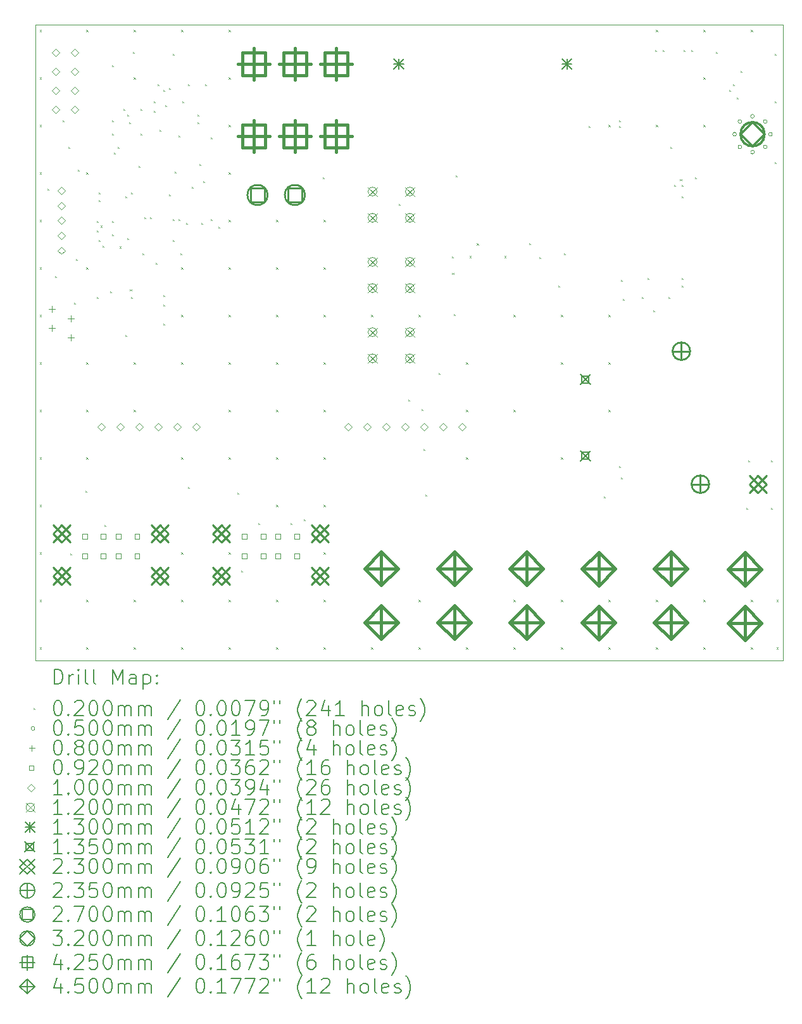
<source format=gbr>
%TF.GenerationSoftware,KiCad,Pcbnew,8.0.3*%
%TF.CreationDate,2024-08-23T22:22:00+02:00*%
%TF.ProjectId,temp_power_management,74656d70-5f70-46f7-9765-725f6d616e61,rev?*%
%TF.SameCoordinates,Original*%
%TF.FileFunction,Drillmap*%
%TF.FilePolarity,Positive*%
%FSLAX45Y45*%
G04 Gerber Fmt 4.5, Leading zero omitted, Abs format (unit mm)*
G04 Created by KiCad (PCBNEW 8.0.3) date 2024-08-23 22:22:00*
%MOMM*%
%LPD*%
G01*
G04 APERTURE LIST*
%ADD10C,0.100000*%
%ADD11C,0.200000*%
%ADD12C,0.120000*%
%ADD13C,0.130000*%
%ADD14C,0.135000*%
%ADD15C,0.230000*%
%ADD16C,0.235000*%
%ADD17C,0.270000*%
%ADD18C,0.320000*%
%ADD19C,0.425000*%
%ADD20C,0.450000*%
G04 APERTURE END LIST*
D10*
X19912200Y-14351000D02*
X9912200Y-14351000D01*
X9912200Y-5851000D01*
X19912200Y-5851000D01*
X19912200Y-14351000D01*
D11*
D10*
X9972200Y-5920900D02*
X9992200Y-5940900D01*
X9992200Y-5920900D02*
X9972200Y-5940900D01*
X9972200Y-6555900D02*
X9992200Y-6575900D01*
X9992200Y-6555900D02*
X9972200Y-6575900D01*
X9972200Y-7190900D02*
X9992200Y-7210900D01*
X9992200Y-7190900D02*
X9972200Y-7210900D01*
X9972200Y-7825900D02*
X9992200Y-7845900D01*
X9992200Y-7825900D02*
X9972200Y-7845900D01*
X9972200Y-8460900D02*
X9992200Y-8480900D01*
X9992200Y-8460900D02*
X9972200Y-8480900D01*
X9972200Y-9095900D02*
X9992200Y-9115900D01*
X9992200Y-9095900D02*
X9972200Y-9115900D01*
X9972200Y-9730900D02*
X9992200Y-9750900D01*
X9992200Y-9730900D02*
X9972200Y-9750900D01*
X9972200Y-10365900D02*
X9992200Y-10385900D01*
X9992200Y-10365900D02*
X9972200Y-10385900D01*
X9972200Y-11000900D02*
X9992200Y-11020900D01*
X9992200Y-11000900D02*
X9972200Y-11020900D01*
X9972200Y-11635900D02*
X9992200Y-11655900D01*
X9992200Y-11635900D02*
X9972200Y-11655900D01*
X9972200Y-12270900D02*
X9992200Y-12290900D01*
X9992200Y-12270900D02*
X9972200Y-12290900D01*
X9972200Y-12905900D02*
X9992200Y-12925900D01*
X9992200Y-12905900D02*
X9972200Y-12925900D01*
X9972200Y-13540900D02*
X9992200Y-13560900D01*
X9992200Y-13540900D02*
X9972200Y-13560900D01*
X9972200Y-14175900D02*
X9992200Y-14195900D01*
X9992200Y-14175900D02*
X9972200Y-14195900D01*
X10073800Y-8041800D02*
X10093800Y-8061800D01*
X10093800Y-8041800D02*
X10073800Y-8061800D01*
X10175400Y-9210200D02*
X10195400Y-9230200D01*
X10195400Y-9210200D02*
X10175400Y-9230200D01*
X10277000Y-7127400D02*
X10297000Y-7147400D01*
X10297000Y-7127400D02*
X10277000Y-7147400D01*
X10353200Y-7483000D02*
X10373200Y-7503000D01*
X10373200Y-7483000D02*
X10353200Y-7503000D01*
X10378600Y-12918600D02*
X10398600Y-12938600D01*
X10398600Y-12918600D02*
X10378600Y-12938600D01*
X10429400Y-9565800D02*
X10449400Y-9585800D01*
X10449400Y-9565800D02*
X10429400Y-9585800D01*
X10454800Y-8981600D02*
X10474800Y-9001600D01*
X10474800Y-8981600D02*
X10454800Y-9001600D01*
X10480200Y-7787800D02*
X10500200Y-7807800D01*
X10500200Y-7787800D02*
X10480200Y-7807800D01*
X10581800Y-12080400D02*
X10601800Y-12100400D01*
X10601800Y-12080400D02*
X10581800Y-12100400D01*
X10594500Y-5920900D02*
X10614500Y-5940900D01*
X10614500Y-5920900D02*
X10594500Y-5940900D01*
X10594500Y-7825900D02*
X10614500Y-7845900D01*
X10614500Y-7825900D02*
X10594500Y-7845900D01*
X10594500Y-9095900D02*
X10614500Y-9115900D01*
X10614500Y-9095900D02*
X10594500Y-9115900D01*
X10594500Y-10365900D02*
X10614500Y-10385900D01*
X10614500Y-10365900D02*
X10594500Y-10385900D01*
X10594500Y-11000900D02*
X10614500Y-11020900D01*
X10614500Y-11000900D02*
X10594500Y-11020900D01*
X10594500Y-11635900D02*
X10614500Y-11655900D01*
X10614500Y-11635900D02*
X10594500Y-11655900D01*
X10594500Y-13540900D02*
X10614500Y-13560900D01*
X10614500Y-13540900D02*
X10594500Y-13560900D01*
X10594500Y-14175900D02*
X10614500Y-14195900D01*
X10614500Y-14175900D02*
X10594500Y-14195900D01*
X10734200Y-8473600D02*
X10754200Y-8493600D01*
X10754200Y-8473600D02*
X10734200Y-8493600D01*
X10734200Y-8600600D02*
X10754200Y-8620600D01*
X10754200Y-8600600D02*
X10734200Y-8620600D01*
X10734200Y-9489600D02*
X10754200Y-9509600D01*
X10754200Y-9489600D02*
X10734200Y-9509600D01*
X10759600Y-8092600D02*
X10779600Y-8112600D01*
X10779600Y-8092600D02*
X10759600Y-8112600D01*
X10759600Y-8194200D02*
X10779600Y-8214200D01*
X10779600Y-8194200D02*
X10759600Y-8214200D01*
X10759600Y-8727600D02*
X10779600Y-8747600D01*
X10779600Y-8727600D02*
X10759600Y-8747600D01*
X10785000Y-8538800D02*
X10805000Y-8558800D01*
X10805000Y-8538800D02*
X10785000Y-8558800D01*
X10810400Y-8803800D02*
X10830400Y-8823800D01*
X10830400Y-8803800D02*
X10810400Y-8823800D01*
X10835800Y-12537600D02*
X10855800Y-12557600D01*
X10855800Y-12537600D02*
X10835800Y-12557600D01*
X10912000Y-9413400D02*
X10932000Y-9433400D01*
X10932000Y-9413400D02*
X10912000Y-9433400D01*
X10937400Y-6390800D02*
X10957400Y-6410800D01*
X10957400Y-6390800D02*
X10937400Y-6410800D01*
X10937400Y-7127400D02*
X10957400Y-7147400D01*
X10957400Y-7127400D02*
X10937400Y-7147400D01*
X10937400Y-7305200D02*
X10957400Y-7325200D01*
X10957400Y-7305200D02*
X10937400Y-7325200D01*
X10937400Y-8473600D02*
X10957400Y-8493600D01*
X10957400Y-8473600D02*
X10937400Y-8493600D01*
X10937400Y-8651400D02*
X10957400Y-8671400D01*
X10957400Y-8651400D02*
X10937400Y-8671400D01*
X10962800Y-7559200D02*
X10982800Y-7579200D01*
X10982800Y-7559200D02*
X10962800Y-7579200D01*
X11013600Y-7484200D02*
X11033600Y-7504200D01*
X11033600Y-7484200D02*
X11013600Y-7504200D01*
X11039000Y-8816500D02*
X11059000Y-8836500D01*
X11059000Y-8816500D02*
X11039000Y-8836500D01*
X11089800Y-6975000D02*
X11109800Y-6995000D01*
X11109800Y-6975000D02*
X11089800Y-6995000D01*
X11115200Y-8143400D02*
X11135200Y-8163400D01*
X11135200Y-8143400D02*
X11115200Y-8163400D01*
X11115200Y-9997600D02*
X11135200Y-10017600D01*
X11135200Y-9997600D02*
X11115200Y-10017600D01*
X11140600Y-7051200D02*
X11160600Y-7071200D01*
X11160600Y-7051200D02*
X11140600Y-7071200D01*
X11140600Y-8702200D02*
X11160600Y-8722200D01*
X11160600Y-8702200D02*
X11140600Y-8722200D01*
X11166000Y-7152800D02*
X11186000Y-7172800D01*
X11186000Y-7152800D02*
X11166000Y-7172800D01*
X11178700Y-9388000D02*
X11198700Y-9408000D01*
X11198700Y-9388000D02*
X11178700Y-9408000D01*
X11191400Y-8092600D02*
X11211400Y-8112600D01*
X11211400Y-8092600D02*
X11191400Y-8112600D01*
X11191400Y-9489600D02*
X11211400Y-9509600D01*
X11211400Y-9489600D02*
X11191400Y-9509600D01*
X11216800Y-6213000D02*
X11236800Y-6233000D01*
X11236800Y-6213000D02*
X11216800Y-6233000D01*
X11229500Y-5920900D02*
X11249500Y-5940900D01*
X11249500Y-5920900D02*
X11229500Y-5940900D01*
X11229500Y-6555900D02*
X11249500Y-6575900D01*
X11249500Y-6555900D02*
X11229500Y-6575900D01*
X11229500Y-10365900D02*
X11249500Y-10385900D01*
X11249500Y-10365900D02*
X11229500Y-10385900D01*
X11229500Y-11000900D02*
X11249500Y-11020900D01*
X11249500Y-11000900D02*
X11229500Y-11020900D01*
X11229500Y-13540900D02*
X11249500Y-13560900D01*
X11249500Y-13540900D02*
X11229500Y-13560900D01*
X11229500Y-14175900D02*
X11249500Y-14195900D01*
X11249500Y-14175900D02*
X11229500Y-14195900D01*
X11293000Y-7737000D02*
X11313000Y-7757000D01*
X11313000Y-7737000D02*
X11293000Y-7757000D01*
X11318400Y-6975000D02*
X11338400Y-6995000D01*
X11338400Y-6975000D02*
X11318400Y-6995000D01*
X11318400Y-7305200D02*
X11338400Y-7325200D01*
X11338400Y-7305200D02*
X11318400Y-7325200D01*
X11343800Y-8905400D02*
X11363800Y-8925400D01*
X11363800Y-8905400D02*
X11343800Y-8925400D01*
X11369200Y-8422800D02*
X11389200Y-8442800D01*
X11389200Y-8422800D02*
X11369200Y-8442800D01*
X11445400Y-8422800D02*
X11465400Y-8442800D01*
X11465400Y-8422800D02*
X11445400Y-8442800D01*
X11496200Y-6873400D02*
X11516200Y-6893400D01*
X11516200Y-6873400D02*
X11496200Y-6893400D01*
X11496200Y-7000400D02*
X11516200Y-7020400D01*
X11516200Y-7000400D02*
X11496200Y-7020400D01*
X11521600Y-9032400D02*
X11541600Y-9052400D01*
X11541600Y-9032400D02*
X11521600Y-9052400D01*
X11547000Y-6644800D02*
X11567000Y-6664800D01*
X11567000Y-6644800D02*
X11547000Y-6664800D01*
X11572400Y-7254400D02*
X11592400Y-7274400D01*
X11592400Y-7254400D02*
X11572400Y-7274400D01*
X11623200Y-6721000D02*
X11643200Y-6741000D01*
X11643200Y-6721000D02*
X11623200Y-6741000D01*
X11623200Y-9464200D02*
X11643200Y-9484200D01*
X11643200Y-9464200D02*
X11623200Y-9484200D01*
X11623200Y-9591200D02*
X11643200Y-9611200D01*
X11643200Y-9591200D02*
X11623200Y-9611200D01*
X11623200Y-9845200D02*
X11643200Y-9865200D01*
X11643200Y-9845200D02*
X11623200Y-9865200D01*
X11648600Y-6924200D02*
X11668600Y-6944200D01*
X11668600Y-6924200D02*
X11648600Y-6944200D01*
X11699400Y-6695600D02*
X11719400Y-6715600D01*
X11719400Y-6695600D02*
X11699400Y-6715600D01*
X11699400Y-8118000D02*
X11719400Y-8138000D01*
X11719400Y-8118000D02*
X11699400Y-8138000D01*
X11750200Y-6238400D02*
X11770200Y-6258400D01*
X11770200Y-6238400D02*
X11750200Y-6258400D01*
X11750200Y-8448200D02*
X11770200Y-8468200D01*
X11770200Y-8448200D02*
X11750200Y-8468200D01*
X11750200Y-8727600D02*
X11770200Y-8747600D01*
X11770200Y-8727600D02*
X11750200Y-8747600D01*
X11775600Y-7813200D02*
X11795600Y-7833200D01*
X11795600Y-7813200D02*
X11775600Y-7833200D01*
X11826400Y-7330600D02*
X11846400Y-7350600D01*
X11846400Y-7330600D02*
X11826400Y-7350600D01*
X11826400Y-8448200D02*
X11846400Y-8468200D01*
X11846400Y-8448200D02*
X11826400Y-8468200D01*
X11851800Y-8905400D02*
X11871800Y-8925400D01*
X11871800Y-8905400D02*
X11851800Y-8925400D01*
X11864500Y-5920900D02*
X11884500Y-5940900D01*
X11884500Y-5920900D02*
X11864500Y-5940900D01*
X11864500Y-9095900D02*
X11884500Y-9115900D01*
X11884500Y-9095900D02*
X11864500Y-9115900D01*
X11864500Y-9730900D02*
X11884500Y-9750900D01*
X11884500Y-9730900D02*
X11864500Y-9750900D01*
X11864500Y-10365900D02*
X11884500Y-10385900D01*
X11884500Y-10365900D02*
X11864500Y-10385900D01*
X11864500Y-11635900D02*
X11884500Y-11655900D01*
X11884500Y-11635900D02*
X11864500Y-11655900D01*
X11864500Y-12905900D02*
X11884500Y-12925900D01*
X11884500Y-12905900D02*
X11864500Y-12925900D01*
X11864500Y-13540900D02*
X11884500Y-13560900D01*
X11884500Y-13540900D02*
X11864500Y-13560900D01*
X11864500Y-14175900D02*
X11884500Y-14195900D01*
X11884500Y-14175900D02*
X11864500Y-14195900D01*
X11877200Y-6873400D02*
X11897200Y-6893400D01*
X11897200Y-6873400D02*
X11877200Y-6893400D01*
X11928000Y-8499000D02*
X11948000Y-8519000D01*
X11948000Y-8499000D02*
X11928000Y-8519000D01*
X11953400Y-6644800D02*
X11973400Y-6664800D01*
X11973400Y-6644800D02*
X11953400Y-6664800D01*
X11953400Y-12029600D02*
X11973400Y-12049600D01*
X11973400Y-12029600D02*
X11953400Y-12049600D01*
X12004200Y-8016400D02*
X12024200Y-8036400D01*
X12024200Y-8016400D02*
X12004200Y-8036400D01*
X12080400Y-7051200D02*
X12100400Y-7071200D01*
X12100400Y-7051200D02*
X12080400Y-7071200D01*
X12080400Y-7152800D02*
X12100400Y-7172800D01*
X12100400Y-7152800D02*
X12080400Y-7172800D01*
X12105800Y-7711600D02*
X12125800Y-7731600D01*
X12125800Y-7711600D02*
X12105800Y-7731600D01*
X12131200Y-8499000D02*
X12151200Y-8519000D01*
X12151200Y-8499000D02*
X12131200Y-8519000D01*
X12156600Y-7940200D02*
X12176600Y-7960200D01*
X12176600Y-7940200D02*
X12156600Y-7960200D01*
X12182000Y-6644800D02*
X12202000Y-6664800D01*
X12202000Y-6644800D02*
X12182000Y-6664800D01*
X12258200Y-7356000D02*
X12278200Y-7376000D01*
X12278200Y-7356000D02*
X12258200Y-7376000D01*
X12258200Y-8448200D02*
X12278200Y-8468200D01*
X12278200Y-8448200D02*
X12258200Y-8468200D01*
X12359800Y-8549800D02*
X12379800Y-8569800D01*
X12379800Y-8549800D02*
X12359800Y-8569800D01*
X12499500Y-5920900D02*
X12519500Y-5940900D01*
X12519500Y-5920900D02*
X12499500Y-5940900D01*
X12499500Y-6555900D02*
X12519500Y-6575900D01*
X12519500Y-6555900D02*
X12499500Y-6575900D01*
X12499500Y-7190900D02*
X12519500Y-7210900D01*
X12519500Y-7190900D02*
X12499500Y-7210900D01*
X12499500Y-7825900D02*
X12519500Y-7845900D01*
X12519500Y-7825900D02*
X12499500Y-7845900D01*
X12499500Y-8460900D02*
X12519500Y-8480900D01*
X12519500Y-8460900D02*
X12499500Y-8480900D01*
X12499500Y-9095900D02*
X12519500Y-9115900D01*
X12519500Y-9095900D02*
X12499500Y-9115900D01*
X12499500Y-9730900D02*
X12519500Y-9750900D01*
X12519500Y-9730900D02*
X12499500Y-9750900D01*
X12499500Y-10365900D02*
X12519500Y-10385900D01*
X12519500Y-10365900D02*
X12499500Y-10385900D01*
X12499500Y-11000900D02*
X12519500Y-11020900D01*
X12519500Y-11000900D02*
X12499500Y-11020900D01*
X12499500Y-11635900D02*
X12519500Y-11655900D01*
X12519500Y-11635900D02*
X12499500Y-11655900D01*
X12499500Y-12905900D02*
X12519500Y-12925900D01*
X12519500Y-12905900D02*
X12499500Y-12925900D01*
X12499500Y-13540900D02*
X12519500Y-13560900D01*
X12519500Y-13540900D02*
X12499500Y-13560900D01*
X12499500Y-14175900D02*
X12519500Y-14195900D01*
X12519500Y-14175900D02*
X12499500Y-14195900D01*
X12613800Y-12105800D02*
X12633800Y-12125800D01*
X12633800Y-12105800D02*
X12613800Y-12125800D01*
X12664600Y-13147200D02*
X12684600Y-13167200D01*
X12684600Y-13147200D02*
X12664600Y-13167200D01*
X12893200Y-12512200D02*
X12913200Y-12532200D01*
X12913200Y-12512200D02*
X12893200Y-12532200D01*
X13134500Y-8460900D02*
X13154500Y-8480900D01*
X13154500Y-8460900D02*
X13134500Y-8480900D01*
X13134500Y-9095900D02*
X13154500Y-9115900D01*
X13154500Y-9095900D02*
X13134500Y-9115900D01*
X13134500Y-9730900D02*
X13154500Y-9750900D01*
X13154500Y-9730900D02*
X13134500Y-9750900D01*
X13134500Y-10365900D02*
X13154500Y-10385900D01*
X13154500Y-10365900D02*
X13134500Y-10385900D01*
X13134500Y-11000900D02*
X13154500Y-11020900D01*
X13154500Y-11000900D02*
X13134500Y-11020900D01*
X13134500Y-11635900D02*
X13154500Y-11655900D01*
X13154500Y-11635900D02*
X13134500Y-11655900D01*
X13134500Y-12270900D02*
X13154500Y-12290900D01*
X13154500Y-12270900D02*
X13134500Y-12290900D01*
X13134500Y-13540900D02*
X13154500Y-13560900D01*
X13154500Y-13540900D02*
X13134500Y-13560900D01*
X13134500Y-14175900D02*
X13154500Y-14195900D01*
X13154500Y-14175900D02*
X13134500Y-14195900D01*
X13325000Y-12512200D02*
X13345000Y-12532200D01*
X13345000Y-12512200D02*
X13325000Y-12532200D01*
X13502800Y-12461400D02*
X13522800Y-12481400D01*
X13522800Y-12461400D02*
X13502800Y-12481400D01*
X13756800Y-7889400D02*
X13776800Y-7909400D01*
X13776800Y-7889400D02*
X13756800Y-7909400D01*
X13769500Y-8460900D02*
X13789500Y-8480900D01*
X13789500Y-8460900D02*
X13769500Y-8480900D01*
X13769500Y-9095900D02*
X13789500Y-9115900D01*
X13789500Y-9095900D02*
X13769500Y-9115900D01*
X13769500Y-9730900D02*
X13789500Y-9750900D01*
X13789500Y-9730900D02*
X13769500Y-9750900D01*
X13769500Y-10365900D02*
X13789500Y-10385900D01*
X13789500Y-10365900D02*
X13769500Y-10385900D01*
X13769500Y-11000900D02*
X13789500Y-11020900D01*
X13789500Y-11000900D02*
X13769500Y-11020900D01*
X13769500Y-11635900D02*
X13789500Y-11655900D01*
X13789500Y-11635900D02*
X13769500Y-11655900D01*
X13769500Y-12270900D02*
X13789500Y-12290900D01*
X13789500Y-12270900D02*
X13769500Y-12290900D01*
X13769500Y-12905900D02*
X13789500Y-12925900D01*
X13789500Y-12905900D02*
X13769500Y-12925900D01*
X13769500Y-13540900D02*
X13789500Y-13560900D01*
X13789500Y-13540900D02*
X13769500Y-13560900D01*
X13769500Y-14175900D02*
X13789500Y-14195900D01*
X13789500Y-14175900D02*
X13769500Y-14195900D01*
X14404500Y-9730900D02*
X14424500Y-9750900D01*
X14424500Y-9730900D02*
X14404500Y-9750900D01*
X14404500Y-14175900D02*
X14424500Y-14195900D01*
X14424500Y-14175900D02*
X14404500Y-14195900D01*
X14772800Y-8245000D02*
X14792800Y-8265000D01*
X14792800Y-8245000D02*
X14772800Y-8265000D01*
X14899800Y-10861200D02*
X14919800Y-10881200D01*
X14919800Y-10861200D02*
X14899800Y-10881200D01*
X15039500Y-9730900D02*
X15059500Y-9750900D01*
X15059500Y-9730900D02*
X15039500Y-9750900D01*
X15039500Y-13540900D02*
X15059500Y-13560900D01*
X15059500Y-13540900D02*
X15039500Y-13560900D01*
X15039500Y-14175900D02*
X15059500Y-14195900D01*
X15059500Y-14175900D02*
X15039500Y-14195900D01*
X15077600Y-10988200D02*
X15097600Y-11008200D01*
X15097600Y-10988200D02*
X15077600Y-11008200D01*
X15103000Y-11521600D02*
X15123000Y-11541600D01*
X15123000Y-11521600D02*
X15103000Y-11541600D01*
X15128400Y-12131200D02*
X15148400Y-12151200D01*
X15148400Y-12131200D02*
X15128400Y-12151200D01*
X15306200Y-10505600D02*
X15326200Y-10525600D01*
X15326200Y-10505600D02*
X15306200Y-10525600D01*
X15482906Y-8947062D02*
X15502906Y-8967062D01*
X15502906Y-8947062D02*
X15482906Y-8967062D01*
X15488279Y-9169118D02*
X15508279Y-9189118D01*
X15508279Y-9169118D02*
X15488279Y-9189118D01*
X15509400Y-9718200D02*
X15529400Y-9738200D01*
X15529400Y-9718200D02*
X15509400Y-9738200D01*
X15534800Y-7864000D02*
X15554800Y-7884000D01*
X15554800Y-7864000D02*
X15534800Y-7884000D01*
X15674500Y-10365900D02*
X15694500Y-10385900D01*
X15694500Y-10365900D02*
X15674500Y-10385900D01*
X15674500Y-11000900D02*
X15694500Y-11020900D01*
X15694500Y-11000900D02*
X15674500Y-11020900D01*
X15674500Y-11635900D02*
X15694500Y-11655900D01*
X15694500Y-11635900D02*
X15674500Y-11655900D01*
X15674500Y-14175900D02*
X15694500Y-14195900D01*
X15694500Y-14175900D02*
X15674500Y-14195900D01*
X15722870Y-8943480D02*
X15742870Y-8963480D01*
X15742870Y-8943480D02*
X15722870Y-8963480D01*
X15819572Y-8775148D02*
X15839572Y-8795148D01*
X15839572Y-8775148D02*
X15819572Y-8795148D01*
X16188472Y-8945271D02*
X16208472Y-8965271D01*
X16208472Y-8945271D02*
X16188472Y-8965271D01*
X16309500Y-9730900D02*
X16329500Y-9750900D01*
X16329500Y-9730900D02*
X16309500Y-9750900D01*
X16309500Y-11000900D02*
X16329500Y-11020900D01*
X16329500Y-11000900D02*
X16309500Y-11020900D01*
X16309500Y-13540900D02*
X16329500Y-13560900D01*
X16329500Y-13540900D02*
X16309500Y-13560900D01*
X16309500Y-14175900D02*
X16329500Y-14195900D01*
X16329500Y-14175900D02*
X16309500Y-14195900D01*
X16517975Y-8773357D02*
X16537975Y-8793357D01*
X16537975Y-8773357D02*
X16517975Y-8793357D01*
X16652400Y-8956200D02*
X16672400Y-8976200D01*
X16672400Y-8956200D02*
X16652400Y-8976200D01*
X16906400Y-9337200D02*
X16926400Y-9357200D01*
X16926400Y-9337200D02*
X16906400Y-9357200D01*
X16944500Y-9730900D02*
X16964500Y-9750900D01*
X16964500Y-9730900D02*
X16944500Y-9750900D01*
X16944500Y-10365900D02*
X16964500Y-10385900D01*
X16964500Y-10365900D02*
X16944500Y-10385900D01*
X16944500Y-11635900D02*
X16964500Y-11655900D01*
X16964500Y-11635900D02*
X16944500Y-11655900D01*
X16944500Y-13540900D02*
X16964500Y-13560900D01*
X16964500Y-13540900D02*
X16944500Y-13560900D01*
X16944500Y-14175900D02*
X16964500Y-14195900D01*
X16964500Y-14175900D02*
X16944500Y-14195900D01*
X16982600Y-8905400D02*
X17002600Y-8925400D01*
X17002600Y-8905400D02*
X16982600Y-8925400D01*
X17312800Y-7203600D02*
X17332800Y-7223600D01*
X17332800Y-7203600D02*
X17312800Y-7223600D01*
X17516000Y-12156600D02*
X17536000Y-12176600D01*
X17536000Y-12156600D02*
X17516000Y-12176600D01*
X17579500Y-7190900D02*
X17599500Y-7210900D01*
X17599500Y-7190900D02*
X17579500Y-7210900D01*
X17579500Y-9730900D02*
X17599500Y-9750900D01*
X17599500Y-9730900D02*
X17579500Y-9750900D01*
X17579500Y-10365900D02*
X17599500Y-10385900D01*
X17599500Y-10365900D02*
X17579500Y-10385900D01*
X17579500Y-11000900D02*
X17599500Y-11020900D01*
X17599500Y-11000900D02*
X17579500Y-11020900D01*
X17579500Y-13540900D02*
X17599500Y-13560900D01*
X17599500Y-13540900D02*
X17579500Y-13560900D01*
X17579500Y-14175900D02*
X17599500Y-14195900D01*
X17599500Y-14175900D02*
X17579500Y-14195900D01*
X17719200Y-7127400D02*
X17739200Y-7147400D01*
X17739200Y-7127400D02*
X17719200Y-7147400D01*
X17719200Y-7203600D02*
X17739200Y-7223600D01*
X17739200Y-7203600D02*
X17719200Y-7223600D01*
X17719200Y-11750200D02*
X17739200Y-11770200D01*
X17739200Y-11750200D02*
X17719200Y-11770200D01*
X17744600Y-9261000D02*
X17764600Y-9281000D01*
X17764600Y-9261000D02*
X17744600Y-9281000D01*
X17744600Y-11902600D02*
X17764600Y-11922600D01*
X17764600Y-11902600D02*
X17744600Y-11922600D01*
X17770000Y-9515000D02*
X17790000Y-9535000D01*
X17790000Y-9515000D02*
X17770000Y-9535000D01*
X18024000Y-9489600D02*
X18044000Y-9509600D01*
X18044000Y-9489600D02*
X18024000Y-9509600D01*
X18100200Y-9235600D02*
X18120200Y-9255600D01*
X18120200Y-9235600D02*
X18100200Y-9255600D01*
X18176400Y-9667400D02*
X18196400Y-9687400D01*
X18196400Y-9667400D02*
X18176400Y-9687400D01*
X18201800Y-6187600D02*
X18221800Y-6207600D01*
X18221800Y-6187600D02*
X18201800Y-6207600D01*
X18214500Y-5920900D02*
X18234500Y-5940900D01*
X18234500Y-5920900D02*
X18214500Y-5940900D01*
X18214500Y-7190900D02*
X18234500Y-7210900D01*
X18234500Y-7190900D02*
X18214500Y-7210900D01*
X18214500Y-13540900D02*
X18234500Y-13560900D01*
X18234500Y-13540900D02*
X18214500Y-13560900D01*
X18214500Y-14175900D02*
X18234500Y-14195900D01*
X18234500Y-14175900D02*
X18214500Y-14195900D01*
X18303400Y-6187600D02*
X18323400Y-6207600D01*
X18323400Y-6187600D02*
X18303400Y-6207600D01*
X18379600Y-9489600D02*
X18399600Y-9509600D01*
X18399600Y-9489600D02*
X18379600Y-9509600D01*
X18405000Y-7483000D02*
X18425000Y-7503000D01*
X18425000Y-7483000D02*
X18405000Y-7503000D01*
X18455800Y-7991000D02*
X18475800Y-8011000D01*
X18475800Y-7991000D02*
X18455800Y-8011000D01*
X18536400Y-7914800D02*
X18556400Y-7934800D01*
X18556400Y-7914800D02*
X18536400Y-7934800D01*
X18557400Y-7991000D02*
X18577400Y-8011000D01*
X18577400Y-7991000D02*
X18557400Y-8011000D01*
X18557400Y-8143400D02*
X18577400Y-8163400D01*
X18577400Y-8143400D02*
X18557400Y-8163400D01*
X18557400Y-9235600D02*
X18577400Y-9255600D01*
X18577400Y-9235600D02*
X18557400Y-9255600D01*
X18557400Y-9337200D02*
X18577400Y-9357200D01*
X18577400Y-9337200D02*
X18557400Y-9357200D01*
X18582800Y-6187600D02*
X18602800Y-6207600D01*
X18602800Y-6187600D02*
X18582800Y-6207600D01*
X18684400Y-6187600D02*
X18704400Y-6207600D01*
X18704400Y-6187600D02*
X18684400Y-6207600D01*
X18735200Y-7889400D02*
X18755200Y-7909400D01*
X18755200Y-7889400D02*
X18735200Y-7909400D01*
X18849500Y-5920900D02*
X18869500Y-5940900D01*
X18869500Y-5920900D02*
X18849500Y-5940900D01*
X18849500Y-6555900D02*
X18869500Y-6575900D01*
X18869500Y-6555900D02*
X18849500Y-6575900D01*
X18849500Y-7190900D02*
X18869500Y-7210900D01*
X18869500Y-7190900D02*
X18849500Y-7210900D01*
X18849500Y-13540900D02*
X18869500Y-13560900D01*
X18869500Y-13540900D02*
X18849500Y-13560900D01*
X18849500Y-14175900D02*
X18869500Y-14195900D01*
X18869500Y-14175900D02*
X18849500Y-14195900D01*
X19014600Y-6213000D02*
X19034600Y-6233000D01*
X19034600Y-6213000D02*
X19014600Y-6233000D01*
X19192400Y-6721000D02*
X19212400Y-6741000D01*
X19212400Y-6721000D02*
X19192400Y-6741000D01*
X19243200Y-6644800D02*
X19263200Y-6664800D01*
X19263200Y-6644800D02*
X19243200Y-6664800D01*
X19294000Y-6822600D02*
X19314000Y-6842600D01*
X19314000Y-6822600D02*
X19294000Y-6842600D01*
X19344800Y-6467000D02*
X19364800Y-6487000D01*
X19364800Y-6467000D02*
X19344800Y-6487000D01*
X19421000Y-12309000D02*
X19441000Y-12329000D01*
X19441000Y-12309000D02*
X19421000Y-12329000D01*
X19446400Y-11674000D02*
X19466400Y-11694000D01*
X19466400Y-11674000D02*
X19446400Y-11694000D01*
X19484500Y-5920900D02*
X19504500Y-5940900D01*
X19504500Y-5920900D02*
X19484500Y-5940900D01*
X19484500Y-13540900D02*
X19504500Y-13560900D01*
X19504500Y-13540900D02*
X19484500Y-13560900D01*
X19484500Y-14175900D02*
X19504500Y-14195900D01*
X19504500Y-14175900D02*
X19484500Y-14195900D01*
X19751200Y-11674000D02*
X19771200Y-11694000D01*
X19771200Y-11674000D02*
X19751200Y-11694000D01*
X19751200Y-12309000D02*
X19771200Y-12329000D01*
X19771200Y-12309000D02*
X19751200Y-12329000D01*
X19802000Y-6238400D02*
X19822000Y-6258400D01*
X19822000Y-6238400D02*
X19802000Y-6258400D01*
X19802000Y-6873400D02*
X19822000Y-6893400D01*
X19822000Y-6873400D02*
X19802000Y-6893400D01*
X19802000Y-7686200D02*
X19822000Y-7706200D01*
X19822000Y-7686200D02*
X19802000Y-7706200D01*
X19827400Y-13540900D02*
X19847400Y-13560900D01*
X19847400Y-13540900D02*
X19827400Y-13560900D01*
X19827400Y-14175900D02*
X19847400Y-14195900D01*
X19847400Y-14175900D02*
X19827400Y-14195900D01*
X19292200Y-7315200D02*
G75*
G02*
X19242200Y-7315200I-25000J0D01*
G01*
X19242200Y-7315200D02*
G75*
G02*
X19292200Y-7315200I25000J0D01*
G01*
X19362494Y-7145494D02*
G75*
G02*
X19312494Y-7145494I-25000J0D01*
G01*
X19312494Y-7145494D02*
G75*
G02*
X19362494Y-7145494I25000J0D01*
G01*
X19362494Y-7484906D02*
G75*
G02*
X19312494Y-7484906I-25000J0D01*
G01*
X19312494Y-7484906D02*
G75*
G02*
X19362494Y-7484906I25000J0D01*
G01*
X19532200Y-7075200D02*
G75*
G02*
X19482200Y-7075200I-25000J0D01*
G01*
X19482200Y-7075200D02*
G75*
G02*
X19532200Y-7075200I25000J0D01*
G01*
X19532200Y-7555200D02*
G75*
G02*
X19482200Y-7555200I-25000J0D01*
G01*
X19482200Y-7555200D02*
G75*
G02*
X19532200Y-7555200I25000J0D01*
G01*
X19701906Y-7145494D02*
G75*
G02*
X19651906Y-7145494I-25000J0D01*
G01*
X19651906Y-7145494D02*
G75*
G02*
X19701906Y-7145494I25000J0D01*
G01*
X19701906Y-7484906D02*
G75*
G02*
X19651906Y-7484906I-25000J0D01*
G01*
X19651906Y-7484906D02*
G75*
G02*
X19701906Y-7484906I25000J0D01*
G01*
X19772200Y-7315200D02*
G75*
G02*
X19722200Y-7315200I-25000J0D01*
G01*
X19722200Y-7315200D02*
G75*
G02*
X19772200Y-7315200I25000J0D01*
G01*
X10134600Y-9612000D02*
X10134600Y-9692000D01*
X10094600Y-9652000D02*
X10174600Y-9652000D01*
X10134600Y-9866000D02*
X10134600Y-9946000D01*
X10094600Y-9906000D02*
X10174600Y-9906000D01*
X10388600Y-9739000D02*
X10388600Y-9819000D01*
X10348600Y-9779000D02*
X10428600Y-9779000D01*
X10388600Y-9993000D02*
X10388600Y-10073000D01*
X10348600Y-10033000D02*
X10428600Y-10033000D01*
X10606127Y-12724527D02*
X10606127Y-12659473D01*
X10541073Y-12659473D01*
X10541073Y-12724527D01*
X10606127Y-12724527D01*
X10606127Y-12986527D02*
X10606127Y-12921473D01*
X10541073Y-12921473D01*
X10541073Y-12986527D01*
X10606127Y-12986527D01*
X10856127Y-12724527D02*
X10856127Y-12659473D01*
X10791073Y-12659473D01*
X10791073Y-12724527D01*
X10856127Y-12724527D01*
X10856127Y-12986527D02*
X10856127Y-12921473D01*
X10791073Y-12921473D01*
X10791073Y-12986527D01*
X10856127Y-12986527D01*
X11056127Y-12724527D02*
X11056127Y-12659473D01*
X10991073Y-12659473D01*
X10991073Y-12724527D01*
X11056127Y-12724527D01*
X11056127Y-12986527D02*
X11056127Y-12921473D01*
X10991073Y-12921473D01*
X10991073Y-12986527D01*
X11056127Y-12986527D01*
X11306127Y-12724527D02*
X11306127Y-12659473D01*
X11241073Y-12659473D01*
X11241073Y-12724527D01*
X11306127Y-12724527D01*
X11306127Y-12986527D02*
X11306127Y-12921473D01*
X11241073Y-12921473D01*
X11241073Y-12986527D01*
X11306127Y-12986527D01*
X12743727Y-12724527D02*
X12743727Y-12659473D01*
X12678673Y-12659473D01*
X12678673Y-12724527D01*
X12743727Y-12724527D01*
X12743727Y-12986527D02*
X12743727Y-12921473D01*
X12678673Y-12921473D01*
X12678673Y-12986527D01*
X12743727Y-12986527D01*
X12993727Y-12724527D02*
X12993727Y-12659473D01*
X12928673Y-12659473D01*
X12928673Y-12724527D01*
X12993727Y-12724527D01*
X12993727Y-12986527D02*
X12993727Y-12921473D01*
X12928673Y-12921473D01*
X12928673Y-12986527D01*
X12993727Y-12986527D01*
X13193727Y-12724527D02*
X13193727Y-12659473D01*
X13128673Y-12659473D01*
X13128673Y-12724527D01*
X13193727Y-12724527D01*
X13193727Y-12986527D02*
X13193727Y-12921473D01*
X13128673Y-12921473D01*
X13128673Y-12986527D01*
X13193727Y-12986527D01*
X13443727Y-12724527D02*
X13443727Y-12659473D01*
X13378673Y-12659473D01*
X13378673Y-12724527D01*
X13443727Y-12724527D01*
X13443727Y-12986527D02*
X13443727Y-12921473D01*
X13378673Y-12921473D01*
X13378673Y-12986527D01*
X13443727Y-12986527D01*
X10184900Y-6274000D02*
X10234900Y-6224000D01*
X10184900Y-6174000D01*
X10134900Y-6224000D01*
X10184900Y-6274000D01*
X10184900Y-6528000D02*
X10234900Y-6478000D01*
X10184900Y-6428000D01*
X10134900Y-6478000D01*
X10184900Y-6528000D01*
X10184900Y-6782000D02*
X10234900Y-6732000D01*
X10184900Y-6682000D01*
X10134900Y-6732000D01*
X10184900Y-6782000D01*
X10184900Y-7036000D02*
X10234900Y-6986000D01*
X10184900Y-6936000D01*
X10134900Y-6986000D01*
X10184900Y-7036000D01*
X10261600Y-8120200D02*
X10311600Y-8070200D01*
X10261600Y-8020200D01*
X10211600Y-8070200D01*
X10261600Y-8120200D01*
X10261600Y-8320200D02*
X10311600Y-8270200D01*
X10261600Y-8220200D01*
X10211600Y-8270200D01*
X10261600Y-8320200D01*
X10261600Y-8520200D02*
X10311600Y-8470200D01*
X10261600Y-8420200D01*
X10211600Y-8470200D01*
X10261600Y-8520200D01*
X10261600Y-8720200D02*
X10311600Y-8670200D01*
X10261600Y-8620200D01*
X10211600Y-8670200D01*
X10261600Y-8720200D01*
X10261600Y-8920200D02*
X10311600Y-8870200D01*
X10261600Y-8820200D01*
X10211600Y-8870200D01*
X10261600Y-8920200D01*
X10438900Y-6274000D02*
X10488900Y-6224000D01*
X10438900Y-6174000D01*
X10388900Y-6224000D01*
X10438900Y-6274000D01*
X10438900Y-6528000D02*
X10488900Y-6478000D01*
X10438900Y-6428000D01*
X10388900Y-6478000D01*
X10438900Y-6528000D01*
X10438900Y-6782000D02*
X10488900Y-6732000D01*
X10438900Y-6682000D01*
X10388900Y-6732000D01*
X10438900Y-6782000D01*
X10438900Y-7036000D02*
X10488900Y-6986000D01*
X10438900Y-6936000D01*
X10388900Y-6986000D01*
X10438900Y-7036000D01*
X10795000Y-11276800D02*
X10845000Y-11226800D01*
X10795000Y-11176800D01*
X10745000Y-11226800D01*
X10795000Y-11276800D01*
X11049000Y-11276800D02*
X11099000Y-11226800D01*
X11049000Y-11176800D01*
X10999000Y-11226800D01*
X11049000Y-11276800D01*
X11303000Y-11276800D02*
X11353000Y-11226800D01*
X11303000Y-11176800D01*
X11253000Y-11226800D01*
X11303000Y-11276800D01*
X11557000Y-11276800D02*
X11607000Y-11226800D01*
X11557000Y-11176800D01*
X11507000Y-11226800D01*
X11557000Y-11276800D01*
X11811000Y-11276800D02*
X11861000Y-11226800D01*
X11811000Y-11176800D01*
X11761000Y-11226800D01*
X11811000Y-11276800D01*
X12065000Y-11276800D02*
X12115000Y-11226800D01*
X12065000Y-11176800D01*
X12015000Y-11226800D01*
X12065000Y-11276800D01*
X14097000Y-11276800D02*
X14147000Y-11226800D01*
X14097000Y-11176800D01*
X14047000Y-11226800D01*
X14097000Y-11276800D01*
X14351000Y-11276800D02*
X14401000Y-11226800D01*
X14351000Y-11176800D01*
X14301000Y-11226800D01*
X14351000Y-11276800D01*
X14605000Y-11276800D02*
X14655000Y-11226800D01*
X14605000Y-11176800D01*
X14555000Y-11226800D01*
X14605000Y-11276800D01*
X14859000Y-11276800D02*
X14909000Y-11226800D01*
X14859000Y-11176800D01*
X14809000Y-11226800D01*
X14859000Y-11276800D01*
X15113000Y-11276800D02*
X15163000Y-11226800D01*
X15113000Y-11176800D01*
X15063000Y-11226800D01*
X15113000Y-11276800D01*
X15367000Y-11276800D02*
X15417000Y-11226800D01*
X15367000Y-11176800D01*
X15317000Y-11226800D01*
X15367000Y-11276800D01*
X15621000Y-11276800D02*
X15671000Y-11226800D01*
X15621000Y-11176800D01*
X15571000Y-11226800D01*
X15621000Y-11276800D01*
D12*
X14364000Y-8023300D02*
X14484000Y-8143300D01*
X14484000Y-8023300D02*
X14364000Y-8143300D01*
X14484000Y-8083300D02*
G75*
G02*
X14364000Y-8083300I-60000J0D01*
G01*
X14364000Y-8083300D02*
G75*
G02*
X14484000Y-8083300I60000J0D01*
G01*
X14364000Y-8373300D02*
X14484000Y-8493300D01*
X14484000Y-8373300D02*
X14364000Y-8493300D01*
X14484000Y-8433300D02*
G75*
G02*
X14364000Y-8433300I-60000J0D01*
G01*
X14364000Y-8433300D02*
G75*
G02*
X14484000Y-8433300I60000J0D01*
G01*
X14364000Y-8963100D02*
X14484000Y-9083100D01*
X14484000Y-8963100D02*
X14364000Y-9083100D01*
X14484000Y-9023100D02*
G75*
G02*
X14364000Y-9023100I-60000J0D01*
G01*
X14364000Y-9023100D02*
G75*
G02*
X14484000Y-9023100I60000J0D01*
G01*
X14364000Y-9313100D02*
X14484000Y-9433100D01*
X14484000Y-9313100D02*
X14364000Y-9433100D01*
X14484000Y-9373100D02*
G75*
G02*
X14364000Y-9373100I-60000J0D01*
G01*
X14364000Y-9373100D02*
G75*
G02*
X14484000Y-9373100I60000J0D01*
G01*
X14364000Y-9902900D02*
X14484000Y-10022900D01*
X14484000Y-9902900D02*
X14364000Y-10022900D01*
X14484000Y-9962900D02*
G75*
G02*
X14364000Y-9962900I-60000J0D01*
G01*
X14364000Y-9962900D02*
G75*
G02*
X14484000Y-9962900I60000J0D01*
G01*
X14364000Y-10252900D02*
X14484000Y-10372900D01*
X14484000Y-10252900D02*
X14364000Y-10372900D01*
X14484000Y-10312900D02*
G75*
G02*
X14364000Y-10312900I-60000J0D01*
G01*
X14364000Y-10312900D02*
G75*
G02*
X14484000Y-10312900I60000J0D01*
G01*
X14864000Y-8023300D02*
X14984000Y-8143300D01*
X14984000Y-8023300D02*
X14864000Y-8143300D01*
X14984000Y-8083300D02*
G75*
G02*
X14864000Y-8083300I-60000J0D01*
G01*
X14864000Y-8083300D02*
G75*
G02*
X14984000Y-8083300I60000J0D01*
G01*
X14864000Y-8373300D02*
X14984000Y-8493300D01*
X14984000Y-8373300D02*
X14864000Y-8493300D01*
X14984000Y-8433300D02*
G75*
G02*
X14864000Y-8433300I-60000J0D01*
G01*
X14864000Y-8433300D02*
G75*
G02*
X14984000Y-8433300I60000J0D01*
G01*
X14864000Y-8963100D02*
X14984000Y-9083100D01*
X14984000Y-8963100D02*
X14864000Y-9083100D01*
X14984000Y-9023100D02*
G75*
G02*
X14864000Y-9023100I-60000J0D01*
G01*
X14864000Y-9023100D02*
G75*
G02*
X14984000Y-9023100I60000J0D01*
G01*
X14864000Y-9313100D02*
X14984000Y-9433100D01*
X14984000Y-9313100D02*
X14864000Y-9433100D01*
X14984000Y-9373100D02*
G75*
G02*
X14864000Y-9373100I-60000J0D01*
G01*
X14864000Y-9373100D02*
G75*
G02*
X14984000Y-9373100I60000J0D01*
G01*
X14864000Y-9902900D02*
X14984000Y-10022900D01*
X14984000Y-9902900D02*
X14864000Y-10022900D01*
X14984000Y-9962900D02*
G75*
G02*
X14864000Y-9962900I-60000J0D01*
G01*
X14864000Y-9962900D02*
G75*
G02*
X14984000Y-9962900I60000J0D01*
G01*
X14864000Y-10252900D02*
X14984000Y-10372900D01*
X14984000Y-10252900D02*
X14864000Y-10372900D01*
X14984000Y-10312900D02*
G75*
G02*
X14864000Y-10312900I-60000J0D01*
G01*
X14864000Y-10312900D02*
G75*
G02*
X14984000Y-10312900I60000J0D01*
G01*
D13*
X14710400Y-6310400D02*
X14840400Y-6440400D01*
X14840400Y-6310400D02*
X14710400Y-6440400D01*
X14775400Y-6310400D02*
X14775400Y-6440400D01*
X14710400Y-6375400D02*
X14840400Y-6375400D01*
X16960400Y-6310400D02*
X17090400Y-6440400D01*
X17090400Y-6310400D02*
X16960400Y-6440400D01*
X17025400Y-6310400D02*
X17025400Y-6440400D01*
X16960400Y-6375400D02*
X17090400Y-6375400D01*
D14*
X17201900Y-10527400D02*
X17336900Y-10662400D01*
X17336900Y-10527400D02*
X17201900Y-10662400D01*
X17317130Y-10642630D02*
X17317130Y-10547170D01*
X17221670Y-10547170D01*
X17221670Y-10642630D01*
X17317130Y-10642630D01*
X17201900Y-11547400D02*
X17336900Y-11682400D01*
X17336900Y-11547400D02*
X17201900Y-11682400D01*
X17317130Y-11662630D02*
X17317130Y-11567170D01*
X17221670Y-11567170D01*
X17221670Y-11662630D01*
X17317130Y-11662630D01*
D15*
X10151600Y-12542000D02*
X10381600Y-12772000D01*
X10381600Y-12542000D02*
X10151600Y-12772000D01*
X10266600Y-12772000D02*
X10381600Y-12657000D01*
X10266600Y-12542000D01*
X10151600Y-12657000D01*
X10266600Y-12772000D01*
X10151600Y-13110000D02*
X10381600Y-13340000D01*
X10381600Y-13110000D02*
X10151600Y-13340000D01*
X10266600Y-13340000D02*
X10381600Y-13225000D01*
X10266600Y-13110000D01*
X10151600Y-13225000D01*
X10266600Y-13340000D01*
X11465600Y-12542000D02*
X11695600Y-12772000D01*
X11695600Y-12542000D02*
X11465600Y-12772000D01*
X11580600Y-12772000D02*
X11695600Y-12657000D01*
X11580600Y-12542000D01*
X11465600Y-12657000D01*
X11580600Y-12772000D01*
X11465600Y-13110000D02*
X11695600Y-13340000D01*
X11695600Y-13110000D02*
X11465600Y-13340000D01*
X11580600Y-13340000D02*
X11695600Y-13225000D01*
X11580600Y-13110000D01*
X11465600Y-13225000D01*
X11580600Y-13340000D01*
X12289200Y-12542000D02*
X12519200Y-12772000D01*
X12519200Y-12542000D02*
X12289200Y-12772000D01*
X12404200Y-12772000D02*
X12519200Y-12657000D01*
X12404200Y-12542000D01*
X12289200Y-12657000D01*
X12404200Y-12772000D01*
X12289200Y-13110000D02*
X12519200Y-13340000D01*
X12519200Y-13110000D02*
X12289200Y-13340000D01*
X12404200Y-13340000D02*
X12519200Y-13225000D01*
X12404200Y-13110000D01*
X12289200Y-13225000D01*
X12404200Y-13340000D01*
X13603200Y-12542000D02*
X13833200Y-12772000D01*
X13833200Y-12542000D02*
X13603200Y-12772000D01*
X13718200Y-12772000D02*
X13833200Y-12657000D01*
X13718200Y-12542000D01*
X13603200Y-12657000D01*
X13718200Y-12772000D01*
X13603200Y-13110000D02*
X13833200Y-13340000D01*
X13833200Y-13110000D02*
X13603200Y-13340000D01*
X13718200Y-13340000D02*
X13833200Y-13225000D01*
X13718200Y-13110000D01*
X13603200Y-13225000D01*
X13718200Y-13340000D01*
X19464400Y-11879900D02*
X19694400Y-12109900D01*
X19694400Y-11879900D02*
X19464400Y-12109900D01*
X19579400Y-12109900D02*
X19694400Y-11994900D01*
X19579400Y-11879900D01*
X19464400Y-11994900D01*
X19579400Y-12109900D01*
D16*
X18555400Y-10099400D02*
X18555400Y-10334400D01*
X18437900Y-10216900D02*
X18672900Y-10216900D01*
X18672900Y-10216900D02*
G75*
G02*
X18437900Y-10216900I-117500J0D01*
G01*
X18437900Y-10216900D02*
G75*
G02*
X18672900Y-10216900I117500J0D01*
G01*
X18809400Y-11877400D02*
X18809400Y-12112400D01*
X18691900Y-11994900D02*
X18926900Y-11994900D01*
X18926900Y-11994900D02*
G75*
G02*
X18691900Y-11994900I-117500J0D01*
G01*
X18691900Y-11994900D02*
G75*
G02*
X18926900Y-11994900I117500J0D01*
G01*
D17*
X12981260Y-8223460D02*
X12981260Y-8032540D01*
X12790340Y-8032540D01*
X12790340Y-8223460D01*
X12981260Y-8223460D01*
X13020800Y-8128000D02*
G75*
G02*
X12750800Y-8128000I-135000J0D01*
G01*
X12750800Y-8128000D02*
G75*
G02*
X13020800Y-8128000I135000J0D01*
G01*
X13481260Y-8223460D02*
X13481260Y-8032540D01*
X13290340Y-8032540D01*
X13290340Y-8223460D01*
X13481260Y-8223460D01*
X13520800Y-8128000D02*
G75*
G02*
X13250800Y-8128000I-135000J0D01*
G01*
X13250800Y-8128000D02*
G75*
G02*
X13520800Y-8128000I135000J0D01*
G01*
D18*
X19507200Y-7475200D02*
X19667200Y-7315200D01*
X19507200Y-7155200D01*
X19347200Y-7315200D01*
X19507200Y-7475200D01*
X19667200Y-7315200D02*
G75*
G02*
X19347200Y-7315200I-160000J0D01*
G01*
X19347200Y-7315200D02*
G75*
G02*
X19667200Y-7315200I160000J0D01*
G01*
D19*
X12835800Y-6162900D02*
X12835800Y-6587900D01*
X12623300Y-6375400D02*
X13048300Y-6375400D01*
X12986062Y-6525662D02*
X12986062Y-6225138D01*
X12685538Y-6225138D01*
X12685538Y-6525662D01*
X12986062Y-6525662D01*
X12835800Y-7128100D02*
X12835800Y-7553100D01*
X12623300Y-7340600D02*
X13048300Y-7340600D01*
X12986062Y-7490862D02*
X12986062Y-7190338D01*
X12685538Y-7190338D01*
X12685538Y-7490862D01*
X12986062Y-7490862D01*
X13385800Y-6162900D02*
X13385800Y-6587900D01*
X13173300Y-6375400D02*
X13598300Y-6375400D01*
X13536062Y-6525662D02*
X13536062Y-6225138D01*
X13235538Y-6225138D01*
X13235538Y-6525662D01*
X13536062Y-6525662D01*
X13385800Y-7128100D02*
X13385800Y-7553100D01*
X13173300Y-7340600D02*
X13598300Y-7340600D01*
X13536062Y-7490862D02*
X13536062Y-7190338D01*
X13235538Y-7190338D01*
X13235538Y-7490862D01*
X13536062Y-7490862D01*
X13935800Y-6162900D02*
X13935800Y-6587900D01*
X13723300Y-6375400D02*
X14148300Y-6375400D01*
X14086062Y-6525662D02*
X14086062Y-6225138D01*
X13785538Y-6225138D01*
X13785538Y-6525662D01*
X14086062Y-6525662D01*
X13935800Y-7128100D02*
X13935800Y-7553100D01*
X13723300Y-7340600D02*
X14148300Y-7340600D01*
X14086062Y-7490862D02*
X14086062Y-7190338D01*
X13785538Y-7190338D01*
X13785538Y-7490862D01*
X14086062Y-7490862D01*
D20*
X14541500Y-12898000D02*
X14541500Y-13348000D01*
X14316500Y-13123000D02*
X14766500Y-13123000D01*
X14541500Y-13348000D02*
X14766500Y-13123000D01*
X14541500Y-12898000D01*
X14316500Y-13123000D01*
X14541500Y-13348000D01*
X14541500Y-13618000D02*
X14541500Y-14068000D01*
X14316500Y-13843000D02*
X14766500Y-13843000D01*
X14541500Y-14068000D02*
X14766500Y-13843000D01*
X14541500Y-13618000D01*
X14316500Y-13843000D01*
X14541500Y-14068000D01*
X15519400Y-12898000D02*
X15519400Y-13348000D01*
X15294400Y-13123000D02*
X15744400Y-13123000D01*
X15519400Y-13348000D02*
X15744400Y-13123000D01*
X15519400Y-12898000D01*
X15294400Y-13123000D01*
X15519400Y-13348000D01*
X15519400Y-13618000D02*
X15519400Y-14068000D01*
X15294400Y-13843000D02*
X15744400Y-13843000D01*
X15519400Y-14068000D02*
X15744400Y-13843000D01*
X15519400Y-13618000D01*
X15294400Y-13843000D01*
X15519400Y-14068000D01*
X16484600Y-12898000D02*
X16484600Y-13348000D01*
X16259600Y-13123000D02*
X16709600Y-13123000D01*
X16484600Y-13348000D02*
X16709600Y-13123000D01*
X16484600Y-12898000D01*
X16259600Y-13123000D01*
X16484600Y-13348000D01*
X16484600Y-13618000D02*
X16484600Y-14068000D01*
X16259600Y-13843000D02*
X16709600Y-13843000D01*
X16484600Y-14068000D02*
X16709600Y-13843000D01*
X16484600Y-13618000D01*
X16259600Y-13843000D01*
X16484600Y-14068000D01*
X17449800Y-12902400D02*
X17449800Y-13352400D01*
X17224800Y-13127400D02*
X17674800Y-13127400D01*
X17449800Y-13352400D02*
X17674800Y-13127400D01*
X17449800Y-12902400D01*
X17224800Y-13127400D01*
X17449800Y-13352400D01*
X17449800Y-13622400D02*
X17449800Y-14072400D01*
X17224800Y-13847400D02*
X17674800Y-13847400D01*
X17449800Y-14072400D02*
X17674800Y-13847400D01*
X17449800Y-13622400D01*
X17224800Y-13847400D01*
X17449800Y-14072400D01*
X18415000Y-12898000D02*
X18415000Y-13348000D01*
X18190000Y-13123000D02*
X18640000Y-13123000D01*
X18415000Y-13348000D02*
X18640000Y-13123000D01*
X18415000Y-12898000D01*
X18190000Y-13123000D01*
X18415000Y-13348000D01*
X18415000Y-13618000D02*
X18415000Y-14068000D01*
X18190000Y-13843000D02*
X18640000Y-13843000D01*
X18415000Y-14068000D02*
X18640000Y-13843000D01*
X18415000Y-13618000D01*
X18190000Y-13843000D01*
X18415000Y-14068000D01*
X19405600Y-12906800D02*
X19405600Y-13356800D01*
X19180600Y-13131800D02*
X19630600Y-13131800D01*
X19405600Y-13356800D02*
X19630600Y-13131800D01*
X19405600Y-12906800D01*
X19180600Y-13131800D01*
X19405600Y-13356800D01*
X19405600Y-13626800D02*
X19405600Y-14076800D01*
X19180600Y-13851800D02*
X19630600Y-13851800D01*
X19405600Y-14076800D02*
X19630600Y-13851800D01*
X19405600Y-13626800D01*
X19180600Y-13851800D01*
X19405600Y-14076800D01*
D11*
X10167977Y-14667484D02*
X10167977Y-14467484D01*
X10167977Y-14467484D02*
X10215596Y-14467484D01*
X10215596Y-14467484D02*
X10244167Y-14477008D01*
X10244167Y-14477008D02*
X10263215Y-14496055D01*
X10263215Y-14496055D02*
X10272739Y-14515103D01*
X10272739Y-14515103D02*
X10282263Y-14553198D01*
X10282263Y-14553198D02*
X10282263Y-14581769D01*
X10282263Y-14581769D02*
X10272739Y-14619865D01*
X10272739Y-14619865D02*
X10263215Y-14638912D01*
X10263215Y-14638912D02*
X10244167Y-14657960D01*
X10244167Y-14657960D02*
X10215596Y-14667484D01*
X10215596Y-14667484D02*
X10167977Y-14667484D01*
X10367977Y-14667484D02*
X10367977Y-14534150D01*
X10367977Y-14572246D02*
X10377501Y-14553198D01*
X10377501Y-14553198D02*
X10387024Y-14543674D01*
X10387024Y-14543674D02*
X10406072Y-14534150D01*
X10406072Y-14534150D02*
X10425120Y-14534150D01*
X10491786Y-14667484D02*
X10491786Y-14534150D01*
X10491786Y-14467484D02*
X10482263Y-14477008D01*
X10482263Y-14477008D02*
X10491786Y-14486531D01*
X10491786Y-14486531D02*
X10501310Y-14477008D01*
X10501310Y-14477008D02*
X10491786Y-14467484D01*
X10491786Y-14467484D02*
X10491786Y-14486531D01*
X10615596Y-14667484D02*
X10596548Y-14657960D01*
X10596548Y-14657960D02*
X10587024Y-14638912D01*
X10587024Y-14638912D02*
X10587024Y-14467484D01*
X10720358Y-14667484D02*
X10701310Y-14657960D01*
X10701310Y-14657960D02*
X10691786Y-14638912D01*
X10691786Y-14638912D02*
X10691786Y-14467484D01*
X10948929Y-14667484D02*
X10948929Y-14467484D01*
X10948929Y-14467484D02*
X11015596Y-14610341D01*
X11015596Y-14610341D02*
X11082263Y-14467484D01*
X11082263Y-14467484D02*
X11082263Y-14667484D01*
X11263215Y-14667484D02*
X11263215Y-14562722D01*
X11263215Y-14562722D02*
X11253691Y-14543674D01*
X11253691Y-14543674D02*
X11234643Y-14534150D01*
X11234643Y-14534150D02*
X11196548Y-14534150D01*
X11196548Y-14534150D02*
X11177501Y-14543674D01*
X11263215Y-14657960D02*
X11244167Y-14667484D01*
X11244167Y-14667484D02*
X11196548Y-14667484D01*
X11196548Y-14667484D02*
X11177501Y-14657960D01*
X11177501Y-14657960D02*
X11167977Y-14638912D01*
X11167977Y-14638912D02*
X11167977Y-14619865D01*
X11167977Y-14619865D02*
X11177501Y-14600817D01*
X11177501Y-14600817D02*
X11196548Y-14591293D01*
X11196548Y-14591293D02*
X11244167Y-14591293D01*
X11244167Y-14591293D02*
X11263215Y-14581769D01*
X11358453Y-14534150D02*
X11358453Y-14734150D01*
X11358453Y-14543674D02*
X11377501Y-14534150D01*
X11377501Y-14534150D02*
X11415596Y-14534150D01*
X11415596Y-14534150D02*
X11434643Y-14543674D01*
X11434643Y-14543674D02*
X11444167Y-14553198D01*
X11444167Y-14553198D02*
X11453691Y-14572246D01*
X11453691Y-14572246D02*
X11453691Y-14629388D01*
X11453691Y-14629388D02*
X11444167Y-14648436D01*
X11444167Y-14648436D02*
X11434643Y-14657960D01*
X11434643Y-14657960D02*
X11415596Y-14667484D01*
X11415596Y-14667484D02*
X11377501Y-14667484D01*
X11377501Y-14667484D02*
X11358453Y-14657960D01*
X11539405Y-14648436D02*
X11548929Y-14657960D01*
X11548929Y-14657960D02*
X11539405Y-14667484D01*
X11539405Y-14667484D02*
X11529882Y-14657960D01*
X11529882Y-14657960D02*
X11539405Y-14648436D01*
X11539405Y-14648436D02*
X11539405Y-14667484D01*
X11539405Y-14543674D02*
X11548929Y-14553198D01*
X11548929Y-14553198D02*
X11539405Y-14562722D01*
X11539405Y-14562722D02*
X11529882Y-14553198D01*
X11529882Y-14553198D02*
X11539405Y-14543674D01*
X11539405Y-14543674D02*
X11539405Y-14562722D01*
D10*
X9887200Y-14986000D02*
X9907200Y-15006000D01*
X9907200Y-14986000D02*
X9887200Y-15006000D01*
D11*
X10206072Y-14887484D02*
X10225120Y-14887484D01*
X10225120Y-14887484D02*
X10244167Y-14897008D01*
X10244167Y-14897008D02*
X10253691Y-14906531D01*
X10253691Y-14906531D02*
X10263215Y-14925579D01*
X10263215Y-14925579D02*
X10272739Y-14963674D01*
X10272739Y-14963674D02*
X10272739Y-15011293D01*
X10272739Y-15011293D02*
X10263215Y-15049388D01*
X10263215Y-15049388D02*
X10253691Y-15068436D01*
X10253691Y-15068436D02*
X10244167Y-15077960D01*
X10244167Y-15077960D02*
X10225120Y-15087484D01*
X10225120Y-15087484D02*
X10206072Y-15087484D01*
X10206072Y-15087484D02*
X10187024Y-15077960D01*
X10187024Y-15077960D02*
X10177501Y-15068436D01*
X10177501Y-15068436D02*
X10167977Y-15049388D01*
X10167977Y-15049388D02*
X10158453Y-15011293D01*
X10158453Y-15011293D02*
X10158453Y-14963674D01*
X10158453Y-14963674D02*
X10167977Y-14925579D01*
X10167977Y-14925579D02*
X10177501Y-14906531D01*
X10177501Y-14906531D02*
X10187024Y-14897008D01*
X10187024Y-14897008D02*
X10206072Y-14887484D01*
X10358453Y-15068436D02*
X10367977Y-15077960D01*
X10367977Y-15077960D02*
X10358453Y-15087484D01*
X10358453Y-15087484D02*
X10348929Y-15077960D01*
X10348929Y-15077960D02*
X10358453Y-15068436D01*
X10358453Y-15068436D02*
X10358453Y-15087484D01*
X10444167Y-14906531D02*
X10453691Y-14897008D01*
X10453691Y-14897008D02*
X10472739Y-14887484D01*
X10472739Y-14887484D02*
X10520358Y-14887484D01*
X10520358Y-14887484D02*
X10539405Y-14897008D01*
X10539405Y-14897008D02*
X10548929Y-14906531D01*
X10548929Y-14906531D02*
X10558453Y-14925579D01*
X10558453Y-14925579D02*
X10558453Y-14944627D01*
X10558453Y-14944627D02*
X10548929Y-14973198D01*
X10548929Y-14973198D02*
X10434644Y-15087484D01*
X10434644Y-15087484D02*
X10558453Y-15087484D01*
X10682263Y-14887484D02*
X10701310Y-14887484D01*
X10701310Y-14887484D02*
X10720358Y-14897008D01*
X10720358Y-14897008D02*
X10729882Y-14906531D01*
X10729882Y-14906531D02*
X10739405Y-14925579D01*
X10739405Y-14925579D02*
X10748929Y-14963674D01*
X10748929Y-14963674D02*
X10748929Y-15011293D01*
X10748929Y-15011293D02*
X10739405Y-15049388D01*
X10739405Y-15049388D02*
X10729882Y-15068436D01*
X10729882Y-15068436D02*
X10720358Y-15077960D01*
X10720358Y-15077960D02*
X10701310Y-15087484D01*
X10701310Y-15087484D02*
X10682263Y-15087484D01*
X10682263Y-15087484D02*
X10663215Y-15077960D01*
X10663215Y-15077960D02*
X10653691Y-15068436D01*
X10653691Y-15068436D02*
X10644167Y-15049388D01*
X10644167Y-15049388D02*
X10634644Y-15011293D01*
X10634644Y-15011293D02*
X10634644Y-14963674D01*
X10634644Y-14963674D02*
X10644167Y-14925579D01*
X10644167Y-14925579D02*
X10653691Y-14906531D01*
X10653691Y-14906531D02*
X10663215Y-14897008D01*
X10663215Y-14897008D02*
X10682263Y-14887484D01*
X10872739Y-14887484D02*
X10891786Y-14887484D01*
X10891786Y-14887484D02*
X10910834Y-14897008D01*
X10910834Y-14897008D02*
X10920358Y-14906531D01*
X10920358Y-14906531D02*
X10929882Y-14925579D01*
X10929882Y-14925579D02*
X10939405Y-14963674D01*
X10939405Y-14963674D02*
X10939405Y-15011293D01*
X10939405Y-15011293D02*
X10929882Y-15049388D01*
X10929882Y-15049388D02*
X10920358Y-15068436D01*
X10920358Y-15068436D02*
X10910834Y-15077960D01*
X10910834Y-15077960D02*
X10891786Y-15087484D01*
X10891786Y-15087484D02*
X10872739Y-15087484D01*
X10872739Y-15087484D02*
X10853691Y-15077960D01*
X10853691Y-15077960D02*
X10844167Y-15068436D01*
X10844167Y-15068436D02*
X10834644Y-15049388D01*
X10834644Y-15049388D02*
X10825120Y-15011293D01*
X10825120Y-15011293D02*
X10825120Y-14963674D01*
X10825120Y-14963674D02*
X10834644Y-14925579D01*
X10834644Y-14925579D02*
X10844167Y-14906531D01*
X10844167Y-14906531D02*
X10853691Y-14897008D01*
X10853691Y-14897008D02*
X10872739Y-14887484D01*
X11025120Y-15087484D02*
X11025120Y-14954150D01*
X11025120Y-14973198D02*
X11034644Y-14963674D01*
X11034644Y-14963674D02*
X11053691Y-14954150D01*
X11053691Y-14954150D02*
X11082263Y-14954150D01*
X11082263Y-14954150D02*
X11101310Y-14963674D01*
X11101310Y-14963674D02*
X11110834Y-14982722D01*
X11110834Y-14982722D02*
X11110834Y-15087484D01*
X11110834Y-14982722D02*
X11120358Y-14963674D01*
X11120358Y-14963674D02*
X11139405Y-14954150D01*
X11139405Y-14954150D02*
X11167977Y-14954150D01*
X11167977Y-14954150D02*
X11187024Y-14963674D01*
X11187024Y-14963674D02*
X11196548Y-14982722D01*
X11196548Y-14982722D02*
X11196548Y-15087484D01*
X11291786Y-15087484D02*
X11291786Y-14954150D01*
X11291786Y-14973198D02*
X11301310Y-14963674D01*
X11301310Y-14963674D02*
X11320358Y-14954150D01*
X11320358Y-14954150D02*
X11348929Y-14954150D01*
X11348929Y-14954150D02*
X11367977Y-14963674D01*
X11367977Y-14963674D02*
X11377501Y-14982722D01*
X11377501Y-14982722D02*
X11377501Y-15087484D01*
X11377501Y-14982722D02*
X11387024Y-14963674D01*
X11387024Y-14963674D02*
X11406072Y-14954150D01*
X11406072Y-14954150D02*
X11434643Y-14954150D01*
X11434643Y-14954150D02*
X11453691Y-14963674D01*
X11453691Y-14963674D02*
X11463215Y-14982722D01*
X11463215Y-14982722D02*
X11463215Y-15087484D01*
X11853691Y-14877960D02*
X11682263Y-15135103D01*
X12110834Y-14887484D02*
X12129882Y-14887484D01*
X12129882Y-14887484D02*
X12148929Y-14897008D01*
X12148929Y-14897008D02*
X12158453Y-14906531D01*
X12158453Y-14906531D02*
X12167977Y-14925579D01*
X12167977Y-14925579D02*
X12177501Y-14963674D01*
X12177501Y-14963674D02*
X12177501Y-15011293D01*
X12177501Y-15011293D02*
X12167977Y-15049388D01*
X12167977Y-15049388D02*
X12158453Y-15068436D01*
X12158453Y-15068436D02*
X12148929Y-15077960D01*
X12148929Y-15077960D02*
X12129882Y-15087484D01*
X12129882Y-15087484D02*
X12110834Y-15087484D01*
X12110834Y-15087484D02*
X12091786Y-15077960D01*
X12091786Y-15077960D02*
X12082263Y-15068436D01*
X12082263Y-15068436D02*
X12072739Y-15049388D01*
X12072739Y-15049388D02*
X12063215Y-15011293D01*
X12063215Y-15011293D02*
X12063215Y-14963674D01*
X12063215Y-14963674D02*
X12072739Y-14925579D01*
X12072739Y-14925579D02*
X12082263Y-14906531D01*
X12082263Y-14906531D02*
X12091786Y-14897008D01*
X12091786Y-14897008D02*
X12110834Y-14887484D01*
X12263215Y-15068436D02*
X12272739Y-15077960D01*
X12272739Y-15077960D02*
X12263215Y-15087484D01*
X12263215Y-15087484D02*
X12253691Y-15077960D01*
X12253691Y-15077960D02*
X12263215Y-15068436D01*
X12263215Y-15068436D02*
X12263215Y-15087484D01*
X12396548Y-14887484D02*
X12415596Y-14887484D01*
X12415596Y-14887484D02*
X12434644Y-14897008D01*
X12434644Y-14897008D02*
X12444167Y-14906531D01*
X12444167Y-14906531D02*
X12453691Y-14925579D01*
X12453691Y-14925579D02*
X12463215Y-14963674D01*
X12463215Y-14963674D02*
X12463215Y-15011293D01*
X12463215Y-15011293D02*
X12453691Y-15049388D01*
X12453691Y-15049388D02*
X12444167Y-15068436D01*
X12444167Y-15068436D02*
X12434644Y-15077960D01*
X12434644Y-15077960D02*
X12415596Y-15087484D01*
X12415596Y-15087484D02*
X12396548Y-15087484D01*
X12396548Y-15087484D02*
X12377501Y-15077960D01*
X12377501Y-15077960D02*
X12367977Y-15068436D01*
X12367977Y-15068436D02*
X12358453Y-15049388D01*
X12358453Y-15049388D02*
X12348929Y-15011293D01*
X12348929Y-15011293D02*
X12348929Y-14963674D01*
X12348929Y-14963674D02*
X12358453Y-14925579D01*
X12358453Y-14925579D02*
X12367977Y-14906531D01*
X12367977Y-14906531D02*
X12377501Y-14897008D01*
X12377501Y-14897008D02*
X12396548Y-14887484D01*
X12587025Y-14887484D02*
X12606072Y-14887484D01*
X12606072Y-14887484D02*
X12625120Y-14897008D01*
X12625120Y-14897008D02*
X12634644Y-14906531D01*
X12634644Y-14906531D02*
X12644167Y-14925579D01*
X12644167Y-14925579D02*
X12653691Y-14963674D01*
X12653691Y-14963674D02*
X12653691Y-15011293D01*
X12653691Y-15011293D02*
X12644167Y-15049388D01*
X12644167Y-15049388D02*
X12634644Y-15068436D01*
X12634644Y-15068436D02*
X12625120Y-15077960D01*
X12625120Y-15077960D02*
X12606072Y-15087484D01*
X12606072Y-15087484D02*
X12587025Y-15087484D01*
X12587025Y-15087484D02*
X12567977Y-15077960D01*
X12567977Y-15077960D02*
X12558453Y-15068436D01*
X12558453Y-15068436D02*
X12548929Y-15049388D01*
X12548929Y-15049388D02*
X12539406Y-15011293D01*
X12539406Y-15011293D02*
X12539406Y-14963674D01*
X12539406Y-14963674D02*
X12548929Y-14925579D01*
X12548929Y-14925579D02*
X12558453Y-14906531D01*
X12558453Y-14906531D02*
X12567977Y-14897008D01*
X12567977Y-14897008D02*
X12587025Y-14887484D01*
X12720358Y-14887484D02*
X12853691Y-14887484D01*
X12853691Y-14887484D02*
X12767977Y-15087484D01*
X12939406Y-15087484D02*
X12977501Y-15087484D01*
X12977501Y-15087484D02*
X12996548Y-15077960D01*
X12996548Y-15077960D02*
X13006072Y-15068436D01*
X13006072Y-15068436D02*
X13025120Y-15039865D01*
X13025120Y-15039865D02*
X13034644Y-15001769D01*
X13034644Y-15001769D02*
X13034644Y-14925579D01*
X13034644Y-14925579D02*
X13025120Y-14906531D01*
X13025120Y-14906531D02*
X13015596Y-14897008D01*
X13015596Y-14897008D02*
X12996548Y-14887484D01*
X12996548Y-14887484D02*
X12958453Y-14887484D01*
X12958453Y-14887484D02*
X12939406Y-14897008D01*
X12939406Y-14897008D02*
X12929882Y-14906531D01*
X12929882Y-14906531D02*
X12920358Y-14925579D01*
X12920358Y-14925579D02*
X12920358Y-14973198D01*
X12920358Y-14973198D02*
X12929882Y-14992246D01*
X12929882Y-14992246D02*
X12939406Y-15001769D01*
X12939406Y-15001769D02*
X12958453Y-15011293D01*
X12958453Y-15011293D02*
X12996548Y-15011293D01*
X12996548Y-15011293D02*
X13015596Y-15001769D01*
X13015596Y-15001769D02*
X13025120Y-14992246D01*
X13025120Y-14992246D02*
X13034644Y-14973198D01*
X13110834Y-14887484D02*
X13110834Y-14925579D01*
X13187025Y-14887484D02*
X13187025Y-14925579D01*
X13482263Y-15163674D02*
X13472739Y-15154150D01*
X13472739Y-15154150D02*
X13453691Y-15125579D01*
X13453691Y-15125579D02*
X13444168Y-15106531D01*
X13444168Y-15106531D02*
X13434644Y-15077960D01*
X13434644Y-15077960D02*
X13425120Y-15030341D01*
X13425120Y-15030341D02*
X13425120Y-14992246D01*
X13425120Y-14992246D02*
X13434644Y-14944627D01*
X13434644Y-14944627D02*
X13444168Y-14916055D01*
X13444168Y-14916055D02*
X13453691Y-14897008D01*
X13453691Y-14897008D02*
X13472739Y-14868436D01*
X13472739Y-14868436D02*
X13482263Y-14858912D01*
X13548929Y-14906531D02*
X13558453Y-14897008D01*
X13558453Y-14897008D02*
X13577501Y-14887484D01*
X13577501Y-14887484D02*
X13625120Y-14887484D01*
X13625120Y-14887484D02*
X13644168Y-14897008D01*
X13644168Y-14897008D02*
X13653691Y-14906531D01*
X13653691Y-14906531D02*
X13663215Y-14925579D01*
X13663215Y-14925579D02*
X13663215Y-14944627D01*
X13663215Y-14944627D02*
X13653691Y-14973198D01*
X13653691Y-14973198D02*
X13539406Y-15087484D01*
X13539406Y-15087484D02*
X13663215Y-15087484D01*
X13834644Y-14954150D02*
X13834644Y-15087484D01*
X13787025Y-14877960D02*
X13739406Y-15020817D01*
X13739406Y-15020817D02*
X13863215Y-15020817D01*
X14044168Y-15087484D02*
X13929882Y-15087484D01*
X13987025Y-15087484D02*
X13987025Y-14887484D01*
X13987025Y-14887484D02*
X13967977Y-14916055D01*
X13967977Y-14916055D02*
X13948929Y-14935103D01*
X13948929Y-14935103D02*
X13929882Y-14944627D01*
X14282263Y-15087484D02*
X14282263Y-14887484D01*
X14367977Y-15087484D02*
X14367977Y-14982722D01*
X14367977Y-14982722D02*
X14358453Y-14963674D01*
X14358453Y-14963674D02*
X14339406Y-14954150D01*
X14339406Y-14954150D02*
X14310834Y-14954150D01*
X14310834Y-14954150D02*
X14291787Y-14963674D01*
X14291787Y-14963674D02*
X14282263Y-14973198D01*
X14491787Y-15087484D02*
X14472739Y-15077960D01*
X14472739Y-15077960D02*
X14463215Y-15068436D01*
X14463215Y-15068436D02*
X14453691Y-15049388D01*
X14453691Y-15049388D02*
X14453691Y-14992246D01*
X14453691Y-14992246D02*
X14463215Y-14973198D01*
X14463215Y-14973198D02*
X14472739Y-14963674D01*
X14472739Y-14963674D02*
X14491787Y-14954150D01*
X14491787Y-14954150D02*
X14520358Y-14954150D01*
X14520358Y-14954150D02*
X14539406Y-14963674D01*
X14539406Y-14963674D02*
X14548930Y-14973198D01*
X14548930Y-14973198D02*
X14558453Y-14992246D01*
X14558453Y-14992246D02*
X14558453Y-15049388D01*
X14558453Y-15049388D02*
X14548930Y-15068436D01*
X14548930Y-15068436D02*
X14539406Y-15077960D01*
X14539406Y-15077960D02*
X14520358Y-15087484D01*
X14520358Y-15087484D02*
X14491787Y-15087484D01*
X14672739Y-15087484D02*
X14653691Y-15077960D01*
X14653691Y-15077960D02*
X14644168Y-15058912D01*
X14644168Y-15058912D02*
X14644168Y-14887484D01*
X14825120Y-15077960D02*
X14806072Y-15087484D01*
X14806072Y-15087484D02*
X14767977Y-15087484D01*
X14767977Y-15087484D02*
X14748930Y-15077960D01*
X14748930Y-15077960D02*
X14739406Y-15058912D01*
X14739406Y-15058912D02*
X14739406Y-14982722D01*
X14739406Y-14982722D02*
X14748930Y-14963674D01*
X14748930Y-14963674D02*
X14767977Y-14954150D01*
X14767977Y-14954150D02*
X14806072Y-14954150D01*
X14806072Y-14954150D02*
X14825120Y-14963674D01*
X14825120Y-14963674D02*
X14834644Y-14982722D01*
X14834644Y-14982722D02*
X14834644Y-15001769D01*
X14834644Y-15001769D02*
X14739406Y-15020817D01*
X14910834Y-15077960D02*
X14929882Y-15087484D01*
X14929882Y-15087484D02*
X14967977Y-15087484D01*
X14967977Y-15087484D02*
X14987025Y-15077960D01*
X14987025Y-15077960D02*
X14996549Y-15058912D01*
X14996549Y-15058912D02*
X14996549Y-15049388D01*
X14996549Y-15049388D02*
X14987025Y-15030341D01*
X14987025Y-15030341D02*
X14967977Y-15020817D01*
X14967977Y-15020817D02*
X14939406Y-15020817D01*
X14939406Y-15020817D02*
X14920358Y-15011293D01*
X14920358Y-15011293D02*
X14910834Y-14992246D01*
X14910834Y-14992246D02*
X14910834Y-14982722D01*
X14910834Y-14982722D02*
X14920358Y-14963674D01*
X14920358Y-14963674D02*
X14939406Y-14954150D01*
X14939406Y-14954150D02*
X14967977Y-14954150D01*
X14967977Y-14954150D02*
X14987025Y-14963674D01*
X15063215Y-15163674D02*
X15072739Y-15154150D01*
X15072739Y-15154150D02*
X15091787Y-15125579D01*
X15091787Y-15125579D02*
X15101311Y-15106531D01*
X15101311Y-15106531D02*
X15110834Y-15077960D01*
X15110834Y-15077960D02*
X15120358Y-15030341D01*
X15120358Y-15030341D02*
X15120358Y-14992246D01*
X15120358Y-14992246D02*
X15110834Y-14944627D01*
X15110834Y-14944627D02*
X15101311Y-14916055D01*
X15101311Y-14916055D02*
X15091787Y-14897008D01*
X15091787Y-14897008D02*
X15072739Y-14868436D01*
X15072739Y-14868436D02*
X15063215Y-14858912D01*
D10*
X9907200Y-15260000D02*
G75*
G02*
X9857200Y-15260000I-25000J0D01*
G01*
X9857200Y-15260000D02*
G75*
G02*
X9907200Y-15260000I25000J0D01*
G01*
D11*
X10206072Y-15151484D02*
X10225120Y-15151484D01*
X10225120Y-15151484D02*
X10244167Y-15161008D01*
X10244167Y-15161008D02*
X10253691Y-15170531D01*
X10253691Y-15170531D02*
X10263215Y-15189579D01*
X10263215Y-15189579D02*
X10272739Y-15227674D01*
X10272739Y-15227674D02*
X10272739Y-15275293D01*
X10272739Y-15275293D02*
X10263215Y-15313388D01*
X10263215Y-15313388D02*
X10253691Y-15332436D01*
X10253691Y-15332436D02*
X10244167Y-15341960D01*
X10244167Y-15341960D02*
X10225120Y-15351484D01*
X10225120Y-15351484D02*
X10206072Y-15351484D01*
X10206072Y-15351484D02*
X10187024Y-15341960D01*
X10187024Y-15341960D02*
X10177501Y-15332436D01*
X10177501Y-15332436D02*
X10167977Y-15313388D01*
X10167977Y-15313388D02*
X10158453Y-15275293D01*
X10158453Y-15275293D02*
X10158453Y-15227674D01*
X10158453Y-15227674D02*
X10167977Y-15189579D01*
X10167977Y-15189579D02*
X10177501Y-15170531D01*
X10177501Y-15170531D02*
X10187024Y-15161008D01*
X10187024Y-15161008D02*
X10206072Y-15151484D01*
X10358453Y-15332436D02*
X10367977Y-15341960D01*
X10367977Y-15341960D02*
X10358453Y-15351484D01*
X10358453Y-15351484D02*
X10348929Y-15341960D01*
X10348929Y-15341960D02*
X10358453Y-15332436D01*
X10358453Y-15332436D02*
X10358453Y-15351484D01*
X10548929Y-15151484D02*
X10453691Y-15151484D01*
X10453691Y-15151484D02*
X10444167Y-15246722D01*
X10444167Y-15246722D02*
X10453691Y-15237198D01*
X10453691Y-15237198D02*
X10472739Y-15227674D01*
X10472739Y-15227674D02*
X10520358Y-15227674D01*
X10520358Y-15227674D02*
X10539405Y-15237198D01*
X10539405Y-15237198D02*
X10548929Y-15246722D01*
X10548929Y-15246722D02*
X10558453Y-15265769D01*
X10558453Y-15265769D02*
X10558453Y-15313388D01*
X10558453Y-15313388D02*
X10548929Y-15332436D01*
X10548929Y-15332436D02*
X10539405Y-15341960D01*
X10539405Y-15341960D02*
X10520358Y-15351484D01*
X10520358Y-15351484D02*
X10472739Y-15351484D01*
X10472739Y-15351484D02*
X10453691Y-15341960D01*
X10453691Y-15341960D02*
X10444167Y-15332436D01*
X10682263Y-15151484D02*
X10701310Y-15151484D01*
X10701310Y-15151484D02*
X10720358Y-15161008D01*
X10720358Y-15161008D02*
X10729882Y-15170531D01*
X10729882Y-15170531D02*
X10739405Y-15189579D01*
X10739405Y-15189579D02*
X10748929Y-15227674D01*
X10748929Y-15227674D02*
X10748929Y-15275293D01*
X10748929Y-15275293D02*
X10739405Y-15313388D01*
X10739405Y-15313388D02*
X10729882Y-15332436D01*
X10729882Y-15332436D02*
X10720358Y-15341960D01*
X10720358Y-15341960D02*
X10701310Y-15351484D01*
X10701310Y-15351484D02*
X10682263Y-15351484D01*
X10682263Y-15351484D02*
X10663215Y-15341960D01*
X10663215Y-15341960D02*
X10653691Y-15332436D01*
X10653691Y-15332436D02*
X10644167Y-15313388D01*
X10644167Y-15313388D02*
X10634644Y-15275293D01*
X10634644Y-15275293D02*
X10634644Y-15227674D01*
X10634644Y-15227674D02*
X10644167Y-15189579D01*
X10644167Y-15189579D02*
X10653691Y-15170531D01*
X10653691Y-15170531D02*
X10663215Y-15161008D01*
X10663215Y-15161008D02*
X10682263Y-15151484D01*
X10872739Y-15151484D02*
X10891786Y-15151484D01*
X10891786Y-15151484D02*
X10910834Y-15161008D01*
X10910834Y-15161008D02*
X10920358Y-15170531D01*
X10920358Y-15170531D02*
X10929882Y-15189579D01*
X10929882Y-15189579D02*
X10939405Y-15227674D01*
X10939405Y-15227674D02*
X10939405Y-15275293D01*
X10939405Y-15275293D02*
X10929882Y-15313388D01*
X10929882Y-15313388D02*
X10920358Y-15332436D01*
X10920358Y-15332436D02*
X10910834Y-15341960D01*
X10910834Y-15341960D02*
X10891786Y-15351484D01*
X10891786Y-15351484D02*
X10872739Y-15351484D01*
X10872739Y-15351484D02*
X10853691Y-15341960D01*
X10853691Y-15341960D02*
X10844167Y-15332436D01*
X10844167Y-15332436D02*
X10834644Y-15313388D01*
X10834644Y-15313388D02*
X10825120Y-15275293D01*
X10825120Y-15275293D02*
X10825120Y-15227674D01*
X10825120Y-15227674D02*
X10834644Y-15189579D01*
X10834644Y-15189579D02*
X10844167Y-15170531D01*
X10844167Y-15170531D02*
X10853691Y-15161008D01*
X10853691Y-15161008D02*
X10872739Y-15151484D01*
X11025120Y-15351484D02*
X11025120Y-15218150D01*
X11025120Y-15237198D02*
X11034644Y-15227674D01*
X11034644Y-15227674D02*
X11053691Y-15218150D01*
X11053691Y-15218150D02*
X11082263Y-15218150D01*
X11082263Y-15218150D02*
X11101310Y-15227674D01*
X11101310Y-15227674D02*
X11110834Y-15246722D01*
X11110834Y-15246722D02*
X11110834Y-15351484D01*
X11110834Y-15246722D02*
X11120358Y-15227674D01*
X11120358Y-15227674D02*
X11139405Y-15218150D01*
X11139405Y-15218150D02*
X11167977Y-15218150D01*
X11167977Y-15218150D02*
X11187024Y-15227674D01*
X11187024Y-15227674D02*
X11196548Y-15246722D01*
X11196548Y-15246722D02*
X11196548Y-15351484D01*
X11291786Y-15351484D02*
X11291786Y-15218150D01*
X11291786Y-15237198D02*
X11301310Y-15227674D01*
X11301310Y-15227674D02*
X11320358Y-15218150D01*
X11320358Y-15218150D02*
X11348929Y-15218150D01*
X11348929Y-15218150D02*
X11367977Y-15227674D01*
X11367977Y-15227674D02*
X11377501Y-15246722D01*
X11377501Y-15246722D02*
X11377501Y-15351484D01*
X11377501Y-15246722D02*
X11387024Y-15227674D01*
X11387024Y-15227674D02*
X11406072Y-15218150D01*
X11406072Y-15218150D02*
X11434643Y-15218150D01*
X11434643Y-15218150D02*
X11453691Y-15227674D01*
X11453691Y-15227674D02*
X11463215Y-15246722D01*
X11463215Y-15246722D02*
X11463215Y-15351484D01*
X11853691Y-15141960D02*
X11682263Y-15399103D01*
X12110834Y-15151484D02*
X12129882Y-15151484D01*
X12129882Y-15151484D02*
X12148929Y-15161008D01*
X12148929Y-15161008D02*
X12158453Y-15170531D01*
X12158453Y-15170531D02*
X12167977Y-15189579D01*
X12167977Y-15189579D02*
X12177501Y-15227674D01*
X12177501Y-15227674D02*
X12177501Y-15275293D01*
X12177501Y-15275293D02*
X12167977Y-15313388D01*
X12167977Y-15313388D02*
X12158453Y-15332436D01*
X12158453Y-15332436D02*
X12148929Y-15341960D01*
X12148929Y-15341960D02*
X12129882Y-15351484D01*
X12129882Y-15351484D02*
X12110834Y-15351484D01*
X12110834Y-15351484D02*
X12091786Y-15341960D01*
X12091786Y-15341960D02*
X12082263Y-15332436D01*
X12082263Y-15332436D02*
X12072739Y-15313388D01*
X12072739Y-15313388D02*
X12063215Y-15275293D01*
X12063215Y-15275293D02*
X12063215Y-15227674D01*
X12063215Y-15227674D02*
X12072739Y-15189579D01*
X12072739Y-15189579D02*
X12082263Y-15170531D01*
X12082263Y-15170531D02*
X12091786Y-15161008D01*
X12091786Y-15161008D02*
X12110834Y-15151484D01*
X12263215Y-15332436D02*
X12272739Y-15341960D01*
X12272739Y-15341960D02*
X12263215Y-15351484D01*
X12263215Y-15351484D02*
X12253691Y-15341960D01*
X12253691Y-15341960D02*
X12263215Y-15332436D01*
X12263215Y-15332436D02*
X12263215Y-15351484D01*
X12396548Y-15151484D02*
X12415596Y-15151484D01*
X12415596Y-15151484D02*
X12434644Y-15161008D01*
X12434644Y-15161008D02*
X12444167Y-15170531D01*
X12444167Y-15170531D02*
X12453691Y-15189579D01*
X12453691Y-15189579D02*
X12463215Y-15227674D01*
X12463215Y-15227674D02*
X12463215Y-15275293D01*
X12463215Y-15275293D02*
X12453691Y-15313388D01*
X12453691Y-15313388D02*
X12444167Y-15332436D01*
X12444167Y-15332436D02*
X12434644Y-15341960D01*
X12434644Y-15341960D02*
X12415596Y-15351484D01*
X12415596Y-15351484D02*
X12396548Y-15351484D01*
X12396548Y-15351484D02*
X12377501Y-15341960D01*
X12377501Y-15341960D02*
X12367977Y-15332436D01*
X12367977Y-15332436D02*
X12358453Y-15313388D01*
X12358453Y-15313388D02*
X12348929Y-15275293D01*
X12348929Y-15275293D02*
X12348929Y-15227674D01*
X12348929Y-15227674D02*
X12358453Y-15189579D01*
X12358453Y-15189579D02*
X12367977Y-15170531D01*
X12367977Y-15170531D02*
X12377501Y-15161008D01*
X12377501Y-15161008D02*
X12396548Y-15151484D01*
X12653691Y-15351484D02*
X12539406Y-15351484D01*
X12596548Y-15351484D02*
X12596548Y-15151484D01*
X12596548Y-15151484D02*
X12577501Y-15180055D01*
X12577501Y-15180055D02*
X12558453Y-15199103D01*
X12558453Y-15199103D02*
X12539406Y-15208627D01*
X12748929Y-15351484D02*
X12787025Y-15351484D01*
X12787025Y-15351484D02*
X12806072Y-15341960D01*
X12806072Y-15341960D02*
X12815596Y-15332436D01*
X12815596Y-15332436D02*
X12834644Y-15303865D01*
X12834644Y-15303865D02*
X12844167Y-15265769D01*
X12844167Y-15265769D02*
X12844167Y-15189579D01*
X12844167Y-15189579D02*
X12834644Y-15170531D01*
X12834644Y-15170531D02*
X12825120Y-15161008D01*
X12825120Y-15161008D02*
X12806072Y-15151484D01*
X12806072Y-15151484D02*
X12767977Y-15151484D01*
X12767977Y-15151484D02*
X12748929Y-15161008D01*
X12748929Y-15161008D02*
X12739406Y-15170531D01*
X12739406Y-15170531D02*
X12729882Y-15189579D01*
X12729882Y-15189579D02*
X12729882Y-15237198D01*
X12729882Y-15237198D02*
X12739406Y-15256246D01*
X12739406Y-15256246D02*
X12748929Y-15265769D01*
X12748929Y-15265769D02*
X12767977Y-15275293D01*
X12767977Y-15275293D02*
X12806072Y-15275293D01*
X12806072Y-15275293D02*
X12825120Y-15265769D01*
X12825120Y-15265769D02*
X12834644Y-15256246D01*
X12834644Y-15256246D02*
X12844167Y-15237198D01*
X12910834Y-15151484D02*
X13044167Y-15151484D01*
X13044167Y-15151484D02*
X12958453Y-15351484D01*
X13110834Y-15151484D02*
X13110834Y-15189579D01*
X13187025Y-15151484D02*
X13187025Y-15189579D01*
X13482263Y-15427674D02*
X13472739Y-15418150D01*
X13472739Y-15418150D02*
X13453691Y-15389579D01*
X13453691Y-15389579D02*
X13444168Y-15370531D01*
X13444168Y-15370531D02*
X13434644Y-15341960D01*
X13434644Y-15341960D02*
X13425120Y-15294341D01*
X13425120Y-15294341D02*
X13425120Y-15256246D01*
X13425120Y-15256246D02*
X13434644Y-15208627D01*
X13434644Y-15208627D02*
X13444168Y-15180055D01*
X13444168Y-15180055D02*
X13453691Y-15161008D01*
X13453691Y-15161008D02*
X13472739Y-15132436D01*
X13472739Y-15132436D02*
X13482263Y-15122912D01*
X13587025Y-15237198D02*
X13567977Y-15227674D01*
X13567977Y-15227674D02*
X13558453Y-15218150D01*
X13558453Y-15218150D02*
X13548929Y-15199103D01*
X13548929Y-15199103D02*
X13548929Y-15189579D01*
X13548929Y-15189579D02*
X13558453Y-15170531D01*
X13558453Y-15170531D02*
X13567977Y-15161008D01*
X13567977Y-15161008D02*
X13587025Y-15151484D01*
X13587025Y-15151484D02*
X13625120Y-15151484D01*
X13625120Y-15151484D02*
X13644168Y-15161008D01*
X13644168Y-15161008D02*
X13653691Y-15170531D01*
X13653691Y-15170531D02*
X13663215Y-15189579D01*
X13663215Y-15189579D02*
X13663215Y-15199103D01*
X13663215Y-15199103D02*
X13653691Y-15218150D01*
X13653691Y-15218150D02*
X13644168Y-15227674D01*
X13644168Y-15227674D02*
X13625120Y-15237198D01*
X13625120Y-15237198D02*
X13587025Y-15237198D01*
X13587025Y-15237198D02*
X13567977Y-15246722D01*
X13567977Y-15246722D02*
X13558453Y-15256246D01*
X13558453Y-15256246D02*
X13548929Y-15275293D01*
X13548929Y-15275293D02*
X13548929Y-15313388D01*
X13548929Y-15313388D02*
X13558453Y-15332436D01*
X13558453Y-15332436D02*
X13567977Y-15341960D01*
X13567977Y-15341960D02*
X13587025Y-15351484D01*
X13587025Y-15351484D02*
X13625120Y-15351484D01*
X13625120Y-15351484D02*
X13644168Y-15341960D01*
X13644168Y-15341960D02*
X13653691Y-15332436D01*
X13653691Y-15332436D02*
X13663215Y-15313388D01*
X13663215Y-15313388D02*
X13663215Y-15275293D01*
X13663215Y-15275293D02*
X13653691Y-15256246D01*
X13653691Y-15256246D02*
X13644168Y-15246722D01*
X13644168Y-15246722D02*
X13625120Y-15237198D01*
X13901310Y-15351484D02*
X13901310Y-15151484D01*
X13987025Y-15351484D02*
X13987025Y-15246722D01*
X13987025Y-15246722D02*
X13977501Y-15227674D01*
X13977501Y-15227674D02*
X13958453Y-15218150D01*
X13958453Y-15218150D02*
X13929882Y-15218150D01*
X13929882Y-15218150D02*
X13910834Y-15227674D01*
X13910834Y-15227674D02*
X13901310Y-15237198D01*
X14110834Y-15351484D02*
X14091787Y-15341960D01*
X14091787Y-15341960D02*
X14082263Y-15332436D01*
X14082263Y-15332436D02*
X14072739Y-15313388D01*
X14072739Y-15313388D02*
X14072739Y-15256246D01*
X14072739Y-15256246D02*
X14082263Y-15237198D01*
X14082263Y-15237198D02*
X14091787Y-15227674D01*
X14091787Y-15227674D02*
X14110834Y-15218150D01*
X14110834Y-15218150D02*
X14139406Y-15218150D01*
X14139406Y-15218150D02*
X14158453Y-15227674D01*
X14158453Y-15227674D02*
X14167977Y-15237198D01*
X14167977Y-15237198D02*
X14177501Y-15256246D01*
X14177501Y-15256246D02*
X14177501Y-15313388D01*
X14177501Y-15313388D02*
X14167977Y-15332436D01*
X14167977Y-15332436D02*
X14158453Y-15341960D01*
X14158453Y-15341960D02*
X14139406Y-15351484D01*
X14139406Y-15351484D02*
X14110834Y-15351484D01*
X14291787Y-15351484D02*
X14272739Y-15341960D01*
X14272739Y-15341960D02*
X14263215Y-15322912D01*
X14263215Y-15322912D02*
X14263215Y-15151484D01*
X14444168Y-15341960D02*
X14425120Y-15351484D01*
X14425120Y-15351484D02*
X14387025Y-15351484D01*
X14387025Y-15351484D02*
X14367977Y-15341960D01*
X14367977Y-15341960D02*
X14358453Y-15322912D01*
X14358453Y-15322912D02*
X14358453Y-15246722D01*
X14358453Y-15246722D02*
X14367977Y-15227674D01*
X14367977Y-15227674D02*
X14387025Y-15218150D01*
X14387025Y-15218150D02*
X14425120Y-15218150D01*
X14425120Y-15218150D02*
X14444168Y-15227674D01*
X14444168Y-15227674D02*
X14453691Y-15246722D01*
X14453691Y-15246722D02*
X14453691Y-15265769D01*
X14453691Y-15265769D02*
X14358453Y-15284817D01*
X14529882Y-15341960D02*
X14548930Y-15351484D01*
X14548930Y-15351484D02*
X14587025Y-15351484D01*
X14587025Y-15351484D02*
X14606072Y-15341960D01*
X14606072Y-15341960D02*
X14615596Y-15322912D01*
X14615596Y-15322912D02*
X14615596Y-15313388D01*
X14615596Y-15313388D02*
X14606072Y-15294341D01*
X14606072Y-15294341D02*
X14587025Y-15284817D01*
X14587025Y-15284817D02*
X14558453Y-15284817D01*
X14558453Y-15284817D02*
X14539406Y-15275293D01*
X14539406Y-15275293D02*
X14529882Y-15256246D01*
X14529882Y-15256246D02*
X14529882Y-15246722D01*
X14529882Y-15246722D02*
X14539406Y-15227674D01*
X14539406Y-15227674D02*
X14558453Y-15218150D01*
X14558453Y-15218150D02*
X14587025Y-15218150D01*
X14587025Y-15218150D02*
X14606072Y-15227674D01*
X14682263Y-15427674D02*
X14691787Y-15418150D01*
X14691787Y-15418150D02*
X14710834Y-15389579D01*
X14710834Y-15389579D02*
X14720358Y-15370531D01*
X14720358Y-15370531D02*
X14729882Y-15341960D01*
X14729882Y-15341960D02*
X14739406Y-15294341D01*
X14739406Y-15294341D02*
X14739406Y-15256246D01*
X14739406Y-15256246D02*
X14729882Y-15208627D01*
X14729882Y-15208627D02*
X14720358Y-15180055D01*
X14720358Y-15180055D02*
X14710834Y-15161008D01*
X14710834Y-15161008D02*
X14691787Y-15132436D01*
X14691787Y-15132436D02*
X14682263Y-15122912D01*
D10*
X9867200Y-15484000D02*
X9867200Y-15564000D01*
X9827200Y-15524000D02*
X9907200Y-15524000D01*
D11*
X10206072Y-15415484D02*
X10225120Y-15415484D01*
X10225120Y-15415484D02*
X10244167Y-15425008D01*
X10244167Y-15425008D02*
X10253691Y-15434531D01*
X10253691Y-15434531D02*
X10263215Y-15453579D01*
X10263215Y-15453579D02*
X10272739Y-15491674D01*
X10272739Y-15491674D02*
X10272739Y-15539293D01*
X10272739Y-15539293D02*
X10263215Y-15577388D01*
X10263215Y-15577388D02*
X10253691Y-15596436D01*
X10253691Y-15596436D02*
X10244167Y-15605960D01*
X10244167Y-15605960D02*
X10225120Y-15615484D01*
X10225120Y-15615484D02*
X10206072Y-15615484D01*
X10206072Y-15615484D02*
X10187024Y-15605960D01*
X10187024Y-15605960D02*
X10177501Y-15596436D01*
X10177501Y-15596436D02*
X10167977Y-15577388D01*
X10167977Y-15577388D02*
X10158453Y-15539293D01*
X10158453Y-15539293D02*
X10158453Y-15491674D01*
X10158453Y-15491674D02*
X10167977Y-15453579D01*
X10167977Y-15453579D02*
X10177501Y-15434531D01*
X10177501Y-15434531D02*
X10187024Y-15425008D01*
X10187024Y-15425008D02*
X10206072Y-15415484D01*
X10358453Y-15596436D02*
X10367977Y-15605960D01*
X10367977Y-15605960D02*
X10358453Y-15615484D01*
X10358453Y-15615484D02*
X10348929Y-15605960D01*
X10348929Y-15605960D02*
X10358453Y-15596436D01*
X10358453Y-15596436D02*
X10358453Y-15615484D01*
X10482263Y-15501198D02*
X10463215Y-15491674D01*
X10463215Y-15491674D02*
X10453691Y-15482150D01*
X10453691Y-15482150D02*
X10444167Y-15463103D01*
X10444167Y-15463103D02*
X10444167Y-15453579D01*
X10444167Y-15453579D02*
X10453691Y-15434531D01*
X10453691Y-15434531D02*
X10463215Y-15425008D01*
X10463215Y-15425008D02*
X10482263Y-15415484D01*
X10482263Y-15415484D02*
X10520358Y-15415484D01*
X10520358Y-15415484D02*
X10539405Y-15425008D01*
X10539405Y-15425008D02*
X10548929Y-15434531D01*
X10548929Y-15434531D02*
X10558453Y-15453579D01*
X10558453Y-15453579D02*
X10558453Y-15463103D01*
X10558453Y-15463103D02*
X10548929Y-15482150D01*
X10548929Y-15482150D02*
X10539405Y-15491674D01*
X10539405Y-15491674D02*
X10520358Y-15501198D01*
X10520358Y-15501198D02*
X10482263Y-15501198D01*
X10482263Y-15501198D02*
X10463215Y-15510722D01*
X10463215Y-15510722D02*
X10453691Y-15520246D01*
X10453691Y-15520246D02*
X10444167Y-15539293D01*
X10444167Y-15539293D02*
X10444167Y-15577388D01*
X10444167Y-15577388D02*
X10453691Y-15596436D01*
X10453691Y-15596436D02*
X10463215Y-15605960D01*
X10463215Y-15605960D02*
X10482263Y-15615484D01*
X10482263Y-15615484D02*
X10520358Y-15615484D01*
X10520358Y-15615484D02*
X10539405Y-15605960D01*
X10539405Y-15605960D02*
X10548929Y-15596436D01*
X10548929Y-15596436D02*
X10558453Y-15577388D01*
X10558453Y-15577388D02*
X10558453Y-15539293D01*
X10558453Y-15539293D02*
X10548929Y-15520246D01*
X10548929Y-15520246D02*
X10539405Y-15510722D01*
X10539405Y-15510722D02*
X10520358Y-15501198D01*
X10682263Y-15415484D02*
X10701310Y-15415484D01*
X10701310Y-15415484D02*
X10720358Y-15425008D01*
X10720358Y-15425008D02*
X10729882Y-15434531D01*
X10729882Y-15434531D02*
X10739405Y-15453579D01*
X10739405Y-15453579D02*
X10748929Y-15491674D01*
X10748929Y-15491674D02*
X10748929Y-15539293D01*
X10748929Y-15539293D02*
X10739405Y-15577388D01*
X10739405Y-15577388D02*
X10729882Y-15596436D01*
X10729882Y-15596436D02*
X10720358Y-15605960D01*
X10720358Y-15605960D02*
X10701310Y-15615484D01*
X10701310Y-15615484D02*
X10682263Y-15615484D01*
X10682263Y-15615484D02*
X10663215Y-15605960D01*
X10663215Y-15605960D02*
X10653691Y-15596436D01*
X10653691Y-15596436D02*
X10644167Y-15577388D01*
X10644167Y-15577388D02*
X10634644Y-15539293D01*
X10634644Y-15539293D02*
X10634644Y-15491674D01*
X10634644Y-15491674D02*
X10644167Y-15453579D01*
X10644167Y-15453579D02*
X10653691Y-15434531D01*
X10653691Y-15434531D02*
X10663215Y-15425008D01*
X10663215Y-15425008D02*
X10682263Y-15415484D01*
X10872739Y-15415484D02*
X10891786Y-15415484D01*
X10891786Y-15415484D02*
X10910834Y-15425008D01*
X10910834Y-15425008D02*
X10920358Y-15434531D01*
X10920358Y-15434531D02*
X10929882Y-15453579D01*
X10929882Y-15453579D02*
X10939405Y-15491674D01*
X10939405Y-15491674D02*
X10939405Y-15539293D01*
X10939405Y-15539293D02*
X10929882Y-15577388D01*
X10929882Y-15577388D02*
X10920358Y-15596436D01*
X10920358Y-15596436D02*
X10910834Y-15605960D01*
X10910834Y-15605960D02*
X10891786Y-15615484D01*
X10891786Y-15615484D02*
X10872739Y-15615484D01*
X10872739Y-15615484D02*
X10853691Y-15605960D01*
X10853691Y-15605960D02*
X10844167Y-15596436D01*
X10844167Y-15596436D02*
X10834644Y-15577388D01*
X10834644Y-15577388D02*
X10825120Y-15539293D01*
X10825120Y-15539293D02*
X10825120Y-15491674D01*
X10825120Y-15491674D02*
X10834644Y-15453579D01*
X10834644Y-15453579D02*
X10844167Y-15434531D01*
X10844167Y-15434531D02*
X10853691Y-15425008D01*
X10853691Y-15425008D02*
X10872739Y-15415484D01*
X11025120Y-15615484D02*
X11025120Y-15482150D01*
X11025120Y-15501198D02*
X11034644Y-15491674D01*
X11034644Y-15491674D02*
X11053691Y-15482150D01*
X11053691Y-15482150D02*
X11082263Y-15482150D01*
X11082263Y-15482150D02*
X11101310Y-15491674D01*
X11101310Y-15491674D02*
X11110834Y-15510722D01*
X11110834Y-15510722D02*
X11110834Y-15615484D01*
X11110834Y-15510722D02*
X11120358Y-15491674D01*
X11120358Y-15491674D02*
X11139405Y-15482150D01*
X11139405Y-15482150D02*
X11167977Y-15482150D01*
X11167977Y-15482150D02*
X11187024Y-15491674D01*
X11187024Y-15491674D02*
X11196548Y-15510722D01*
X11196548Y-15510722D02*
X11196548Y-15615484D01*
X11291786Y-15615484D02*
X11291786Y-15482150D01*
X11291786Y-15501198D02*
X11301310Y-15491674D01*
X11301310Y-15491674D02*
X11320358Y-15482150D01*
X11320358Y-15482150D02*
X11348929Y-15482150D01*
X11348929Y-15482150D02*
X11367977Y-15491674D01*
X11367977Y-15491674D02*
X11377501Y-15510722D01*
X11377501Y-15510722D02*
X11377501Y-15615484D01*
X11377501Y-15510722D02*
X11387024Y-15491674D01*
X11387024Y-15491674D02*
X11406072Y-15482150D01*
X11406072Y-15482150D02*
X11434643Y-15482150D01*
X11434643Y-15482150D02*
X11453691Y-15491674D01*
X11453691Y-15491674D02*
X11463215Y-15510722D01*
X11463215Y-15510722D02*
X11463215Y-15615484D01*
X11853691Y-15405960D02*
X11682263Y-15663103D01*
X12110834Y-15415484D02*
X12129882Y-15415484D01*
X12129882Y-15415484D02*
X12148929Y-15425008D01*
X12148929Y-15425008D02*
X12158453Y-15434531D01*
X12158453Y-15434531D02*
X12167977Y-15453579D01*
X12167977Y-15453579D02*
X12177501Y-15491674D01*
X12177501Y-15491674D02*
X12177501Y-15539293D01*
X12177501Y-15539293D02*
X12167977Y-15577388D01*
X12167977Y-15577388D02*
X12158453Y-15596436D01*
X12158453Y-15596436D02*
X12148929Y-15605960D01*
X12148929Y-15605960D02*
X12129882Y-15615484D01*
X12129882Y-15615484D02*
X12110834Y-15615484D01*
X12110834Y-15615484D02*
X12091786Y-15605960D01*
X12091786Y-15605960D02*
X12082263Y-15596436D01*
X12082263Y-15596436D02*
X12072739Y-15577388D01*
X12072739Y-15577388D02*
X12063215Y-15539293D01*
X12063215Y-15539293D02*
X12063215Y-15491674D01*
X12063215Y-15491674D02*
X12072739Y-15453579D01*
X12072739Y-15453579D02*
X12082263Y-15434531D01*
X12082263Y-15434531D02*
X12091786Y-15425008D01*
X12091786Y-15425008D02*
X12110834Y-15415484D01*
X12263215Y-15596436D02*
X12272739Y-15605960D01*
X12272739Y-15605960D02*
X12263215Y-15615484D01*
X12263215Y-15615484D02*
X12253691Y-15605960D01*
X12253691Y-15605960D02*
X12263215Y-15596436D01*
X12263215Y-15596436D02*
X12263215Y-15615484D01*
X12396548Y-15415484D02*
X12415596Y-15415484D01*
X12415596Y-15415484D02*
X12434644Y-15425008D01*
X12434644Y-15425008D02*
X12444167Y-15434531D01*
X12444167Y-15434531D02*
X12453691Y-15453579D01*
X12453691Y-15453579D02*
X12463215Y-15491674D01*
X12463215Y-15491674D02*
X12463215Y-15539293D01*
X12463215Y-15539293D02*
X12453691Y-15577388D01*
X12453691Y-15577388D02*
X12444167Y-15596436D01*
X12444167Y-15596436D02*
X12434644Y-15605960D01*
X12434644Y-15605960D02*
X12415596Y-15615484D01*
X12415596Y-15615484D02*
X12396548Y-15615484D01*
X12396548Y-15615484D02*
X12377501Y-15605960D01*
X12377501Y-15605960D02*
X12367977Y-15596436D01*
X12367977Y-15596436D02*
X12358453Y-15577388D01*
X12358453Y-15577388D02*
X12348929Y-15539293D01*
X12348929Y-15539293D02*
X12348929Y-15491674D01*
X12348929Y-15491674D02*
X12358453Y-15453579D01*
X12358453Y-15453579D02*
X12367977Y-15434531D01*
X12367977Y-15434531D02*
X12377501Y-15425008D01*
X12377501Y-15425008D02*
X12396548Y-15415484D01*
X12529882Y-15415484D02*
X12653691Y-15415484D01*
X12653691Y-15415484D02*
X12587025Y-15491674D01*
X12587025Y-15491674D02*
X12615596Y-15491674D01*
X12615596Y-15491674D02*
X12634644Y-15501198D01*
X12634644Y-15501198D02*
X12644167Y-15510722D01*
X12644167Y-15510722D02*
X12653691Y-15529769D01*
X12653691Y-15529769D02*
X12653691Y-15577388D01*
X12653691Y-15577388D02*
X12644167Y-15596436D01*
X12644167Y-15596436D02*
X12634644Y-15605960D01*
X12634644Y-15605960D02*
X12615596Y-15615484D01*
X12615596Y-15615484D02*
X12558453Y-15615484D01*
X12558453Y-15615484D02*
X12539406Y-15605960D01*
X12539406Y-15605960D02*
X12529882Y-15596436D01*
X12844167Y-15615484D02*
X12729882Y-15615484D01*
X12787025Y-15615484D02*
X12787025Y-15415484D01*
X12787025Y-15415484D02*
X12767977Y-15444055D01*
X12767977Y-15444055D02*
X12748929Y-15463103D01*
X12748929Y-15463103D02*
X12729882Y-15472627D01*
X13025120Y-15415484D02*
X12929882Y-15415484D01*
X12929882Y-15415484D02*
X12920358Y-15510722D01*
X12920358Y-15510722D02*
X12929882Y-15501198D01*
X12929882Y-15501198D02*
X12948929Y-15491674D01*
X12948929Y-15491674D02*
X12996548Y-15491674D01*
X12996548Y-15491674D02*
X13015596Y-15501198D01*
X13015596Y-15501198D02*
X13025120Y-15510722D01*
X13025120Y-15510722D02*
X13034644Y-15529769D01*
X13034644Y-15529769D02*
X13034644Y-15577388D01*
X13034644Y-15577388D02*
X13025120Y-15596436D01*
X13025120Y-15596436D02*
X13015596Y-15605960D01*
X13015596Y-15605960D02*
X12996548Y-15615484D01*
X12996548Y-15615484D02*
X12948929Y-15615484D01*
X12948929Y-15615484D02*
X12929882Y-15605960D01*
X12929882Y-15605960D02*
X12920358Y-15596436D01*
X13110834Y-15415484D02*
X13110834Y-15453579D01*
X13187025Y-15415484D02*
X13187025Y-15453579D01*
X13482263Y-15691674D02*
X13472739Y-15682150D01*
X13472739Y-15682150D02*
X13453691Y-15653579D01*
X13453691Y-15653579D02*
X13444168Y-15634531D01*
X13444168Y-15634531D02*
X13434644Y-15605960D01*
X13434644Y-15605960D02*
X13425120Y-15558341D01*
X13425120Y-15558341D02*
X13425120Y-15520246D01*
X13425120Y-15520246D02*
X13434644Y-15472627D01*
X13434644Y-15472627D02*
X13444168Y-15444055D01*
X13444168Y-15444055D02*
X13453691Y-15425008D01*
X13453691Y-15425008D02*
X13472739Y-15396436D01*
X13472739Y-15396436D02*
X13482263Y-15386912D01*
X13644168Y-15482150D02*
X13644168Y-15615484D01*
X13596548Y-15405960D02*
X13548929Y-15548817D01*
X13548929Y-15548817D02*
X13672739Y-15548817D01*
X13901310Y-15615484D02*
X13901310Y-15415484D01*
X13987025Y-15615484D02*
X13987025Y-15510722D01*
X13987025Y-15510722D02*
X13977501Y-15491674D01*
X13977501Y-15491674D02*
X13958453Y-15482150D01*
X13958453Y-15482150D02*
X13929882Y-15482150D01*
X13929882Y-15482150D02*
X13910834Y-15491674D01*
X13910834Y-15491674D02*
X13901310Y-15501198D01*
X14110834Y-15615484D02*
X14091787Y-15605960D01*
X14091787Y-15605960D02*
X14082263Y-15596436D01*
X14082263Y-15596436D02*
X14072739Y-15577388D01*
X14072739Y-15577388D02*
X14072739Y-15520246D01*
X14072739Y-15520246D02*
X14082263Y-15501198D01*
X14082263Y-15501198D02*
X14091787Y-15491674D01*
X14091787Y-15491674D02*
X14110834Y-15482150D01*
X14110834Y-15482150D02*
X14139406Y-15482150D01*
X14139406Y-15482150D02*
X14158453Y-15491674D01*
X14158453Y-15491674D02*
X14167977Y-15501198D01*
X14167977Y-15501198D02*
X14177501Y-15520246D01*
X14177501Y-15520246D02*
X14177501Y-15577388D01*
X14177501Y-15577388D02*
X14167977Y-15596436D01*
X14167977Y-15596436D02*
X14158453Y-15605960D01*
X14158453Y-15605960D02*
X14139406Y-15615484D01*
X14139406Y-15615484D02*
X14110834Y-15615484D01*
X14291787Y-15615484D02*
X14272739Y-15605960D01*
X14272739Y-15605960D02*
X14263215Y-15586912D01*
X14263215Y-15586912D02*
X14263215Y-15415484D01*
X14444168Y-15605960D02*
X14425120Y-15615484D01*
X14425120Y-15615484D02*
X14387025Y-15615484D01*
X14387025Y-15615484D02*
X14367977Y-15605960D01*
X14367977Y-15605960D02*
X14358453Y-15586912D01*
X14358453Y-15586912D02*
X14358453Y-15510722D01*
X14358453Y-15510722D02*
X14367977Y-15491674D01*
X14367977Y-15491674D02*
X14387025Y-15482150D01*
X14387025Y-15482150D02*
X14425120Y-15482150D01*
X14425120Y-15482150D02*
X14444168Y-15491674D01*
X14444168Y-15491674D02*
X14453691Y-15510722D01*
X14453691Y-15510722D02*
X14453691Y-15529769D01*
X14453691Y-15529769D02*
X14358453Y-15548817D01*
X14529882Y-15605960D02*
X14548930Y-15615484D01*
X14548930Y-15615484D02*
X14587025Y-15615484D01*
X14587025Y-15615484D02*
X14606072Y-15605960D01*
X14606072Y-15605960D02*
X14615596Y-15586912D01*
X14615596Y-15586912D02*
X14615596Y-15577388D01*
X14615596Y-15577388D02*
X14606072Y-15558341D01*
X14606072Y-15558341D02*
X14587025Y-15548817D01*
X14587025Y-15548817D02*
X14558453Y-15548817D01*
X14558453Y-15548817D02*
X14539406Y-15539293D01*
X14539406Y-15539293D02*
X14529882Y-15520246D01*
X14529882Y-15520246D02*
X14529882Y-15510722D01*
X14529882Y-15510722D02*
X14539406Y-15491674D01*
X14539406Y-15491674D02*
X14558453Y-15482150D01*
X14558453Y-15482150D02*
X14587025Y-15482150D01*
X14587025Y-15482150D02*
X14606072Y-15491674D01*
X14682263Y-15691674D02*
X14691787Y-15682150D01*
X14691787Y-15682150D02*
X14710834Y-15653579D01*
X14710834Y-15653579D02*
X14720358Y-15634531D01*
X14720358Y-15634531D02*
X14729882Y-15605960D01*
X14729882Y-15605960D02*
X14739406Y-15558341D01*
X14739406Y-15558341D02*
X14739406Y-15520246D01*
X14739406Y-15520246D02*
X14729882Y-15472627D01*
X14729882Y-15472627D02*
X14720358Y-15444055D01*
X14720358Y-15444055D02*
X14710834Y-15425008D01*
X14710834Y-15425008D02*
X14691787Y-15396436D01*
X14691787Y-15396436D02*
X14682263Y-15386912D01*
D10*
X9893727Y-15820527D02*
X9893727Y-15755473D01*
X9828673Y-15755473D01*
X9828673Y-15820527D01*
X9893727Y-15820527D01*
D11*
X10206072Y-15679484D02*
X10225120Y-15679484D01*
X10225120Y-15679484D02*
X10244167Y-15689008D01*
X10244167Y-15689008D02*
X10253691Y-15698531D01*
X10253691Y-15698531D02*
X10263215Y-15717579D01*
X10263215Y-15717579D02*
X10272739Y-15755674D01*
X10272739Y-15755674D02*
X10272739Y-15803293D01*
X10272739Y-15803293D02*
X10263215Y-15841388D01*
X10263215Y-15841388D02*
X10253691Y-15860436D01*
X10253691Y-15860436D02*
X10244167Y-15869960D01*
X10244167Y-15869960D02*
X10225120Y-15879484D01*
X10225120Y-15879484D02*
X10206072Y-15879484D01*
X10206072Y-15879484D02*
X10187024Y-15869960D01*
X10187024Y-15869960D02*
X10177501Y-15860436D01*
X10177501Y-15860436D02*
X10167977Y-15841388D01*
X10167977Y-15841388D02*
X10158453Y-15803293D01*
X10158453Y-15803293D02*
X10158453Y-15755674D01*
X10158453Y-15755674D02*
X10167977Y-15717579D01*
X10167977Y-15717579D02*
X10177501Y-15698531D01*
X10177501Y-15698531D02*
X10187024Y-15689008D01*
X10187024Y-15689008D02*
X10206072Y-15679484D01*
X10358453Y-15860436D02*
X10367977Y-15869960D01*
X10367977Y-15869960D02*
X10358453Y-15879484D01*
X10358453Y-15879484D02*
X10348929Y-15869960D01*
X10348929Y-15869960D02*
X10358453Y-15860436D01*
X10358453Y-15860436D02*
X10358453Y-15879484D01*
X10463215Y-15879484D02*
X10501310Y-15879484D01*
X10501310Y-15879484D02*
X10520358Y-15869960D01*
X10520358Y-15869960D02*
X10529882Y-15860436D01*
X10529882Y-15860436D02*
X10548929Y-15831865D01*
X10548929Y-15831865D02*
X10558453Y-15793769D01*
X10558453Y-15793769D02*
X10558453Y-15717579D01*
X10558453Y-15717579D02*
X10548929Y-15698531D01*
X10548929Y-15698531D02*
X10539405Y-15689008D01*
X10539405Y-15689008D02*
X10520358Y-15679484D01*
X10520358Y-15679484D02*
X10482263Y-15679484D01*
X10482263Y-15679484D02*
X10463215Y-15689008D01*
X10463215Y-15689008D02*
X10453691Y-15698531D01*
X10453691Y-15698531D02*
X10444167Y-15717579D01*
X10444167Y-15717579D02*
X10444167Y-15765198D01*
X10444167Y-15765198D02*
X10453691Y-15784246D01*
X10453691Y-15784246D02*
X10463215Y-15793769D01*
X10463215Y-15793769D02*
X10482263Y-15803293D01*
X10482263Y-15803293D02*
X10520358Y-15803293D01*
X10520358Y-15803293D02*
X10539405Y-15793769D01*
X10539405Y-15793769D02*
X10548929Y-15784246D01*
X10548929Y-15784246D02*
X10558453Y-15765198D01*
X10634644Y-15698531D02*
X10644167Y-15689008D01*
X10644167Y-15689008D02*
X10663215Y-15679484D01*
X10663215Y-15679484D02*
X10710834Y-15679484D01*
X10710834Y-15679484D02*
X10729882Y-15689008D01*
X10729882Y-15689008D02*
X10739405Y-15698531D01*
X10739405Y-15698531D02*
X10748929Y-15717579D01*
X10748929Y-15717579D02*
X10748929Y-15736627D01*
X10748929Y-15736627D02*
X10739405Y-15765198D01*
X10739405Y-15765198D02*
X10625120Y-15879484D01*
X10625120Y-15879484D02*
X10748929Y-15879484D01*
X10872739Y-15679484D02*
X10891786Y-15679484D01*
X10891786Y-15679484D02*
X10910834Y-15689008D01*
X10910834Y-15689008D02*
X10920358Y-15698531D01*
X10920358Y-15698531D02*
X10929882Y-15717579D01*
X10929882Y-15717579D02*
X10939405Y-15755674D01*
X10939405Y-15755674D02*
X10939405Y-15803293D01*
X10939405Y-15803293D02*
X10929882Y-15841388D01*
X10929882Y-15841388D02*
X10920358Y-15860436D01*
X10920358Y-15860436D02*
X10910834Y-15869960D01*
X10910834Y-15869960D02*
X10891786Y-15879484D01*
X10891786Y-15879484D02*
X10872739Y-15879484D01*
X10872739Y-15879484D02*
X10853691Y-15869960D01*
X10853691Y-15869960D02*
X10844167Y-15860436D01*
X10844167Y-15860436D02*
X10834644Y-15841388D01*
X10834644Y-15841388D02*
X10825120Y-15803293D01*
X10825120Y-15803293D02*
X10825120Y-15755674D01*
X10825120Y-15755674D02*
X10834644Y-15717579D01*
X10834644Y-15717579D02*
X10844167Y-15698531D01*
X10844167Y-15698531D02*
X10853691Y-15689008D01*
X10853691Y-15689008D02*
X10872739Y-15679484D01*
X11025120Y-15879484D02*
X11025120Y-15746150D01*
X11025120Y-15765198D02*
X11034644Y-15755674D01*
X11034644Y-15755674D02*
X11053691Y-15746150D01*
X11053691Y-15746150D02*
X11082263Y-15746150D01*
X11082263Y-15746150D02*
X11101310Y-15755674D01*
X11101310Y-15755674D02*
X11110834Y-15774722D01*
X11110834Y-15774722D02*
X11110834Y-15879484D01*
X11110834Y-15774722D02*
X11120358Y-15755674D01*
X11120358Y-15755674D02*
X11139405Y-15746150D01*
X11139405Y-15746150D02*
X11167977Y-15746150D01*
X11167977Y-15746150D02*
X11187024Y-15755674D01*
X11187024Y-15755674D02*
X11196548Y-15774722D01*
X11196548Y-15774722D02*
X11196548Y-15879484D01*
X11291786Y-15879484D02*
X11291786Y-15746150D01*
X11291786Y-15765198D02*
X11301310Y-15755674D01*
X11301310Y-15755674D02*
X11320358Y-15746150D01*
X11320358Y-15746150D02*
X11348929Y-15746150D01*
X11348929Y-15746150D02*
X11367977Y-15755674D01*
X11367977Y-15755674D02*
X11377501Y-15774722D01*
X11377501Y-15774722D02*
X11377501Y-15879484D01*
X11377501Y-15774722D02*
X11387024Y-15755674D01*
X11387024Y-15755674D02*
X11406072Y-15746150D01*
X11406072Y-15746150D02*
X11434643Y-15746150D01*
X11434643Y-15746150D02*
X11453691Y-15755674D01*
X11453691Y-15755674D02*
X11463215Y-15774722D01*
X11463215Y-15774722D02*
X11463215Y-15879484D01*
X11853691Y-15669960D02*
X11682263Y-15927103D01*
X12110834Y-15679484D02*
X12129882Y-15679484D01*
X12129882Y-15679484D02*
X12148929Y-15689008D01*
X12148929Y-15689008D02*
X12158453Y-15698531D01*
X12158453Y-15698531D02*
X12167977Y-15717579D01*
X12167977Y-15717579D02*
X12177501Y-15755674D01*
X12177501Y-15755674D02*
X12177501Y-15803293D01*
X12177501Y-15803293D02*
X12167977Y-15841388D01*
X12167977Y-15841388D02*
X12158453Y-15860436D01*
X12158453Y-15860436D02*
X12148929Y-15869960D01*
X12148929Y-15869960D02*
X12129882Y-15879484D01*
X12129882Y-15879484D02*
X12110834Y-15879484D01*
X12110834Y-15879484D02*
X12091786Y-15869960D01*
X12091786Y-15869960D02*
X12082263Y-15860436D01*
X12082263Y-15860436D02*
X12072739Y-15841388D01*
X12072739Y-15841388D02*
X12063215Y-15803293D01*
X12063215Y-15803293D02*
X12063215Y-15755674D01*
X12063215Y-15755674D02*
X12072739Y-15717579D01*
X12072739Y-15717579D02*
X12082263Y-15698531D01*
X12082263Y-15698531D02*
X12091786Y-15689008D01*
X12091786Y-15689008D02*
X12110834Y-15679484D01*
X12263215Y-15860436D02*
X12272739Y-15869960D01*
X12272739Y-15869960D02*
X12263215Y-15879484D01*
X12263215Y-15879484D02*
X12253691Y-15869960D01*
X12253691Y-15869960D02*
X12263215Y-15860436D01*
X12263215Y-15860436D02*
X12263215Y-15879484D01*
X12396548Y-15679484D02*
X12415596Y-15679484D01*
X12415596Y-15679484D02*
X12434644Y-15689008D01*
X12434644Y-15689008D02*
X12444167Y-15698531D01*
X12444167Y-15698531D02*
X12453691Y-15717579D01*
X12453691Y-15717579D02*
X12463215Y-15755674D01*
X12463215Y-15755674D02*
X12463215Y-15803293D01*
X12463215Y-15803293D02*
X12453691Y-15841388D01*
X12453691Y-15841388D02*
X12444167Y-15860436D01*
X12444167Y-15860436D02*
X12434644Y-15869960D01*
X12434644Y-15869960D02*
X12415596Y-15879484D01*
X12415596Y-15879484D02*
X12396548Y-15879484D01*
X12396548Y-15879484D02*
X12377501Y-15869960D01*
X12377501Y-15869960D02*
X12367977Y-15860436D01*
X12367977Y-15860436D02*
X12358453Y-15841388D01*
X12358453Y-15841388D02*
X12348929Y-15803293D01*
X12348929Y-15803293D02*
X12348929Y-15755674D01*
X12348929Y-15755674D02*
X12358453Y-15717579D01*
X12358453Y-15717579D02*
X12367977Y-15698531D01*
X12367977Y-15698531D02*
X12377501Y-15689008D01*
X12377501Y-15689008D02*
X12396548Y-15679484D01*
X12529882Y-15679484D02*
X12653691Y-15679484D01*
X12653691Y-15679484D02*
X12587025Y-15755674D01*
X12587025Y-15755674D02*
X12615596Y-15755674D01*
X12615596Y-15755674D02*
X12634644Y-15765198D01*
X12634644Y-15765198D02*
X12644167Y-15774722D01*
X12644167Y-15774722D02*
X12653691Y-15793769D01*
X12653691Y-15793769D02*
X12653691Y-15841388D01*
X12653691Y-15841388D02*
X12644167Y-15860436D01*
X12644167Y-15860436D02*
X12634644Y-15869960D01*
X12634644Y-15869960D02*
X12615596Y-15879484D01*
X12615596Y-15879484D02*
X12558453Y-15879484D01*
X12558453Y-15879484D02*
X12539406Y-15869960D01*
X12539406Y-15869960D02*
X12529882Y-15860436D01*
X12825120Y-15679484D02*
X12787025Y-15679484D01*
X12787025Y-15679484D02*
X12767977Y-15689008D01*
X12767977Y-15689008D02*
X12758453Y-15698531D01*
X12758453Y-15698531D02*
X12739406Y-15727103D01*
X12739406Y-15727103D02*
X12729882Y-15765198D01*
X12729882Y-15765198D02*
X12729882Y-15841388D01*
X12729882Y-15841388D02*
X12739406Y-15860436D01*
X12739406Y-15860436D02*
X12748929Y-15869960D01*
X12748929Y-15869960D02*
X12767977Y-15879484D01*
X12767977Y-15879484D02*
X12806072Y-15879484D01*
X12806072Y-15879484D02*
X12825120Y-15869960D01*
X12825120Y-15869960D02*
X12834644Y-15860436D01*
X12834644Y-15860436D02*
X12844167Y-15841388D01*
X12844167Y-15841388D02*
X12844167Y-15793769D01*
X12844167Y-15793769D02*
X12834644Y-15774722D01*
X12834644Y-15774722D02*
X12825120Y-15765198D01*
X12825120Y-15765198D02*
X12806072Y-15755674D01*
X12806072Y-15755674D02*
X12767977Y-15755674D01*
X12767977Y-15755674D02*
X12748929Y-15765198D01*
X12748929Y-15765198D02*
X12739406Y-15774722D01*
X12739406Y-15774722D02*
X12729882Y-15793769D01*
X12920358Y-15698531D02*
X12929882Y-15689008D01*
X12929882Y-15689008D02*
X12948929Y-15679484D01*
X12948929Y-15679484D02*
X12996548Y-15679484D01*
X12996548Y-15679484D02*
X13015596Y-15689008D01*
X13015596Y-15689008D02*
X13025120Y-15698531D01*
X13025120Y-15698531D02*
X13034644Y-15717579D01*
X13034644Y-15717579D02*
X13034644Y-15736627D01*
X13034644Y-15736627D02*
X13025120Y-15765198D01*
X13025120Y-15765198D02*
X12910834Y-15879484D01*
X12910834Y-15879484D02*
X13034644Y-15879484D01*
X13110834Y-15679484D02*
X13110834Y-15717579D01*
X13187025Y-15679484D02*
X13187025Y-15717579D01*
X13482263Y-15955674D02*
X13472739Y-15946150D01*
X13472739Y-15946150D02*
X13453691Y-15917579D01*
X13453691Y-15917579D02*
X13444168Y-15898531D01*
X13444168Y-15898531D02*
X13434644Y-15869960D01*
X13434644Y-15869960D02*
X13425120Y-15822341D01*
X13425120Y-15822341D02*
X13425120Y-15784246D01*
X13425120Y-15784246D02*
X13434644Y-15736627D01*
X13434644Y-15736627D02*
X13444168Y-15708055D01*
X13444168Y-15708055D02*
X13453691Y-15689008D01*
X13453691Y-15689008D02*
X13472739Y-15660436D01*
X13472739Y-15660436D02*
X13482263Y-15650912D01*
X13663215Y-15879484D02*
X13548929Y-15879484D01*
X13606072Y-15879484D02*
X13606072Y-15679484D01*
X13606072Y-15679484D02*
X13587025Y-15708055D01*
X13587025Y-15708055D02*
X13567977Y-15727103D01*
X13567977Y-15727103D02*
X13548929Y-15736627D01*
X13834644Y-15679484D02*
X13796548Y-15679484D01*
X13796548Y-15679484D02*
X13777501Y-15689008D01*
X13777501Y-15689008D02*
X13767977Y-15698531D01*
X13767977Y-15698531D02*
X13748929Y-15727103D01*
X13748929Y-15727103D02*
X13739406Y-15765198D01*
X13739406Y-15765198D02*
X13739406Y-15841388D01*
X13739406Y-15841388D02*
X13748929Y-15860436D01*
X13748929Y-15860436D02*
X13758453Y-15869960D01*
X13758453Y-15869960D02*
X13777501Y-15879484D01*
X13777501Y-15879484D02*
X13815596Y-15879484D01*
X13815596Y-15879484D02*
X13834644Y-15869960D01*
X13834644Y-15869960D02*
X13844168Y-15860436D01*
X13844168Y-15860436D02*
X13853691Y-15841388D01*
X13853691Y-15841388D02*
X13853691Y-15793769D01*
X13853691Y-15793769D02*
X13844168Y-15774722D01*
X13844168Y-15774722D02*
X13834644Y-15765198D01*
X13834644Y-15765198D02*
X13815596Y-15755674D01*
X13815596Y-15755674D02*
X13777501Y-15755674D01*
X13777501Y-15755674D02*
X13758453Y-15765198D01*
X13758453Y-15765198D02*
X13748929Y-15774722D01*
X13748929Y-15774722D02*
X13739406Y-15793769D01*
X14091787Y-15879484D02*
X14091787Y-15679484D01*
X14177501Y-15879484D02*
X14177501Y-15774722D01*
X14177501Y-15774722D02*
X14167977Y-15755674D01*
X14167977Y-15755674D02*
X14148930Y-15746150D01*
X14148930Y-15746150D02*
X14120358Y-15746150D01*
X14120358Y-15746150D02*
X14101310Y-15755674D01*
X14101310Y-15755674D02*
X14091787Y-15765198D01*
X14301310Y-15879484D02*
X14282263Y-15869960D01*
X14282263Y-15869960D02*
X14272739Y-15860436D01*
X14272739Y-15860436D02*
X14263215Y-15841388D01*
X14263215Y-15841388D02*
X14263215Y-15784246D01*
X14263215Y-15784246D02*
X14272739Y-15765198D01*
X14272739Y-15765198D02*
X14282263Y-15755674D01*
X14282263Y-15755674D02*
X14301310Y-15746150D01*
X14301310Y-15746150D02*
X14329882Y-15746150D01*
X14329882Y-15746150D02*
X14348930Y-15755674D01*
X14348930Y-15755674D02*
X14358453Y-15765198D01*
X14358453Y-15765198D02*
X14367977Y-15784246D01*
X14367977Y-15784246D02*
X14367977Y-15841388D01*
X14367977Y-15841388D02*
X14358453Y-15860436D01*
X14358453Y-15860436D02*
X14348930Y-15869960D01*
X14348930Y-15869960D02*
X14329882Y-15879484D01*
X14329882Y-15879484D02*
X14301310Y-15879484D01*
X14482263Y-15879484D02*
X14463215Y-15869960D01*
X14463215Y-15869960D02*
X14453691Y-15850912D01*
X14453691Y-15850912D02*
X14453691Y-15679484D01*
X14634644Y-15869960D02*
X14615596Y-15879484D01*
X14615596Y-15879484D02*
X14577501Y-15879484D01*
X14577501Y-15879484D02*
X14558453Y-15869960D01*
X14558453Y-15869960D02*
X14548930Y-15850912D01*
X14548930Y-15850912D02*
X14548930Y-15774722D01*
X14548930Y-15774722D02*
X14558453Y-15755674D01*
X14558453Y-15755674D02*
X14577501Y-15746150D01*
X14577501Y-15746150D02*
X14615596Y-15746150D01*
X14615596Y-15746150D02*
X14634644Y-15755674D01*
X14634644Y-15755674D02*
X14644168Y-15774722D01*
X14644168Y-15774722D02*
X14644168Y-15793769D01*
X14644168Y-15793769D02*
X14548930Y-15812817D01*
X14720358Y-15869960D02*
X14739406Y-15879484D01*
X14739406Y-15879484D02*
X14777501Y-15879484D01*
X14777501Y-15879484D02*
X14796549Y-15869960D01*
X14796549Y-15869960D02*
X14806072Y-15850912D01*
X14806072Y-15850912D02*
X14806072Y-15841388D01*
X14806072Y-15841388D02*
X14796549Y-15822341D01*
X14796549Y-15822341D02*
X14777501Y-15812817D01*
X14777501Y-15812817D02*
X14748930Y-15812817D01*
X14748930Y-15812817D02*
X14729882Y-15803293D01*
X14729882Y-15803293D02*
X14720358Y-15784246D01*
X14720358Y-15784246D02*
X14720358Y-15774722D01*
X14720358Y-15774722D02*
X14729882Y-15755674D01*
X14729882Y-15755674D02*
X14748930Y-15746150D01*
X14748930Y-15746150D02*
X14777501Y-15746150D01*
X14777501Y-15746150D02*
X14796549Y-15755674D01*
X14872739Y-15955674D02*
X14882263Y-15946150D01*
X14882263Y-15946150D02*
X14901311Y-15917579D01*
X14901311Y-15917579D02*
X14910834Y-15898531D01*
X14910834Y-15898531D02*
X14920358Y-15869960D01*
X14920358Y-15869960D02*
X14929882Y-15822341D01*
X14929882Y-15822341D02*
X14929882Y-15784246D01*
X14929882Y-15784246D02*
X14920358Y-15736627D01*
X14920358Y-15736627D02*
X14910834Y-15708055D01*
X14910834Y-15708055D02*
X14901311Y-15689008D01*
X14901311Y-15689008D02*
X14882263Y-15660436D01*
X14882263Y-15660436D02*
X14872739Y-15650912D01*
D10*
X9857200Y-16102000D02*
X9907200Y-16052000D01*
X9857200Y-16002000D01*
X9807200Y-16052000D01*
X9857200Y-16102000D01*
D11*
X10272739Y-16143484D02*
X10158453Y-16143484D01*
X10215596Y-16143484D02*
X10215596Y-15943484D01*
X10215596Y-15943484D02*
X10196548Y-15972055D01*
X10196548Y-15972055D02*
X10177501Y-15991103D01*
X10177501Y-15991103D02*
X10158453Y-16000627D01*
X10358453Y-16124436D02*
X10367977Y-16133960D01*
X10367977Y-16133960D02*
X10358453Y-16143484D01*
X10358453Y-16143484D02*
X10348929Y-16133960D01*
X10348929Y-16133960D02*
X10358453Y-16124436D01*
X10358453Y-16124436D02*
X10358453Y-16143484D01*
X10491786Y-15943484D02*
X10510834Y-15943484D01*
X10510834Y-15943484D02*
X10529882Y-15953008D01*
X10529882Y-15953008D02*
X10539405Y-15962531D01*
X10539405Y-15962531D02*
X10548929Y-15981579D01*
X10548929Y-15981579D02*
X10558453Y-16019674D01*
X10558453Y-16019674D02*
X10558453Y-16067293D01*
X10558453Y-16067293D02*
X10548929Y-16105388D01*
X10548929Y-16105388D02*
X10539405Y-16124436D01*
X10539405Y-16124436D02*
X10529882Y-16133960D01*
X10529882Y-16133960D02*
X10510834Y-16143484D01*
X10510834Y-16143484D02*
X10491786Y-16143484D01*
X10491786Y-16143484D02*
X10472739Y-16133960D01*
X10472739Y-16133960D02*
X10463215Y-16124436D01*
X10463215Y-16124436D02*
X10453691Y-16105388D01*
X10453691Y-16105388D02*
X10444167Y-16067293D01*
X10444167Y-16067293D02*
X10444167Y-16019674D01*
X10444167Y-16019674D02*
X10453691Y-15981579D01*
X10453691Y-15981579D02*
X10463215Y-15962531D01*
X10463215Y-15962531D02*
X10472739Y-15953008D01*
X10472739Y-15953008D02*
X10491786Y-15943484D01*
X10682263Y-15943484D02*
X10701310Y-15943484D01*
X10701310Y-15943484D02*
X10720358Y-15953008D01*
X10720358Y-15953008D02*
X10729882Y-15962531D01*
X10729882Y-15962531D02*
X10739405Y-15981579D01*
X10739405Y-15981579D02*
X10748929Y-16019674D01*
X10748929Y-16019674D02*
X10748929Y-16067293D01*
X10748929Y-16067293D02*
X10739405Y-16105388D01*
X10739405Y-16105388D02*
X10729882Y-16124436D01*
X10729882Y-16124436D02*
X10720358Y-16133960D01*
X10720358Y-16133960D02*
X10701310Y-16143484D01*
X10701310Y-16143484D02*
X10682263Y-16143484D01*
X10682263Y-16143484D02*
X10663215Y-16133960D01*
X10663215Y-16133960D02*
X10653691Y-16124436D01*
X10653691Y-16124436D02*
X10644167Y-16105388D01*
X10644167Y-16105388D02*
X10634644Y-16067293D01*
X10634644Y-16067293D02*
X10634644Y-16019674D01*
X10634644Y-16019674D02*
X10644167Y-15981579D01*
X10644167Y-15981579D02*
X10653691Y-15962531D01*
X10653691Y-15962531D02*
X10663215Y-15953008D01*
X10663215Y-15953008D02*
X10682263Y-15943484D01*
X10872739Y-15943484D02*
X10891786Y-15943484D01*
X10891786Y-15943484D02*
X10910834Y-15953008D01*
X10910834Y-15953008D02*
X10920358Y-15962531D01*
X10920358Y-15962531D02*
X10929882Y-15981579D01*
X10929882Y-15981579D02*
X10939405Y-16019674D01*
X10939405Y-16019674D02*
X10939405Y-16067293D01*
X10939405Y-16067293D02*
X10929882Y-16105388D01*
X10929882Y-16105388D02*
X10920358Y-16124436D01*
X10920358Y-16124436D02*
X10910834Y-16133960D01*
X10910834Y-16133960D02*
X10891786Y-16143484D01*
X10891786Y-16143484D02*
X10872739Y-16143484D01*
X10872739Y-16143484D02*
X10853691Y-16133960D01*
X10853691Y-16133960D02*
X10844167Y-16124436D01*
X10844167Y-16124436D02*
X10834644Y-16105388D01*
X10834644Y-16105388D02*
X10825120Y-16067293D01*
X10825120Y-16067293D02*
X10825120Y-16019674D01*
X10825120Y-16019674D02*
X10834644Y-15981579D01*
X10834644Y-15981579D02*
X10844167Y-15962531D01*
X10844167Y-15962531D02*
X10853691Y-15953008D01*
X10853691Y-15953008D02*
X10872739Y-15943484D01*
X11025120Y-16143484D02*
X11025120Y-16010150D01*
X11025120Y-16029198D02*
X11034644Y-16019674D01*
X11034644Y-16019674D02*
X11053691Y-16010150D01*
X11053691Y-16010150D02*
X11082263Y-16010150D01*
X11082263Y-16010150D02*
X11101310Y-16019674D01*
X11101310Y-16019674D02*
X11110834Y-16038722D01*
X11110834Y-16038722D02*
X11110834Y-16143484D01*
X11110834Y-16038722D02*
X11120358Y-16019674D01*
X11120358Y-16019674D02*
X11139405Y-16010150D01*
X11139405Y-16010150D02*
X11167977Y-16010150D01*
X11167977Y-16010150D02*
X11187024Y-16019674D01*
X11187024Y-16019674D02*
X11196548Y-16038722D01*
X11196548Y-16038722D02*
X11196548Y-16143484D01*
X11291786Y-16143484D02*
X11291786Y-16010150D01*
X11291786Y-16029198D02*
X11301310Y-16019674D01*
X11301310Y-16019674D02*
X11320358Y-16010150D01*
X11320358Y-16010150D02*
X11348929Y-16010150D01*
X11348929Y-16010150D02*
X11367977Y-16019674D01*
X11367977Y-16019674D02*
X11377501Y-16038722D01*
X11377501Y-16038722D02*
X11377501Y-16143484D01*
X11377501Y-16038722D02*
X11387024Y-16019674D01*
X11387024Y-16019674D02*
X11406072Y-16010150D01*
X11406072Y-16010150D02*
X11434643Y-16010150D01*
X11434643Y-16010150D02*
X11453691Y-16019674D01*
X11453691Y-16019674D02*
X11463215Y-16038722D01*
X11463215Y-16038722D02*
X11463215Y-16143484D01*
X11853691Y-15933960D02*
X11682263Y-16191103D01*
X12110834Y-15943484D02*
X12129882Y-15943484D01*
X12129882Y-15943484D02*
X12148929Y-15953008D01*
X12148929Y-15953008D02*
X12158453Y-15962531D01*
X12158453Y-15962531D02*
X12167977Y-15981579D01*
X12167977Y-15981579D02*
X12177501Y-16019674D01*
X12177501Y-16019674D02*
X12177501Y-16067293D01*
X12177501Y-16067293D02*
X12167977Y-16105388D01*
X12167977Y-16105388D02*
X12158453Y-16124436D01*
X12158453Y-16124436D02*
X12148929Y-16133960D01*
X12148929Y-16133960D02*
X12129882Y-16143484D01*
X12129882Y-16143484D02*
X12110834Y-16143484D01*
X12110834Y-16143484D02*
X12091786Y-16133960D01*
X12091786Y-16133960D02*
X12082263Y-16124436D01*
X12082263Y-16124436D02*
X12072739Y-16105388D01*
X12072739Y-16105388D02*
X12063215Y-16067293D01*
X12063215Y-16067293D02*
X12063215Y-16019674D01*
X12063215Y-16019674D02*
X12072739Y-15981579D01*
X12072739Y-15981579D02*
X12082263Y-15962531D01*
X12082263Y-15962531D02*
X12091786Y-15953008D01*
X12091786Y-15953008D02*
X12110834Y-15943484D01*
X12263215Y-16124436D02*
X12272739Y-16133960D01*
X12272739Y-16133960D02*
X12263215Y-16143484D01*
X12263215Y-16143484D02*
X12253691Y-16133960D01*
X12253691Y-16133960D02*
X12263215Y-16124436D01*
X12263215Y-16124436D02*
X12263215Y-16143484D01*
X12396548Y-15943484D02*
X12415596Y-15943484D01*
X12415596Y-15943484D02*
X12434644Y-15953008D01*
X12434644Y-15953008D02*
X12444167Y-15962531D01*
X12444167Y-15962531D02*
X12453691Y-15981579D01*
X12453691Y-15981579D02*
X12463215Y-16019674D01*
X12463215Y-16019674D02*
X12463215Y-16067293D01*
X12463215Y-16067293D02*
X12453691Y-16105388D01*
X12453691Y-16105388D02*
X12444167Y-16124436D01*
X12444167Y-16124436D02*
X12434644Y-16133960D01*
X12434644Y-16133960D02*
X12415596Y-16143484D01*
X12415596Y-16143484D02*
X12396548Y-16143484D01*
X12396548Y-16143484D02*
X12377501Y-16133960D01*
X12377501Y-16133960D02*
X12367977Y-16124436D01*
X12367977Y-16124436D02*
X12358453Y-16105388D01*
X12358453Y-16105388D02*
X12348929Y-16067293D01*
X12348929Y-16067293D02*
X12348929Y-16019674D01*
X12348929Y-16019674D02*
X12358453Y-15981579D01*
X12358453Y-15981579D02*
X12367977Y-15962531D01*
X12367977Y-15962531D02*
X12377501Y-15953008D01*
X12377501Y-15953008D02*
X12396548Y-15943484D01*
X12529882Y-15943484D02*
X12653691Y-15943484D01*
X12653691Y-15943484D02*
X12587025Y-16019674D01*
X12587025Y-16019674D02*
X12615596Y-16019674D01*
X12615596Y-16019674D02*
X12634644Y-16029198D01*
X12634644Y-16029198D02*
X12644167Y-16038722D01*
X12644167Y-16038722D02*
X12653691Y-16057769D01*
X12653691Y-16057769D02*
X12653691Y-16105388D01*
X12653691Y-16105388D02*
X12644167Y-16124436D01*
X12644167Y-16124436D02*
X12634644Y-16133960D01*
X12634644Y-16133960D02*
X12615596Y-16143484D01*
X12615596Y-16143484D02*
X12558453Y-16143484D01*
X12558453Y-16143484D02*
X12539406Y-16133960D01*
X12539406Y-16133960D02*
X12529882Y-16124436D01*
X12748929Y-16143484D02*
X12787025Y-16143484D01*
X12787025Y-16143484D02*
X12806072Y-16133960D01*
X12806072Y-16133960D02*
X12815596Y-16124436D01*
X12815596Y-16124436D02*
X12834644Y-16095865D01*
X12834644Y-16095865D02*
X12844167Y-16057769D01*
X12844167Y-16057769D02*
X12844167Y-15981579D01*
X12844167Y-15981579D02*
X12834644Y-15962531D01*
X12834644Y-15962531D02*
X12825120Y-15953008D01*
X12825120Y-15953008D02*
X12806072Y-15943484D01*
X12806072Y-15943484D02*
X12767977Y-15943484D01*
X12767977Y-15943484D02*
X12748929Y-15953008D01*
X12748929Y-15953008D02*
X12739406Y-15962531D01*
X12739406Y-15962531D02*
X12729882Y-15981579D01*
X12729882Y-15981579D02*
X12729882Y-16029198D01*
X12729882Y-16029198D02*
X12739406Y-16048246D01*
X12739406Y-16048246D02*
X12748929Y-16057769D01*
X12748929Y-16057769D02*
X12767977Y-16067293D01*
X12767977Y-16067293D02*
X12806072Y-16067293D01*
X12806072Y-16067293D02*
X12825120Y-16057769D01*
X12825120Y-16057769D02*
X12834644Y-16048246D01*
X12834644Y-16048246D02*
X12844167Y-16029198D01*
X13015596Y-16010150D02*
X13015596Y-16143484D01*
X12967977Y-15933960D02*
X12920358Y-16076817D01*
X12920358Y-16076817D02*
X13044167Y-16076817D01*
X13110834Y-15943484D02*
X13110834Y-15981579D01*
X13187025Y-15943484D02*
X13187025Y-15981579D01*
X13482263Y-16219674D02*
X13472739Y-16210150D01*
X13472739Y-16210150D02*
X13453691Y-16181579D01*
X13453691Y-16181579D02*
X13444168Y-16162531D01*
X13444168Y-16162531D02*
X13434644Y-16133960D01*
X13434644Y-16133960D02*
X13425120Y-16086341D01*
X13425120Y-16086341D02*
X13425120Y-16048246D01*
X13425120Y-16048246D02*
X13434644Y-16000627D01*
X13434644Y-16000627D02*
X13444168Y-15972055D01*
X13444168Y-15972055D02*
X13453691Y-15953008D01*
X13453691Y-15953008D02*
X13472739Y-15924436D01*
X13472739Y-15924436D02*
X13482263Y-15914912D01*
X13548929Y-15962531D02*
X13558453Y-15953008D01*
X13558453Y-15953008D02*
X13577501Y-15943484D01*
X13577501Y-15943484D02*
X13625120Y-15943484D01*
X13625120Y-15943484D02*
X13644168Y-15953008D01*
X13644168Y-15953008D02*
X13653691Y-15962531D01*
X13653691Y-15962531D02*
X13663215Y-15981579D01*
X13663215Y-15981579D02*
X13663215Y-16000627D01*
X13663215Y-16000627D02*
X13653691Y-16029198D01*
X13653691Y-16029198D02*
X13539406Y-16143484D01*
X13539406Y-16143484D02*
X13663215Y-16143484D01*
X13834644Y-15943484D02*
X13796548Y-15943484D01*
X13796548Y-15943484D02*
X13777501Y-15953008D01*
X13777501Y-15953008D02*
X13767977Y-15962531D01*
X13767977Y-15962531D02*
X13748929Y-15991103D01*
X13748929Y-15991103D02*
X13739406Y-16029198D01*
X13739406Y-16029198D02*
X13739406Y-16105388D01*
X13739406Y-16105388D02*
X13748929Y-16124436D01*
X13748929Y-16124436D02*
X13758453Y-16133960D01*
X13758453Y-16133960D02*
X13777501Y-16143484D01*
X13777501Y-16143484D02*
X13815596Y-16143484D01*
X13815596Y-16143484D02*
X13834644Y-16133960D01*
X13834644Y-16133960D02*
X13844168Y-16124436D01*
X13844168Y-16124436D02*
X13853691Y-16105388D01*
X13853691Y-16105388D02*
X13853691Y-16057769D01*
X13853691Y-16057769D02*
X13844168Y-16038722D01*
X13844168Y-16038722D02*
X13834644Y-16029198D01*
X13834644Y-16029198D02*
X13815596Y-16019674D01*
X13815596Y-16019674D02*
X13777501Y-16019674D01*
X13777501Y-16019674D02*
X13758453Y-16029198D01*
X13758453Y-16029198D02*
X13748929Y-16038722D01*
X13748929Y-16038722D02*
X13739406Y-16057769D01*
X14091787Y-16143484D02*
X14091787Y-15943484D01*
X14177501Y-16143484D02*
X14177501Y-16038722D01*
X14177501Y-16038722D02*
X14167977Y-16019674D01*
X14167977Y-16019674D02*
X14148930Y-16010150D01*
X14148930Y-16010150D02*
X14120358Y-16010150D01*
X14120358Y-16010150D02*
X14101310Y-16019674D01*
X14101310Y-16019674D02*
X14091787Y-16029198D01*
X14301310Y-16143484D02*
X14282263Y-16133960D01*
X14282263Y-16133960D02*
X14272739Y-16124436D01*
X14272739Y-16124436D02*
X14263215Y-16105388D01*
X14263215Y-16105388D02*
X14263215Y-16048246D01*
X14263215Y-16048246D02*
X14272739Y-16029198D01*
X14272739Y-16029198D02*
X14282263Y-16019674D01*
X14282263Y-16019674D02*
X14301310Y-16010150D01*
X14301310Y-16010150D02*
X14329882Y-16010150D01*
X14329882Y-16010150D02*
X14348930Y-16019674D01*
X14348930Y-16019674D02*
X14358453Y-16029198D01*
X14358453Y-16029198D02*
X14367977Y-16048246D01*
X14367977Y-16048246D02*
X14367977Y-16105388D01*
X14367977Y-16105388D02*
X14358453Y-16124436D01*
X14358453Y-16124436D02*
X14348930Y-16133960D01*
X14348930Y-16133960D02*
X14329882Y-16143484D01*
X14329882Y-16143484D02*
X14301310Y-16143484D01*
X14482263Y-16143484D02*
X14463215Y-16133960D01*
X14463215Y-16133960D02*
X14453691Y-16114912D01*
X14453691Y-16114912D02*
X14453691Y-15943484D01*
X14634644Y-16133960D02*
X14615596Y-16143484D01*
X14615596Y-16143484D02*
X14577501Y-16143484D01*
X14577501Y-16143484D02*
X14558453Y-16133960D01*
X14558453Y-16133960D02*
X14548930Y-16114912D01*
X14548930Y-16114912D02*
X14548930Y-16038722D01*
X14548930Y-16038722D02*
X14558453Y-16019674D01*
X14558453Y-16019674D02*
X14577501Y-16010150D01*
X14577501Y-16010150D02*
X14615596Y-16010150D01*
X14615596Y-16010150D02*
X14634644Y-16019674D01*
X14634644Y-16019674D02*
X14644168Y-16038722D01*
X14644168Y-16038722D02*
X14644168Y-16057769D01*
X14644168Y-16057769D02*
X14548930Y-16076817D01*
X14720358Y-16133960D02*
X14739406Y-16143484D01*
X14739406Y-16143484D02*
X14777501Y-16143484D01*
X14777501Y-16143484D02*
X14796549Y-16133960D01*
X14796549Y-16133960D02*
X14806072Y-16114912D01*
X14806072Y-16114912D02*
X14806072Y-16105388D01*
X14806072Y-16105388D02*
X14796549Y-16086341D01*
X14796549Y-16086341D02*
X14777501Y-16076817D01*
X14777501Y-16076817D02*
X14748930Y-16076817D01*
X14748930Y-16076817D02*
X14729882Y-16067293D01*
X14729882Y-16067293D02*
X14720358Y-16048246D01*
X14720358Y-16048246D02*
X14720358Y-16038722D01*
X14720358Y-16038722D02*
X14729882Y-16019674D01*
X14729882Y-16019674D02*
X14748930Y-16010150D01*
X14748930Y-16010150D02*
X14777501Y-16010150D01*
X14777501Y-16010150D02*
X14796549Y-16019674D01*
X14872739Y-16219674D02*
X14882263Y-16210150D01*
X14882263Y-16210150D02*
X14901311Y-16181579D01*
X14901311Y-16181579D02*
X14910834Y-16162531D01*
X14910834Y-16162531D02*
X14920358Y-16133960D01*
X14920358Y-16133960D02*
X14929882Y-16086341D01*
X14929882Y-16086341D02*
X14929882Y-16048246D01*
X14929882Y-16048246D02*
X14920358Y-16000627D01*
X14920358Y-16000627D02*
X14910834Y-15972055D01*
X14910834Y-15972055D02*
X14901311Y-15953008D01*
X14901311Y-15953008D02*
X14882263Y-15924436D01*
X14882263Y-15924436D02*
X14872739Y-15914912D01*
D12*
X9787200Y-16256000D02*
X9907200Y-16376000D01*
X9907200Y-16256000D02*
X9787200Y-16376000D01*
X9907200Y-16316000D02*
G75*
G02*
X9787200Y-16316000I-60000J0D01*
G01*
X9787200Y-16316000D02*
G75*
G02*
X9907200Y-16316000I60000J0D01*
G01*
D11*
X10272739Y-16407484D02*
X10158453Y-16407484D01*
X10215596Y-16407484D02*
X10215596Y-16207484D01*
X10215596Y-16207484D02*
X10196548Y-16236055D01*
X10196548Y-16236055D02*
X10177501Y-16255103D01*
X10177501Y-16255103D02*
X10158453Y-16264627D01*
X10358453Y-16388436D02*
X10367977Y-16397960D01*
X10367977Y-16397960D02*
X10358453Y-16407484D01*
X10358453Y-16407484D02*
X10348929Y-16397960D01*
X10348929Y-16397960D02*
X10358453Y-16388436D01*
X10358453Y-16388436D02*
X10358453Y-16407484D01*
X10444167Y-16226531D02*
X10453691Y-16217008D01*
X10453691Y-16217008D02*
X10472739Y-16207484D01*
X10472739Y-16207484D02*
X10520358Y-16207484D01*
X10520358Y-16207484D02*
X10539405Y-16217008D01*
X10539405Y-16217008D02*
X10548929Y-16226531D01*
X10548929Y-16226531D02*
X10558453Y-16245579D01*
X10558453Y-16245579D02*
X10558453Y-16264627D01*
X10558453Y-16264627D02*
X10548929Y-16293198D01*
X10548929Y-16293198D02*
X10434644Y-16407484D01*
X10434644Y-16407484D02*
X10558453Y-16407484D01*
X10682263Y-16207484D02*
X10701310Y-16207484D01*
X10701310Y-16207484D02*
X10720358Y-16217008D01*
X10720358Y-16217008D02*
X10729882Y-16226531D01*
X10729882Y-16226531D02*
X10739405Y-16245579D01*
X10739405Y-16245579D02*
X10748929Y-16283674D01*
X10748929Y-16283674D02*
X10748929Y-16331293D01*
X10748929Y-16331293D02*
X10739405Y-16369388D01*
X10739405Y-16369388D02*
X10729882Y-16388436D01*
X10729882Y-16388436D02*
X10720358Y-16397960D01*
X10720358Y-16397960D02*
X10701310Y-16407484D01*
X10701310Y-16407484D02*
X10682263Y-16407484D01*
X10682263Y-16407484D02*
X10663215Y-16397960D01*
X10663215Y-16397960D02*
X10653691Y-16388436D01*
X10653691Y-16388436D02*
X10644167Y-16369388D01*
X10644167Y-16369388D02*
X10634644Y-16331293D01*
X10634644Y-16331293D02*
X10634644Y-16283674D01*
X10634644Y-16283674D02*
X10644167Y-16245579D01*
X10644167Y-16245579D02*
X10653691Y-16226531D01*
X10653691Y-16226531D02*
X10663215Y-16217008D01*
X10663215Y-16217008D02*
X10682263Y-16207484D01*
X10872739Y-16207484D02*
X10891786Y-16207484D01*
X10891786Y-16207484D02*
X10910834Y-16217008D01*
X10910834Y-16217008D02*
X10920358Y-16226531D01*
X10920358Y-16226531D02*
X10929882Y-16245579D01*
X10929882Y-16245579D02*
X10939405Y-16283674D01*
X10939405Y-16283674D02*
X10939405Y-16331293D01*
X10939405Y-16331293D02*
X10929882Y-16369388D01*
X10929882Y-16369388D02*
X10920358Y-16388436D01*
X10920358Y-16388436D02*
X10910834Y-16397960D01*
X10910834Y-16397960D02*
X10891786Y-16407484D01*
X10891786Y-16407484D02*
X10872739Y-16407484D01*
X10872739Y-16407484D02*
X10853691Y-16397960D01*
X10853691Y-16397960D02*
X10844167Y-16388436D01*
X10844167Y-16388436D02*
X10834644Y-16369388D01*
X10834644Y-16369388D02*
X10825120Y-16331293D01*
X10825120Y-16331293D02*
X10825120Y-16283674D01*
X10825120Y-16283674D02*
X10834644Y-16245579D01*
X10834644Y-16245579D02*
X10844167Y-16226531D01*
X10844167Y-16226531D02*
X10853691Y-16217008D01*
X10853691Y-16217008D02*
X10872739Y-16207484D01*
X11025120Y-16407484D02*
X11025120Y-16274150D01*
X11025120Y-16293198D02*
X11034644Y-16283674D01*
X11034644Y-16283674D02*
X11053691Y-16274150D01*
X11053691Y-16274150D02*
X11082263Y-16274150D01*
X11082263Y-16274150D02*
X11101310Y-16283674D01*
X11101310Y-16283674D02*
X11110834Y-16302722D01*
X11110834Y-16302722D02*
X11110834Y-16407484D01*
X11110834Y-16302722D02*
X11120358Y-16283674D01*
X11120358Y-16283674D02*
X11139405Y-16274150D01*
X11139405Y-16274150D02*
X11167977Y-16274150D01*
X11167977Y-16274150D02*
X11187024Y-16283674D01*
X11187024Y-16283674D02*
X11196548Y-16302722D01*
X11196548Y-16302722D02*
X11196548Y-16407484D01*
X11291786Y-16407484D02*
X11291786Y-16274150D01*
X11291786Y-16293198D02*
X11301310Y-16283674D01*
X11301310Y-16283674D02*
X11320358Y-16274150D01*
X11320358Y-16274150D02*
X11348929Y-16274150D01*
X11348929Y-16274150D02*
X11367977Y-16283674D01*
X11367977Y-16283674D02*
X11377501Y-16302722D01*
X11377501Y-16302722D02*
X11377501Y-16407484D01*
X11377501Y-16302722D02*
X11387024Y-16283674D01*
X11387024Y-16283674D02*
X11406072Y-16274150D01*
X11406072Y-16274150D02*
X11434643Y-16274150D01*
X11434643Y-16274150D02*
X11453691Y-16283674D01*
X11453691Y-16283674D02*
X11463215Y-16302722D01*
X11463215Y-16302722D02*
X11463215Y-16407484D01*
X11853691Y-16197960D02*
X11682263Y-16455103D01*
X12110834Y-16207484D02*
X12129882Y-16207484D01*
X12129882Y-16207484D02*
X12148929Y-16217008D01*
X12148929Y-16217008D02*
X12158453Y-16226531D01*
X12158453Y-16226531D02*
X12167977Y-16245579D01*
X12167977Y-16245579D02*
X12177501Y-16283674D01*
X12177501Y-16283674D02*
X12177501Y-16331293D01*
X12177501Y-16331293D02*
X12167977Y-16369388D01*
X12167977Y-16369388D02*
X12158453Y-16388436D01*
X12158453Y-16388436D02*
X12148929Y-16397960D01*
X12148929Y-16397960D02*
X12129882Y-16407484D01*
X12129882Y-16407484D02*
X12110834Y-16407484D01*
X12110834Y-16407484D02*
X12091786Y-16397960D01*
X12091786Y-16397960D02*
X12082263Y-16388436D01*
X12082263Y-16388436D02*
X12072739Y-16369388D01*
X12072739Y-16369388D02*
X12063215Y-16331293D01*
X12063215Y-16331293D02*
X12063215Y-16283674D01*
X12063215Y-16283674D02*
X12072739Y-16245579D01*
X12072739Y-16245579D02*
X12082263Y-16226531D01*
X12082263Y-16226531D02*
X12091786Y-16217008D01*
X12091786Y-16217008D02*
X12110834Y-16207484D01*
X12263215Y-16388436D02*
X12272739Y-16397960D01*
X12272739Y-16397960D02*
X12263215Y-16407484D01*
X12263215Y-16407484D02*
X12253691Y-16397960D01*
X12253691Y-16397960D02*
X12263215Y-16388436D01*
X12263215Y-16388436D02*
X12263215Y-16407484D01*
X12396548Y-16207484D02*
X12415596Y-16207484D01*
X12415596Y-16207484D02*
X12434644Y-16217008D01*
X12434644Y-16217008D02*
X12444167Y-16226531D01*
X12444167Y-16226531D02*
X12453691Y-16245579D01*
X12453691Y-16245579D02*
X12463215Y-16283674D01*
X12463215Y-16283674D02*
X12463215Y-16331293D01*
X12463215Y-16331293D02*
X12453691Y-16369388D01*
X12453691Y-16369388D02*
X12444167Y-16388436D01*
X12444167Y-16388436D02*
X12434644Y-16397960D01*
X12434644Y-16397960D02*
X12415596Y-16407484D01*
X12415596Y-16407484D02*
X12396548Y-16407484D01*
X12396548Y-16407484D02*
X12377501Y-16397960D01*
X12377501Y-16397960D02*
X12367977Y-16388436D01*
X12367977Y-16388436D02*
X12358453Y-16369388D01*
X12358453Y-16369388D02*
X12348929Y-16331293D01*
X12348929Y-16331293D02*
X12348929Y-16283674D01*
X12348929Y-16283674D02*
X12358453Y-16245579D01*
X12358453Y-16245579D02*
X12367977Y-16226531D01*
X12367977Y-16226531D02*
X12377501Y-16217008D01*
X12377501Y-16217008D02*
X12396548Y-16207484D01*
X12634644Y-16274150D02*
X12634644Y-16407484D01*
X12587025Y-16197960D02*
X12539406Y-16340817D01*
X12539406Y-16340817D02*
X12663215Y-16340817D01*
X12720358Y-16207484D02*
X12853691Y-16207484D01*
X12853691Y-16207484D02*
X12767977Y-16407484D01*
X12920358Y-16226531D02*
X12929882Y-16217008D01*
X12929882Y-16217008D02*
X12948929Y-16207484D01*
X12948929Y-16207484D02*
X12996548Y-16207484D01*
X12996548Y-16207484D02*
X13015596Y-16217008D01*
X13015596Y-16217008D02*
X13025120Y-16226531D01*
X13025120Y-16226531D02*
X13034644Y-16245579D01*
X13034644Y-16245579D02*
X13034644Y-16264627D01*
X13034644Y-16264627D02*
X13025120Y-16293198D01*
X13025120Y-16293198D02*
X12910834Y-16407484D01*
X12910834Y-16407484D02*
X13034644Y-16407484D01*
X13110834Y-16207484D02*
X13110834Y-16245579D01*
X13187025Y-16207484D02*
X13187025Y-16245579D01*
X13482263Y-16483674D02*
X13472739Y-16474150D01*
X13472739Y-16474150D02*
X13453691Y-16445579D01*
X13453691Y-16445579D02*
X13444168Y-16426531D01*
X13444168Y-16426531D02*
X13434644Y-16397960D01*
X13434644Y-16397960D02*
X13425120Y-16350341D01*
X13425120Y-16350341D02*
X13425120Y-16312246D01*
X13425120Y-16312246D02*
X13434644Y-16264627D01*
X13434644Y-16264627D02*
X13444168Y-16236055D01*
X13444168Y-16236055D02*
X13453691Y-16217008D01*
X13453691Y-16217008D02*
X13472739Y-16188436D01*
X13472739Y-16188436D02*
X13482263Y-16178912D01*
X13663215Y-16407484D02*
X13548929Y-16407484D01*
X13606072Y-16407484D02*
X13606072Y-16207484D01*
X13606072Y-16207484D02*
X13587025Y-16236055D01*
X13587025Y-16236055D02*
X13567977Y-16255103D01*
X13567977Y-16255103D02*
X13548929Y-16264627D01*
X13739406Y-16226531D02*
X13748929Y-16217008D01*
X13748929Y-16217008D02*
X13767977Y-16207484D01*
X13767977Y-16207484D02*
X13815596Y-16207484D01*
X13815596Y-16207484D02*
X13834644Y-16217008D01*
X13834644Y-16217008D02*
X13844168Y-16226531D01*
X13844168Y-16226531D02*
X13853691Y-16245579D01*
X13853691Y-16245579D02*
X13853691Y-16264627D01*
X13853691Y-16264627D02*
X13844168Y-16293198D01*
X13844168Y-16293198D02*
X13729882Y-16407484D01*
X13729882Y-16407484D02*
X13853691Y-16407484D01*
X14091787Y-16407484D02*
X14091787Y-16207484D01*
X14177501Y-16407484D02*
X14177501Y-16302722D01*
X14177501Y-16302722D02*
X14167977Y-16283674D01*
X14167977Y-16283674D02*
X14148930Y-16274150D01*
X14148930Y-16274150D02*
X14120358Y-16274150D01*
X14120358Y-16274150D02*
X14101310Y-16283674D01*
X14101310Y-16283674D02*
X14091787Y-16293198D01*
X14301310Y-16407484D02*
X14282263Y-16397960D01*
X14282263Y-16397960D02*
X14272739Y-16388436D01*
X14272739Y-16388436D02*
X14263215Y-16369388D01*
X14263215Y-16369388D02*
X14263215Y-16312246D01*
X14263215Y-16312246D02*
X14272739Y-16293198D01*
X14272739Y-16293198D02*
X14282263Y-16283674D01*
X14282263Y-16283674D02*
X14301310Y-16274150D01*
X14301310Y-16274150D02*
X14329882Y-16274150D01*
X14329882Y-16274150D02*
X14348930Y-16283674D01*
X14348930Y-16283674D02*
X14358453Y-16293198D01*
X14358453Y-16293198D02*
X14367977Y-16312246D01*
X14367977Y-16312246D02*
X14367977Y-16369388D01*
X14367977Y-16369388D02*
X14358453Y-16388436D01*
X14358453Y-16388436D02*
X14348930Y-16397960D01*
X14348930Y-16397960D02*
X14329882Y-16407484D01*
X14329882Y-16407484D02*
X14301310Y-16407484D01*
X14482263Y-16407484D02*
X14463215Y-16397960D01*
X14463215Y-16397960D02*
X14453691Y-16378912D01*
X14453691Y-16378912D02*
X14453691Y-16207484D01*
X14634644Y-16397960D02*
X14615596Y-16407484D01*
X14615596Y-16407484D02*
X14577501Y-16407484D01*
X14577501Y-16407484D02*
X14558453Y-16397960D01*
X14558453Y-16397960D02*
X14548930Y-16378912D01*
X14548930Y-16378912D02*
X14548930Y-16302722D01*
X14548930Y-16302722D02*
X14558453Y-16283674D01*
X14558453Y-16283674D02*
X14577501Y-16274150D01*
X14577501Y-16274150D02*
X14615596Y-16274150D01*
X14615596Y-16274150D02*
X14634644Y-16283674D01*
X14634644Y-16283674D02*
X14644168Y-16302722D01*
X14644168Y-16302722D02*
X14644168Y-16321769D01*
X14644168Y-16321769D02*
X14548930Y-16340817D01*
X14720358Y-16397960D02*
X14739406Y-16407484D01*
X14739406Y-16407484D02*
X14777501Y-16407484D01*
X14777501Y-16407484D02*
X14796549Y-16397960D01*
X14796549Y-16397960D02*
X14806072Y-16378912D01*
X14806072Y-16378912D02*
X14806072Y-16369388D01*
X14806072Y-16369388D02*
X14796549Y-16350341D01*
X14796549Y-16350341D02*
X14777501Y-16340817D01*
X14777501Y-16340817D02*
X14748930Y-16340817D01*
X14748930Y-16340817D02*
X14729882Y-16331293D01*
X14729882Y-16331293D02*
X14720358Y-16312246D01*
X14720358Y-16312246D02*
X14720358Y-16302722D01*
X14720358Y-16302722D02*
X14729882Y-16283674D01*
X14729882Y-16283674D02*
X14748930Y-16274150D01*
X14748930Y-16274150D02*
X14777501Y-16274150D01*
X14777501Y-16274150D02*
X14796549Y-16283674D01*
X14872739Y-16483674D02*
X14882263Y-16474150D01*
X14882263Y-16474150D02*
X14901311Y-16445579D01*
X14901311Y-16445579D02*
X14910834Y-16426531D01*
X14910834Y-16426531D02*
X14920358Y-16397960D01*
X14920358Y-16397960D02*
X14929882Y-16350341D01*
X14929882Y-16350341D02*
X14929882Y-16312246D01*
X14929882Y-16312246D02*
X14920358Y-16264627D01*
X14920358Y-16264627D02*
X14910834Y-16236055D01*
X14910834Y-16236055D02*
X14901311Y-16217008D01*
X14901311Y-16217008D02*
X14882263Y-16188436D01*
X14882263Y-16188436D02*
X14872739Y-16178912D01*
D13*
X9777200Y-16515000D02*
X9907200Y-16645000D01*
X9907200Y-16515000D02*
X9777200Y-16645000D01*
X9842200Y-16515000D02*
X9842200Y-16645000D01*
X9777200Y-16580000D02*
X9907200Y-16580000D01*
D11*
X10272739Y-16671484D02*
X10158453Y-16671484D01*
X10215596Y-16671484D02*
X10215596Y-16471484D01*
X10215596Y-16471484D02*
X10196548Y-16500055D01*
X10196548Y-16500055D02*
X10177501Y-16519103D01*
X10177501Y-16519103D02*
X10158453Y-16528627D01*
X10358453Y-16652436D02*
X10367977Y-16661960D01*
X10367977Y-16661960D02*
X10358453Y-16671484D01*
X10358453Y-16671484D02*
X10348929Y-16661960D01*
X10348929Y-16661960D02*
X10358453Y-16652436D01*
X10358453Y-16652436D02*
X10358453Y-16671484D01*
X10434644Y-16471484D02*
X10558453Y-16471484D01*
X10558453Y-16471484D02*
X10491786Y-16547674D01*
X10491786Y-16547674D02*
X10520358Y-16547674D01*
X10520358Y-16547674D02*
X10539405Y-16557198D01*
X10539405Y-16557198D02*
X10548929Y-16566722D01*
X10548929Y-16566722D02*
X10558453Y-16585769D01*
X10558453Y-16585769D02*
X10558453Y-16633388D01*
X10558453Y-16633388D02*
X10548929Y-16652436D01*
X10548929Y-16652436D02*
X10539405Y-16661960D01*
X10539405Y-16661960D02*
X10520358Y-16671484D01*
X10520358Y-16671484D02*
X10463215Y-16671484D01*
X10463215Y-16671484D02*
X10444167Y-16661960D01*
X10444167Y-16661960D02*
X10434644Y-16652436D01*
X10682263Y-16471484D02*
X10701310Y-16471484D01*
X10701310Y-16471484D02*
X10720358Y-16481008D01*
X10720358Y-16481008D02*
X10729882Y-16490531D01*
X10729882Y-16490531D02*
X10739405Y-16509579D01*
X10739405Y-16509579D02*
X10748929Y-16547674D01*
X10748929Y-16547674D02*
X10748929Y-16595293D01*
X10748929Y-16595293D02*
X10739405Y-16633388D01*
X10739405Y-16633388D02*
X10729882Y-16652436D01*
X10729882Y-16652436D02*
X10720358Y-16661960D01*
X10720358Y-16661960D02*
X10701310Y-16671484D01*
X10701310Y-16671484D02*
X10682263Y-16671484D01*
X10682263Y-16671484D02*
X10663215Y-16661960D01*
X10663215Y-16661960D02*
X10653691Y-16652436D01*
X10653691Y-16652436D02*
X10644167Y-16633388D01*
X10644167Y-16633388D02*
X10634644Y-16595293D01*
X10634644Y-16595293D02*
X10634644Y-16547674D01*
X10634644Y-16547674D02*
X10644167Y-16509579D01*
X10644167Y-16509579D02*
X10653691Y-16490531D01*
X10653691Y-16490531D02*
X10663215Y-16481008D01*
X10663215Y-16481008D02*
X10682263Y-16471484D01*
X10872739Y-16471484D02*
X10891786Y-16471484D01*
X10891786Y-16471484D02*
X10910834Y-16481008D01*
X10910834Y-16481008D02*
X10920358Y-16490531D01*
X10920358Y-16490531D02*
X10929882Y-16509579D01*
X10929882Y-16509579D02*
X10939405Y-16547674D01*
X10939405Y-16547674D02*
X10939405Y-16595293D01*
X10939405Y-16595293D02*
X10929882Y-16633388D01*
X10929882Y-16633388D02*
X10920358Y-16652436D01*
X10920358Y-16652436D02*
X10910834Y-16661960D01*
X10910834Y-16661960D02*
X10891786Y-16671484D01*
X10891786Y-16671484D02*
X10872739Y-16671484D01*
X10872739Y-16671484D02*
X10853691Y-16661960D01*
X10853691Y-16661960D02*
X10844167Y-16652436D01*
X10844167Y-16652436D02*
X10834644Y-16633388D01*
X10834644Y-16633388D02*
X10825120Y-16595293D01*
X10825120Y-16595293D02*
X10825120Y-16547674D01*
X10825120Y-16547674D02*
X10834644Y-16509579D01*
X10834644Y-16509579D02*
X10844167Y-16490531D01*
X10844167Y-16490531D02*
X10853691Y-16481008D01*
X10853691Y-16481008D02*
X10872739Y-16471484D01*
X11025120Y-16671484D02*
X11025120Y-16538150D01*
X11025120Y-16557198D02*
X11034644Y-16547674D01*
X11034644Y-16547674D02*
X11053691Y-16538150D01*
X11053691Y-16538150D02*
X11082263Y-16538150D01*
X11082263Y-16538150D02*
X11101310Y-16547674D01*
X11101310Y-16547674D02*
X11110834Y-16566722D01*
X11110834Y-16566722D02*
X11110834Y-16671484D01*
X11110834Y-16566722D02*
X11120358Y-16547674D01*
X11120358Y-16547674D02*
X11139405Y-16538150D01*
X11139405Y-16538150D02*
X11167977Y-16538150D01*
X11167977Y-16538150D02*
X11187024Y-16547674D01*
X11187024Y-16547674D02*
X11196548Y-16566722D01*
X11196548Y-16566722D02*
X11196548Y-16671484D01*
X11291786Y-16671484D02*
X11291786Y-16538150D01*
X11291786Y-16557198D02*
X11301310Y-16547674D01*
X11301310Y-16547674D02*
X11320358Y-16538150D01*
X11320358Y-16538150D02*
X11348929Y-16538150D01*
X11348929Y-16538150D02*
X11367977Y-16547674D01*
X11367977Y-16547674D02*
X11377501Y-16566722D01*
X11377501Y-16566722D02*
X11377501Y-16671484D01*
X11377501Y-16566722D02*
X11387024Y-16547674D01*
X11387024Y-16547674D02*
X11406072Y-16538150D01*
X11406072Y-16538150D02*
X11434643Y-16538150D01*
X11434643Y-16538150D02*
X11453691Y-16547674D01*
X11453691Y-16547674D02*
X11463215Y-16566722D01*
X11463215Y-16566722D02*
X11463215Y-16671484D01*
X11853691Y-16461960D02*
X11682263Y-16719103D01*
X12110834Y-16471484D02*
X12129882Y-16471484D01*
X12129882Y-16471484D02*
X12148929Y-16481008D01*
X12148929Y-16481008D02*
X12158453Y-16490531D01*
X12158453Y-16490531D02*
X12167977Y-16509579D01*
X12167977Y-16509579D02*
X12177501Y-16547674D01*
X12177501Y-16547674D02*
X12177501Y-16595293D01*
X12177501Y-16595293D02*
X12167977Y-16633388D01*
X12167977Y-16633388D02*
X12158453Y-16652436D01*
X12158453Y-16652436D02*
X12148929Y-16661960D01*
X12148929Y-16661960D02*
X12129882Y-16671484D01*
X12129882Y-16671484D02*
X12110834Y-16671484D01*
X12110834Y-16671484D02*
X12091786Y-16661960D01*
X12091786Y-16661960D02*
X12082263Y-16652436D01*
X12082263Y-16652436D02*
X12072739Y-16633388D01*
X12072739Y-16633388D02*
X12063215Y-16595293D01*
X12063215Y-16595293D02*
X12063215Y-16547674D01*
X12063215Y-16547674D02*
X12072739Y-16509579D01*
X12072739Y-16509579D02*
X12082263Y-16490531D01*
X12082263Y-16490531D02*
X12091786Y-16481008D01*
X12091786Y-16481008D02*
X12110834Y-16471484D01*
X12263215Y-16652436D02*
X12272739Y-16661960D01*
X12272739Y-16661960D02*
X12263215Y-16671484D01*
X12263215Y-16671484D02*
X12253691Y-16661960D01*
X12253691Y-16661960D02*
X12263215Y-16652436D01*
X12263215Y-16652436D02*
X12263215Y-16671484D01*
X12396548Y-16471484D02*
X12415596Y-16471484D01*
X12415596Y-16471484D02*
X12434644Y-16481008D01*
X12434644Y-16481008D02*
X12444167Y-16490531D01*
X12444167Y-16490531D02*
X12453691Y-16509579D01*
X12453691Y-16509579D02*
X12463215Y-16547674D01*
X12463215Y-16547674D02*
X12463215Y-16595293D01*
X12463215Y-16595293D02*
X12453691Y-16633388D01*
X12453691Y-16633388D02*
X12444167Y-16652436D01*
X12444167Y-16652436D02*
X12434644Y-16661960D01*
X12434644Y-16661960D02*
X12415596Y-16671484D01*
X12415596Y-16671484D02*
X12396548Y-16671484D01*
X12396548Y-16671484D02*
X12377501Y-16661960D01*
X12377501Y-16661960D02*
X12367977Y-16652436D01*
X12367977Y-16652436D02*
X12358453Y-16633388D01*
X12358453Y-16633388D02*
X12348929Y-16595293D01*
X12348929Y-16595293D02*
X12348929Y-16547674D01*
X12348929Y-16547674D02*
X12358453Y-16509579D01*
X12358453Y-16509579D02*
X12367977Y-16490531D01*
X12367977Y-16490531D02*
X12377501Y-16481008D01*
X12377501Y-16481008D02*
X12396548Y-16471484D01*
X12644167Y-16471484D02*
X12548929Y-16471484D01*
X12548929Y-16471484D02*
X12539406Y-16566722D01*
X12539406Y-16566722D02*
X12548929Y-16557198D01*
X12548929Y-16557198D02*
X12567977Y-16547674D01*
X12567977Y-16547674D02*
X12615596Y-16547674D01*
X12615596Y-16547674D02*
X12634644Y-16557198D01*
X12634644Y-16557198D02*
X12644167Y-16566722D01*
X12644167Y-16566722D02*
X12653691Y-16585769D01*
X12653691Y-16585769D02*
X12653691Y-16633388D01*
X12653691Y-16633388D02*
X12644167Y-16652436D01*
X12644167Y-16652436D02*
X12634644Y-16661960D01*
X12634644Y-16661960D02*
X12615596Y-16671484D01*
X12615596Y-16671484D02*
X12567977Y-16671484D01*
X12567977Y-16671484D02*
X12548929Y-16661960D01*
X12548929Y-16661960D02*
X12539406Y-16652436D01*
X12844167Y-16671484D02*
X12729882Y-16671484D01*
X12787025Y-16671484D02*
X12787025Y-16471484D01*
X12787025Y-16471484D02*
X12767977Y-16500055D01*
X12767977Y-16500055D02*
X12748929Y-16519103D01*
X12748929Y-16519103D02*
X12729882Y-16528627D01*
X12920358Y-16490531D02*
X12929882Y-16481008D01*
X12929882Y-16481008D02*
X12948929Y-16471484D01*
X12948929Y-16471484D02*
X12996548Y-16471484D01*
X12996548Y-16471484D02*
X13015596Y-16481008D01*
X13015596Y-16481008D02*
X13025120Y-16490531D01*
X13025120Y-16490531D02*
X13034644Y-16509579D01*
X13034644Y-16509579D02*
X13034644Y-16528627D01*
X13034644Y-16528627D02*
X13025120Y-16557198D01*
X13025120Y-16557198D02*
X12910834Y-16671484D01*
X12910834Y-16671484D02*
X13034644Y-16671484D01*
X13110834Y-16471484D02*
X13110834Y-16509579D01*
X13187025Y-16471484D02*
X13187025Y-16509579D01*
X13482263Y-16747674D02*
X13472739Y-16738150D01*
X13472739Y-16738150D02*
X13453691Y-16709579D01*
X13453691Y-16709579D02*
X13444168Y-16690531D01*
X13444168Y-16690531D02*
X13434644Y-16661960D01*
X13434644Y-16661960D02*
X13425120Y-16614341D01*
X13425120Y-16614341D02*
X13425120Y-16576246D01*
X13425120Y-16576246D02*
X13434644Y-16528627D01*
X13434644Y-16528627D02*
X13444168Y-16500055D01*
X13444168Y-16500055D02*
X13453691Y-16481008D01*
X13453691Y-16481008D02*
X13472739Y-16452436D01*
X13472739Y-16452436D02*
X13482263Y-16442912D01*
X13548929Y-16490531D02*
X13558453Y-16481008D01*
X13558453Y-16481008D02*
X13577501Y-16471484D01*
X13577501Y-16471484D02*
X13625120Y-16471484D01*
X13625120Y-16471484D02*
X13644168Y-16481008D01*
X13644168Y-16481008D02*
X13653691Y-16490531D01*
X13653691Y-16490531D02*
X13663215Y-16509579D01*
X13663215Y-16509579D02*
X13663215Y-16528627D01*
X13663215Y-16528627D02*
X13653691Y-16557198D01*
X13653691Y-16557198D02*
X13539406Y-16671484D01*
X13539406Y-16671484D02*
X13663215Y-16671484D01*
X13901310Y-16671484D02*
X13901310Y-16471484D01*
X13987025Y-16671484D02*
X13987025Y-16566722D01*
X13987025Y-16566722D02*
X13977501Y-16547674D01*
X13977501Y-16547674D02*
X13958453Y-16538150D01*
X13958453Y-16538150D02*
X13929882Y-16538150D01*
X13929882Y-16538150D02*
X13910834Y-16547674D01*
X13910834Y-16547674D02*
X13901310Y-16557198D01*
X14110834Y-16671484D02*
X14091787Y-16661960D01*
X14091787Y-16661960D02*
X14082263Y-16652436D01*
X14082263Y-16652436D02*
X14072739Y-16633388D01*
X14072739Y-16633388D02*
X14072739Y-16576246D01*
X14072739Y-16576246D02*
X14082263Y-16557198D01*
X14082263Y-16557198D02*
X14091787Y-16547674D01*
X14091787Y-16547674D02*
X14110834Y-16538150D01*
X14110834Y-16538150D02*
X14139406Y-16538150D01*
X14139406Y-16538150D02*
X14158453Y-16547674D01*
X14158453Y-16547674D02*
X14167977Y-16557198D01*
X14167977Y-16557198D02*
X14177501Y-16576246D01*
X14177501Y-16576246D02*
X14177501Y-16633388D01*
X14177501Y-16633388D02*
X14167977Y-16652436D01*
X14167977Y-16652436D02*
X14158453Y-16661960D01*
X14158453Y-16661960D02*
X14139406Y-16671484D01*
X14139406Y-16671484D02*
X14110834Y-16671484D01*
X14291787Y-16671484D02*
X14272739Y-16661960D01*
X14272739Y-16661960D02*
X14263215Y-16642912D01*
X14263215Y-16642912D02*
X14263215Y-16471484D01*
X14444168Y-16661960D02*
X14425120Y-16671484D01*
X14425120Y-16671484D02*
X14387025Y-16671484D01*
X14387025Y-16671484D02*
X14367977Y-16661960D01*
X14367977Y-16661960D02*
X14358453Y-16642912D01*
X14358453Y-16642912D02*
X14358453Y-16566722D01*
X14358453Y-16566722D02*
X14367977Y-16547674D01*
X14367977Y-16547674D02*
X14387025Y-16538150D01*
X14387025Y-16538150D02*
X14425120Y-16538150D01*
X14425120Y-16538150D02*
X14444168Y-16547674D01*
X14444168Y-16547674D02*
X14453691Y-16566722D01*
X14453691Y-16566722D02*
X14453691Y-16585769D01*
X14453691Y-16585769D02*
X14358453Y-16604817D01*
X14529882Y-16661960D02*
X14548930Y-16671484D01*
X14548930Y-16671484D02*
X14587025Y-16671484D01*
X14587025Y-16671484D02*
X14606072Y-16661960D01*
X14606072Y-16661960D02*
X14615596Y-16642912D01*
X14615596Y-16642912D02*
X14615596Y-16633388D01*
X14615596Y-16633388D02*
X14606072Y-16614341D01*
X14606072Y-16614341D02*
X14587025Y-16604817D01*
X14587025Y-16604817D02*
X14558453Y-16604817D01*
X14558453Y-16604817D02*
X14539406Y-16595293D01*
X14539406Y-16595293D02*
X14529882Y-16576246D01*
X14529882Y-16576246D02*
X14529882Y-16566722D01*
X14529882Y-16566722D02*
X14539406Y-16547674D01*
X14539406Y-16547674D02*
X14558453Y-16538150D01*
X14558453Y-16538150D02*
X14587025Y-16538150D01*
X14587025Y-16538150D02*
X14606072Y-16547674D01*
X14682263Y-16747674D02*
X14691787Y-16738150D01*
X14691787Y-16738150D02*
X14710834Y-16709579D01*
X14710834Y-16709579D02*
X14720358Y-16690531D01*
X14720358Y-16690531D02*
X14729882Y-16661960D01*
X14729882Y-16661960D02*
X14739406Y-16614341D01*
X14739406Y-16614341D02*
X14739406Y-16576246D01*
X14739406Y-16576246D02*
X14729882Y-16528627D01*
X14729882Y-16528627D02*
X14720358Y-16500055D01*
X14720358Y-16500055D02*
X14710834Y-16481008D01*
X14710834Y-16481008D02*
X14691787Y-16452436D01*
X14691787Y-16452436D02*
X14682263Y-16442912D01*
D14*
X9772200Y-16776500D02*
X9907200Y-16911500D01*
X9907200Y-16776500D02*
X9772200Y-16911500D01*
X9887430Y-16891730D02*
X9887430Y-16796270D01*
X9791970Y-16796270D01*
X9791970Y-16891730D01*
X9887430Y-16891730D01*
D11*
X10272739Y-16935484D02*
X10158453Y-16935484D01*
X10215596Y-16935484D02*
X10215596Y-16735484D01*
X10215596Y-16735484D02*
X10196548Y-16764055D01*
X10196548Y-16764055D02*
X10177501Y-16783103D01*
X10177501Y-16783103D02*
X10158453Y-16792627D01*
X10358453Y-16916436D02*
X10367977Y-16925960D01*
X10367977Y-16925960D02*
X10358453Y-16935484D01*
X10358453Y-16935484D02*
X10348929Y-16925960D01*
X10348929Y-16925960D02*
X10358453Y-16916436D01*
X10358453Y-16916436D02*
X10358453Y-16935484D01*
X10434644Y-16735484D02*
X10558453Y-16735484D01*
X10558453Y-16735484D02*
X10491786Y-16811674D01*
X10491786Y-16811674D02*
X10520358Y-16811674D01*
X10520358Y-16811674D02*
X10539405Y-16821198D01*
X10539405Y-16821198D02*
X10548929Y-16830722D01*
X10548929Y-16830722D02*
X10558453Y-16849770D01*
X10558453Y-16849770D02*
X10558453Y-16897389D01*
X10558453Y-16897389D02*
X10548929Y-16916436D01*
X10548929Y-16916436D02*
X10539405Y-16925960D01*
X10539405Y-16925960D02*
X10520358Y-16935484D01*
X10520358Y-16935484D02*
X10463215Y-16935484D01*
X10463215Y-16935484D02*
X10444167Y-16925960D01*
X10444167Y-16925960D02*
X10434644Y-16916436D01*
X10739405Y-16735484D02*
X10644167Y-16735484D01*
X10644167Y-16735484D02*
X10634644Y-16830722D01*
X10634644Y-16830722D02*
X10644167Y-16821198D01*
X10644167Y-16821198D02*
X10663215Y-16811674D01*
X10663215Y-16811674D02*
X10710834Y-16811674D01*
X10710834Y-16811674D02*
X10729882Y-16821198D01*
X10729882Y-16821198D02*
X10739405Y-16830722D01*
X10739405Y-16830722D02*
X10748929Y-16849770D01*
X10748929Y-16849770D02*
X10748929Y-16897389D01*
X10748929Y-16897389D02*
X10739405Y-16916436D01*
X10739405Y-16916436D02*
X10729882Y-16925960D01*
X10729882Y-16925960D02*
X10710834Y-16935484D01*
X10710834Y-16935484D02*
X10663215Y-16935484D01*
X10663215Y-16935484D02*
X10644167Y-16925960D01*
X10644167Y-16925960D02*
X10634644Y-16916436D01*
X10872739Y-16735484D02*
X10891786Y-16735484D01*
X10891786Y-16735484D02*
X10910834Y-16745008D01*
X10910834Y-16745008D02*
X10920358Y-16754531D01*
X10920358Y-16754531D02*
X10929882Y-16773579D01*
X10929882Y-16773579D02*
X10939405Y-16811674D01*
X10939405Y-16811674D02*
X10939405Y-16859293D01*
X10939405Y-16859293D02*
X10929882Y-16897389D01*
X10929882Y-16897389D02*
X10920358Y-16916436D01*
X10920358Y-16916436D02*
X10910834Y-16925960D01*
X10910834Y-16925960D02*
X10891786Y-16935484D01*
X10891786Y-16935484D02*
X10872739Y-16935484D01*
X10872739Y-16935484D02*
X10853691Y-16925960D01*
X10853691Y-16925960D02*
X10844167Y-16916436D01*
X10844167Y-16916436D02*
X10834644Y-16897389D01*
X10834644Y-16897389D02*
X10825120Y-16859293D01*
X10825120Y-16859293D02*
X10825120Y-16811674D01*
X10825120Y-16811674D02*
X10834644Y-16773579D01*
X10834644Y-16773579D02*
X10844167Y-16754531D01*
X10844167Y-16754531D02*
X10853691Y-16745008D01*
X10853691Y-16745008D02*
X10872739Y-16735484D01*
X11025120Y-16935484D02*
X11025120Y-16802150D01*
X11025120Y-16821198D02*
X11034644Y-16811674D01*
X11034644Y-16811674D02*
X11053691Y-16802150D01*
X11053691Y-16802150D02*
X11082263Y-16802150D01*
X11082263Y-16802150D02*
X11101310Y-16811674D01*
X11101310Y-16811674D02*
X11110834Y-16830722D01*
X11110834Y-16830722D02*
X11110834Y-16935484D01*
X11110834Y-16830722D02*
X11120358Y-16811674D01*
X11120358Y-16811674D02*
X11139405Y-16802150D01*
X11139405Y-16802150D02*
X11167977Y-16802150D01*
X11167977Y-16802150D02*
X11187024Y-16811674D01*
X11187024Y-16811674D02*
X11196548Y-16830722D01*
X11196548Y-16830722D02*
X11196548Y-16935484D01*
X11291786Y-16935484D02*
X11291786Y-16802150D01*
X11291786Y-16821198D02*
X11301310Y-16811674D01*
X11301310Y-16811674D02*
X11320358Y-16802150D01*
X11320358Y-16802150D02*
X11348929Y-16802150D01*
X11348929Y-16802150D02*
X11367977Y-16811674D01*
X11367977Y-16811674D02*
X11377501Y-16830722D01*
X11377501Y-16830722D02*
X11377501Y-16935484D01*
X11377501Y-16830722D02*
X11387024Y-16811674D01*
X11387024Y-16811674D02*
X11406072Y-16802150D01*
X11406072Y-16802150D02*
X11434643Y-16802150D01*
X11434643Y-16802150D02*
X11453691Y-16811674D01*
X11453691Y-16811674D02*
X11463215Y-16830722D01*
X11463215Y-16830722D02*
X11463215Y-16935484D01*
X11853691Y-16725960D02*
X11682263Y-16983103D01*
X12110834Y-16735484D02*
X12129882Y-16735484D01*
X12129882Y-16735484D02*
X12148929Y-16745008D01*
X12148929Y-16745008D02*
X12158453Y-16754531D01*
X12158453Y-16754531D02*
X12167977Y-16773579D01*
X12167977Y-16773579D02*
X12177501Y-16811674D01*
X12177501Y-16811674D02*
X12177501Y-16859293D01*
X12177501Y-16859293D02*
X12167977Y-16897389D01*
X12167977Y-16897389D02*
X12158453Y-16916436D01*
X12158453Y-16916436D02*
X12148929Y-16925960D01*
X12148929Y-16925960D02*
X12129882Y-16935484D01*
X12129882Y-16935484D02*
X12110834Y-16935484D01*
X12110834Y-16935484D02*
X12091786Y-16925960D01*
X12091786Y-16925960D02*
X12082263Y-16916436D01*
X12082263Y-16916436D02*
X12072739Y-16897389D01*
X12072739Y-16897389D02*
X12063215Y-16859293D01*
X12063215Y-16859293D02*
X12063215Y-16811674D01*
X12063215Y-16811674D02*
X12072739Y-16773579D01*
X12072739Y-16773579D02*
X12082263Y-16754531D01*
X12082263Y-16754531D02*
X12091786Y-16745008D01*
X12091786Y-16745008D02*
X12110834Y-16735484D01*
X12263215Y-16916436D02*
X12272739Y-16925960D01*
X12272739Y-16925960D02*
X12263215Y-16935484D01*
X12263215Y-16935484D02*
X12253691Y-16925960D01*
X12253691Y-16925960D02*
X12263215Y-16916436D01*
X12263215Y-16916436D02*
X12263215Y-16935484D01*
X12396548Y-16735484D02*
X12415596Y-16735484D01*
X12415596Y-16735484D02*
X12434644Y-16745008D01*
X12434644Y-16745008D02*
X12444167Y-16754531D01*
X12444167Y-16754531D02*
X12453691Y-16773579D01*
X12453691Y-16773579D02*
X12463215Y-16811674D01*
X12463215Y-16811674D02*
X12463215Y-16859293D01*
X12463215Y-16859293D02*
X12453691Y-16897389D01*
X12453691Y-16897389D02*
X12444167Y-16916436D01*
X12444167Y-16916436D02*
X12434644Y-16925960D01*
X12434644Y-16925960D02*
X12415596Y-16935484D01*
X12415596Y-16935484D02*
X12396548Y-16935484D01*
X12396548Y-16935484D02*
X12377501Y-16925960D01*
X12377501Y-16925960D02*
X12367977Y-16916436D01*
X12367977Y-16916436D02*
X12358453Y-16897389D01*
X12358453Y-16897389D02*
X12348929Y-16859293D01*
X12348929Y-16859293D02*
X12348929Y-16811674D01*
X12348929Y-16811674D02*
X12358453Y-16773579D01*
X12358453Y-16773579D02*
X12367977Y-16754531D01*
X12367977Y-16754531D02*
X12377501Y-16745008D01*
X12377501Y-16745008D02*
X12396548Y-16735484D01*
X12644167Y-16735484D02*
X12548929Y-16735484D01*
X12548929Y-16735484D02*
X12539406Y-16830722D01*
X12539406Y-16830722D02*
X12548929Y-16821198D01*
X12548929Y-16821198D02*
X12567977Y-16811674D01*
X12567977Y-16811674D02*
X12615596Y-16811674D01*
X12615596Y-16811674D02*
X12634644Y-16821198D01*
X12634644Y-16821198D02*
X12644167Y-16830722D01*
X12644167Y-16830722D02*
X12653691Y-16849770D01*
X12653691Y-16849770D02*
X12653691Y-16897389D01*
X12653691Y-16897389D02*
X12644167Y-16916436D01*
X12644167Y-16916436D02*
X12634644Y-16925960D01*
X12634644Y-16925960D02*
X12615596Y-16935484D01*
X12615596Y-16935484D02*
X12567977Y-16935484D01*
X12567977Y-16935484D02*
X12548929Y-16925960D01*
X12548929Y-16925960D02*
X12539406Y-16916436D01*
X12720358Y-16735484D02*
X12844167Y-16735484D01*
X12844167Y-16735484D02*
X12777501Y-16811674D01*
X12777501Y-16811674D02*
X12806072Y-16811674D01*
X12806072Y-16811674D02*
X12825120Y-16821198D01*
X12825120Y-16821198D02*
X12834644Y-16830722D01*
X12834644Y-16830722D02*
X12844167Y-16849770D01*
X12844167Y-16849770D02*
X12844167Y-16897389D01*
X12844167Y-16897389D02*
X12834644Y-16916436D01*
X12834644Y-16916436D02*
X12825120Y-16925960D01*
X12825120Y-16925960D02*
X12806072Y-16935484D01*
X12806072Y-16935484D02*
X12748929Y-16935484D01*
X12748929Y-16935484D02*
X12729882Y-16925960D01*
X12729882Y-16925960D02*
X12720358Y-16916436D01*
X13034644Y-16935484D02*
X12920358Y-16935484D01*
X12977501Y-16935484D02*
X12977501Y-16735484D01*
X12977501Y-16735484D02*
X12958453Y-16764055D01*
X12958453Y-16764055D02*
X12939406Y-16783103D01*
X12939406Y-16783103D02*
X12920358Y-16792627D01*
X13110834Y-16735484D02*
X13110834Y-16773579D01*
X13187025Y-16735484D02*
X13187025Y-16773579D01*
X13482263Y-17011674D02*
X13472739Y-17002150D01*
X13472739Y-17002150D02*
X13453691Y-16973579D01*
X13453691Y-16973579D02*
X13444168Y-16954531D01*
X13444168Y-16954531D02*
X13434644Y-16925960D01*
X13434644Y-16925960D02*
X13425120Y-16878341D01*
X13425120Y-16878341D02*
X13425120Y-16840246D01*
X13425120Y-16840246D02*
X13434644Y-16792627D01*
X13434644Y-16792627D02*
X13444168Y-16764055D01*
X13444168Y-16764055D02*
X13453691Y-16745008D01*
X13453691Y-16745008D02*
X13472739Y-16716436D01*
X13472739Y-16716436D02*
X13482263Y-16706912D01*
X13548929Y-16754531D02*
X13558453Y-16745008D01*
X13558453Y-16745008D02*
X13577501Y-16735484D01*
X13577501Y-16735484D02*
X13625120Y-16735484D01*
X13625120Y-16735484D02*
X13644168Y-16745008D01*
X13644168Y-16745008D02*
X13653691Y-16754531D01*
X13653691Y-16754531D02*
X13663215Y-16773579D01*
X13663215Y-16773579D02*
X13663215Y-16792627D01*
X13663215Y-16792627D02*
X13653691Y-16821198D01*
X13653691Y-16821198D02*
X13539406Y-16935484D01*
X13539406Y-16935484D02*
X13663215Y-16935484D01*
X13901310Y-16935484D02*
X13901310Y-16735484D01*
X13987025Y-16935484D02*
X13987025Y-16830722D01*
X13987025Y-16830722D02*
X13977501Y-16811674D01*
X13977501Y-16811674D02*
X13958453Y-16802150D01*
X13958453Y-16802150D02*
X13929882Y-16802150D01*
X13929882Y-16802150D02*
X13910834Y-16811674D01*
X13910834Y-16811674D02*
X13901310Y-16821198D01*
X14110834Y-16935484D02*
X14091787Y-16925960D01*
X14091787Y-16925960D02*
X14082263Y-16916436D01*
X14082263Y-16916436D02*
X14072739Y-16897389D01*
X14072739Y-16897389D02*
X14072739Y-16840246D01*
X14072739Y-16840246D02*
X14082263Y-16821198D01*
X14082263Y-16821198D02*
X14091787Y-16811674D01*
X14091787Y-16811674D02*
X14110834Y-16802150D01*
X14110834Y-16802150D02*
X14139406Y-16802150D01*
X14139406Y-16802150D02*
X14158453Y-16811674D01*
X14158453Y-16811674D02*
X14167977Y-16821198D01*
X14167977Y-16821198D02*
X14177501Y-16840246D01*
X14177501Y-16840246D02*
X14177501Y-16897389D01*
X14177501Y-16897389D02*
X14167977Y-16916436D01*
X14167977Y-16916436D02*
X14158453Y-16925960D01*
X14158453Y-16925960D02*
X14139406Y-16935484D01*
X14139406Y-16935484D02*
X14110834Y-16935484D01*
X14291787Y-16935484D02*
X14272739Y-16925960D01*
X14272739Y-16925960D02*
X14263215Y-16906912D01*
X14263215Y-16906912D02*
X14263215Y-16735484D01*
X14444168Y-16925960D02*
X14425120Y-16935484D01*
X14425120Y-16935484D02*
X14387025Y-16935484D01*
X14387025Y-16935484D02*
X14367977Y-16925960D01*
X14367977Y-16925960D02*
X14358453Y-16906912D01*
X14358453Y-16906912D02*
X14358453Y-16830722D01*
X14358453Y-16830722D02*
X14367977Y-16811674D01*
X14367977Y-16811674D02*
X14387025Y-16802150D01*
X14387025Y-16802150D02*
X14425120Y-16802150D01*
X14425120Y-16802150D02*
X14444168Y-16811674D01*
X14444168Y-16811674D02*
X14453691Y-16830722D01*
X14453691Y-16830722D02*
X14453691Y-16849770D01*
X14453691Y-16849770D02*
X14358453Y-16868817D01*
X14529882Y-16925960D02*
X14548930Y-16935484D01*
X14548930Y-16935484D02*
X14587025Y-16935484D01*
X14587025Y-16935484D02*
X14606072Y-16925960D01*
X14606072Y-16925960D02*
X14615596Y-16906912D01*
X14615596Y-16906912D02*
X14615596Y-16897389D01*
X14615596Y-16897389D02*
X14606072Y-16878341D01*
X14606072Y-16878341D02*
X14587025Y-16868817D01*
X14587025Y-16868817D02*
X14558453Y-16868817D01*
X14558453Y-16868817D02*
X14539406Y-16859293D01*
X14539406Y-16859293D02*
X14529882Y-16840246D01*
X14529882Y-16840246D02*
X14529882Y-16830722D01*
X14529882Y-16830722D02*
X14539406Y-16811674D01*
X14539406Y-16811674D02*
X14558453Y-16802150D01*
X14558453Y-16802150D02*
X14587025Y-16802150D01*
X14587025Y-16802150D02*
X14606072Y-16811674D01*
X14682263Y-17011674D02*
X14691787Y-17002150D01*
X14691787Y-17002150D02*
X14710834Y-16973579D01*
X14710834Y-16973579D02*
X14720358Y-16954531D01*
X14720358Y-16954531D02*
X14729882Y-16925960D01*
X14729882Y-16925960D02*
X14739406Y-16878341D01*
X14739406Y-16878341D02*
X14739406Y-16840246D01*
X14739406Y-16840246D02*
X14729882Y-16792627D01*
X14729882Y-16792627D02*
X14720358Y-16764055D01*
X14720358Y-16764055D02*
X14710834Y-16745008D01*
X14710834Y-16745008D02*
X14691787Y-16716436D01*
X14691787Y-16716436D02*
X14682263Y-16706912D01*
X9707200Y-17008000D02*
X9907200Y-17208000D01*
X9907200Y-17008000D02*
X9707200Y-17208000D01*
X9807200Y-17208000D02*
X9907200Y-17108000D01*
X9807200Y-17008000D01*
X9707200Y-17108000D01*
X9807200Y-17208000D01*
X10158453Y-17018531D02*
X10167977Y-17009008D01*
X10167977Y-17009008D02*
X10187024Y-16999484D01*
X10187024Y-16999484D02*
X10234644Y-16999484D01*
X10234644Y-16999484D02*
X10253691Y-17009008D01*
X10253691Y-17009008D02*
X10263215Y-17018531D01*
X10263215Y-17018531D02*
X10272739Y-17037579D01*
X10272739Y-17037579D02*
X10272739Y-17056627D01*
X10272739Y-17056627D02*
X10263215Y-17085198D01*
X10263215Y-17085198D02*
X10148929Y-17199484D01*
X10148929Y-17199484D02*
X10272739Y-17199484D01*
X10358453Y-17180436D02*
X10367977Y-17189960D01*
X10367977Y-17189960D02*
X10358453Y-17199484D01*
X10358453Y-17199484D02*
X10348929Y-17189960D01*
X10348929Y-17189960D02*
X10358453Y-17180436D01*
X10358453Y-17180436D02*
X10358453Y-17199484D01*
X10434644Y-16999484D02*
X10558453Y-16999484D01*
X10558453Y-16999484D02*
X10491786Y-17075674D01*
X10491786Y-17075674D02*
X10520358Y-17075674D01*
X10520358Y-17075674D02*
X10539405Y-17085198D01*
X10539405Y-17085198D02*
X10548929Y-17094722D01*
X10548929Y-17094722D02*
X10558453Y-17113770D01*
X10558453Y-17113770D02*
X10558453Y-17161389D01*
X10558453Y-17161389D02*
X10548929Y-17180436D01*
X10548929Y-17180436D02*
X10539405Y-17189960D01*
X10539405Y-17189960D02*
X10520358Y-17199484D01*
X10520358Y-17199484D02*
X10463215Y-17199484D01*
X10463215Y-17199484D02*
X10444167Y-17189960D01*
X10444167Y-17189960D02*
X10434644Y-17180436D01*
X10682263Y-16999484D02*
X10701310Y-16999484D01*
X10701310Y-16999484D02*
X10720358Y-17009008D01*
X10720358Y-17009008D02*
X10729882Y-17018531D01*
X10729882Y-17018531D02*
X10739405Y-17037579D01*
X10739405Y-17037579D02*
X10748929Y-17075674D01*
X10748929Y-17075674D02*
X10748929Y-17123293D01*
X10748929Y-17123293D02*
X10739405Y-17161389D01*
X10739405Y-17161389D02*
X10729882Y-17180436D01*
X10729882Y-17180436D02*
X10720358Y-17189960D01*
X10720358Y-17189960D02*
X10701310Y-17199484D01*
X10701310Y-17199484D02*
X10682263Y-17199484D01*
X10682263Y-17199484D02*
X10663215Y-17189960D01*
X10663215Y-17189960D02*
X10653691Y-17180436D01*
X10653691Y-17180436D02*
X10644167Y-17161389D01*
X10644167Y-17161389D02*
X10634644Y-17123293D01*
X10634644Y-17123293D02*
X10634644Y-17075674D01*
X10634644Y-17075674D02*
X10644167Y-17037579D01*
X10644167Y-17037579D02*
X10653691Y-17018531D01*
X10653691Y-17018531D02*
X10663215Y-17009008D01*
X10663215Y-17009008D02*
X10682263Y-16999484D01*
X10872739Y-16999484D02*
X10891786Y-16999484D01*
X10891786Y-16999484D02*
X10910834Y-17009008D01*
X10910834Y-17009008D02*
X10920358Y-17018531D01*
X10920358Y-17018531D02*
X10929882Y-17037579D01*
X10929882Y-17037579D02*
X10939405Y-17075674D01*
X10939405Y-17075674D02*
X10939405Y-17123293D01*
X10939405Y-17123293D02*
X10929882Y-17161389D01*
X10929882Y-17161389D02*
X10920358Y-17180436D01*
X10920358Y-17180436D02*
X10910834Y-17189960D01*
X10910834Y-17189960D02*
X10891786Y-17199484D01*
X10891786Y-17199484D02*
X10872739Y-17199484D01*
X10872739Y-17199484D02*
X10853691Y-17189960D01*
X10853691Y-17189960D02*
X10844167Y-17180436D01*
X10844167Y-17180436D02*
X10834644Y-17161389D01*
X10834644Y-17161389D02*
X10825120Y-17123293D01*
X10825120Y-17123293D02*
X10825120Y-17075674D01*
X10825120Y-17075674D02*
X10834644Y-17037579D01*
X10834644Y-17037579D02*
X10844167Y-17018531D01*
X10844167Y-17018531D02*
X10853691Y-17009008D01*
X10853691Y-17009008D02*
X10872739Y-16999484D01*
X11025120Y-17199484D02*
X11025120Y-17066150D01*
X11025120Y-17085198D02*
X11034644Y-17075674D01*
X11034644Y-17075674D02*
X11053691Y-17066150D01*
X11053691Y-17066150D02*
X11082263Y-17066150D01*
X11082263Y-17066150D02*
X11101310Y-17075674D01*
X11101310Y-17075674D02*
X11110834Y-17094722D01*
X11110834Y-17094722D02*
X11110834Y-17199484D01*
X11110834Y-17094722D02*
X11120358Y-17075674D01*
X11120358Y-17075674D02*
X11139405Y-17066150D01*
X11139405Y-17066150D02*
X11167977Y-17066150D01*
X11167977Y-17066150D02*
X11187024Y-17075674D01*
X11187024Y-17075674D02*
X11196548Y-17094722D01*
X11196548Y-17094722D02*
X11196548Y-17199484D01*
X11291786Y-17199484D02*
X11291786Y-17066150D01*
X11291786Y-17085198D02*
X11301310Y-17075674D01*
X11301310Y-17075674D02*
X11320358Y-17066150D01*
X11320358Y-17066150D02*
X11348929Y-17066150D01*
X11348929Y-17066150D02*
X11367977Y-17075674D01*
X11367977Y-17075674D02*
X11377501Y-17094722D01*
X11377501Y-17094722D02*
X11377501Y-17199484D01*
X11377501Y-17094722D02*
X11387024Y-17075674D01*
X11387024Y-17075674D02*
X11406072Y-17066150D01*
X11406072Y-17066150D02*
X11434643Y-17066150D01*
X11434643Y-17066150D02*
X11453691Y-17075674D01*
X11453691Y-17075674D02*
X11463215Y-17094722D01*
X11463215Y-17094722D02*
X11463215Y-17199484D01*
X11853691Y-16989960D02*
X11682263Y-17247103D01*
X12110834Y-16999484D02*
X12129882Y-16999484D01*
X12129882Y-16999484D02*
X12148929Y-17009008D01*
X12148929Y-17009008D02*
X12158453Y-17018531D01*
X12158453Y-17018531D02*
X12167977Y-17037579D01*
X12167977Y-17037579D02*
X12177501Y-17075674D01*
X12177501Y-17075674D02*
X12177501Y-17123293D01*
X12177501Y-17123293D02*
X12167977Y-17161389D01*
X12167977Y-17161389D02*
X12158453Y-17180436D01*
X12158453Y-17180436D02*
X12148929Y-17189960D01*
X12148929Y-17189960D02*
X12129882Y-17199484D01*
X12129882Y-17199484D02*
X12110834Y-17199484D01*
X12110834Y-17199484D02*
X12091786Y-17189960D01*
X12091786Y-17189960D02*
X12082263Y-17180436D01*
X12082263Y-17180436D02*
X12072739Y-17161389D01*
X12072739Y-17161389D02*
X12063215Y-17123293D01*
X12063215Y-17123293D02*
X12063215Y-17075674D01*
X12063215Y-17075674D02*
X12072739Y-17037579D01*
X12072739Y-17037579D02*
X12082263Y-17018531D01*
X12082263Y-17018531D02*
X12091786Y-17009008D01*
X12091786Y-17009008D02*
X12110834Y-16999484D01*
X12263215Y-17180436D02*
X12272739Y-17189960D01*
X12272739Y-17189960D02*
X12263215Y-17199484D01*
X12263215Y-17199484D02*
X12253691Y-17189960D01*
X12253691Y-17189960D02*
X12263215Y-17180436D01*
X12263215Y-17180436D02*
X12263215Y-17199484D01*
X12396548Y-16999484D02*
X12415596Y-16999484D01*
X12415596Y-16999484D02*
X12434644Y-17009008D01*
X12434644Y-17009008D02*
X12444167Y-17018531D01*
X12444167Y-17018531D02*
X12453691Y-17037579D01*
X12453691Y-17037579D02*
X12463215Y-17075674D01*
X12463215Y-17075674D02*
X12463215Y-17123293D01*
X12463215Y-17123293D02*
X12453691Y-17161389D01*
X12453691Y-17161389D02*
X12444167Y-17180436D01*
X12444167Y-17180436D02*
X12434644Y-17189960D01*
X12434644Y-17189960D02*
X12415596Y-17199484D01*
X12415596Y-17199484D02*
X12396548Y-17199484D01*
X12396548Y-17199484D02*
X12377501Y-17189960D01*
X12377501Y-17189960D02*
X12367977Y-17180436D01*
X12367977Y-17180436D02*
X12358453Y-17161389D01*
X12358453Y-17161389D02*
X12348929Y-17123293D01*
X12348929Y-17123293D02*
X12348929Y-17075674D01*
X12348929Y-17075674D02*
X12358453Y-17037579D01*
X12358453Y-17037579D02*
X12367977Y-17018531D01*
X12367977Y-17018531D02*
X12377501Y-17009008D01*
X12377501Y-17009008D02*
X12396548Y-16999484D01*
X12558453Y-17199484D02*
X12596548Y-17199484D01*
X12596548Y-17199484D02*
X12615596Y-17189960D01*
X12615596Y-17189960D02*
X12625120Y-17180436D01*
X12625120Y-17180436D02*
X12644167Y-17151865D01*
X12644167Y-17151865D02*
X12653691Y-17113770D01*
X12653691Y-17113770D02*
X12653691Y-17037579D01*
X12653691Y-17037579D02*
X12644167Y-17018531D01*
X12644167Y-17018531D02*
X12634644Y-17009008D01*
X12634644Y-17009008D02*
X12615596Y-16999484D01*
X12615596Y-16999484D02*
X12577501Y-16999484D01*
X12577501Y-16999484D02*
X12558453Y-17009008D01*
X12558453Y-17009008D02*
X12548929Y-17018531D01*
X12548929Y-17018531D02*
X12539406Y-17037579D01*
X12539406Y-17037579D02*
X12539406Y-17085198D01*
X12539406Y-17085198D02*
X12548929Y-17104246D01*
X12548929Y-17104246D02*
X12558453Y-17113770D01*
X12558453Y-17113770D02*
X12577501Y-17123293D01*
X12577501Y-17123293D02*
X12615596Y-17123293D01*
X12615596Y-17123293D02*
X12634644Y-17113770D01*
X12634644Y-17113770D02*
X12644167Y-17104246D01*
X12644167Y-17104246D02*
X12653691Y-17085198D01*
X12777501Y-16999484D02*
X12796548Y-16999484D01*
X12796548Y-16999484D02*
X12815596Y-17009008D01*
X12815596Y-17009008D02*
X12825120Y-17018531D01*
X12825120Y-17018531D02*
X12834644Y-17037579D01*
X12834644Y-17037579D02*
X12844167Y-17075674D01*
X12844167Y-17075674D02*
X12844167Y-17123293D01*
X12844167Y-17123293D02*
X12834644Y-17161389D01*
X12834644Y-17161389D02*
X12825120Y-17180436D01*
X12825120Y-17180436D02*
X12815596Y-17189960D01*
X12815596Y-17189960D02*
X12796548Y-17199484D01*
X12796548Y-17199484D02*
X12777501Y-17199484D01*
X12777501Y-17199484D02*
X12758453Y-17189960D01*
X12758453Y-17189960D02*
X12748929Y-17180436D01*
X12748929Y-17180436D02*
X12739406Y-17161389D01*
X12739406Y-17161389D02*
X12729882Y-17123293D01*
X12729882Y-17123293D02*
X12729882Y-17075674D01*
X12729882Y-17075674D02*
X12739406Y-17037579D01*
X12739406Y-17037579D02*
X12748929Y-17018531D01*
X12748929Y-17018531D02*
X12758453Y-17009008D01*
X12758453Y-17009008D02*
X12777501Y-16999484D01*
X13015596Y-16999484D02*
X12977501Y-16999484D01*
X12977501Y-16999484D02*
X12958453Y-17009008D01*
X12958453Y-17009008D02*
X12948929Y-17018531D01*
X12948929Y-17018531D02*
X12929882Y-17047103D01*
X12929882Y-17047103D02*
X12920358Y-17085198D01*
X12920358Y-17085198D02*
X12920358Y-17161389D01*
X12920358Y-17161389D02*
X12929882Y-17180436D01*
X12929882Y-17180436D02*
X12939406Y-17189960D01*
X12939406Y-17189960D02*
X12958453Y-17199484D01*
X12958453Y-17199484D02*
X12996548Y-17199484D01*
X12996548Y-17199484D02*
X13015596Y-17189960D01*
X13015596Y-17189960D02*
X13025120Y-17180436D01*
X13025120Y-17180436D02*
X13034644Y-17161389D01*
X13034644Y-17161389D02*
X13034644Y-17113770D01*
X13034644Y-17113770D02*
X13025120Y-17094722D01*
X13025120Y-17094722D02*
X13015596Y-17085198D01*
X13015596Y-17085198D02*
X12996548Y-17075674D01*
X12996548Y-17075674D02*
X12958453Y-17075674D01*
X12958453Y-17075674D02*
X12939406Y-17085198D01*
X12939406Y-17085198D02*
X12929882Y-17094722D01*
X12929882Y-17094722D02*
X12920358Y-17113770D01*
X13110834Y-16999484D02*
X13110834Y-17037579D01*
X13187025Y-16999484D02*
X13187025Y-17037579D01*
X13482263Y-17275674D02*
X13472739Y-17266150D01*
X13472739Y-17266150D02*
X13453691Y-17237579D01*
X13453691Y-17237579D02*
X13444168Y-17218531D01*
X13444168Y-17218531D02*
X13434644Y-17189960D01*
X13434644Y-17189960D02*
X13425120Y-17142341D01*
X13425120Y-17142341D02*
X13425120Y-17104246D01*
X13425120Y-17104246D02*
X13434644Y-17056627D01*
X13434644Y-17056627D02*
X13444168Y-17028055D01*
X13444168Y-17028055D02*
X13453691Y-17009008D01*
X13453691Y-17009008D02*
X13472739Y-16980436D01*
X13472739Y-16980436D02*
X13482263Y-16970912D01*
X13567977Y-17199484D02*
X13606072Y-17199484D01*
X13606072Y-17199484D02*
X13625120Y-17189960D01*
X13625120Y-17189960D02*
X13634644Y-17180436D01*
X13634644Y-17180436D02*
X13653691Y-17151865D01*
X13653691Y-17151865D02*
X13663215Y-17113770D01*
X13663215Y-17113770D02*
X13663215Y-17037579D01*
X13663215Y-17037579D02*
X13653691Y-17018531D01*
X13653691Y-17018531D02*
X13644168Y-17009008D01*
X13644168Y-17009008D02*
X13625120Y-16999484D01*
X13625120Y-16999484D02*
X13587025Y-16999484D01*
X13587025Y-16999484D02*
X13567977Y-17009008D01*
X13567977Y-17009008D02*
X13558453Y-17018531D01*
X13558453Y-17018531D02*
X13548929Y-17037579D01*
X13548929Y-17037579D02*
X13548929Y-17085198D01*
X13548929Y-17085198D02*
X13558453Y-17104246D01*
X13558453Y-17104246D02*
X13567977Y-17113770D01*
X13567977Y-17113770D02*
X13587025Y-17123293D01*
X13587025Y-17123293D02*
X13625120Y-17123293D01*
X13625120Y-17123293D02*
X13644168Y-17113770D01*
X13644168Y-17113770D02*
X13653691Y-17104246D01*
X13653691Y-17104246D02*
X13663215Y-17085198D01*
X13901310Y-17199484D02*
X13901310Y-16999484D01*
X13987025Y-17199484D02*
X13987025Y-17094722D01*
X13987025Y-17094722D02*
X13977501Y-17075674D01*
X13977501Y-17075674D02*
X13958453Y-17066150D01*
X13958453Y-17066150D02*
X13929882Y-17066150D01*
X13929882Y-17066150D02*
X13910834Y-17075674D01*
X13910834Y-17075674D02*
X13901310Y-17085198D01*
X14110834Y-17199484D02*
X14091787Y-17189960D01*
X14091787Y-17189960D02*
X14082263Y-17180436D01*
X14082263Y-17180436D02*
X14072739Y-17161389D01*
X14072739Y-17161389D02*
X14072739Y-17104246D01*
X14072739Y-17104246D02*
X14082263Y-17085198D01*
X14082263Y-17085198D02*
X14091787Y-17075674D01*
X14091787Y-17075674D02*
X14110834Y-17066150D01*
X14110834Y-17066150D02*
X14139406Y-17066150D01*
X14139406Y-17066150D02*
X14158453Y-17075674D01*
X14158453Y-17075674D02*
X14167977Y-17085198D01*
X14167977Y-17085198D02*
X14177501Y-17104246D01*
X14177501Y-17104246D02*
X14177501Y-17161389D01*
X14177501Y-17161389D02*
X14167977Y-17180436D01*
X14167977Y-17180436D02*
X14158453Y-17189960D01*
X14158453Y-17189960D02*
X14139406Y-17199484D01*
X14139406Y-17199484D02*
X14110834Y-17199484D01*
X14291787Y-17199484D02*
X14272739Y-17189960D01*
X14272739Y-17189960D02*
X14263215Y-17170912D01*
X14263215Y-17170912D02*
X14263215Y-16999484D01*
X14444168Y-17189960D02*
X14425120Y-17199484D01*
X14425120Y-17199484D02*
X14387025Y-17199484D01*
X14387025Y-17199484D02*
X14367977Y-17189960D01*
X14367977Y-17189960D02*
X14358453Y-17170912D01*
X14358453Y-17170912D02*
X14358453Y-17094722D01*
X14358453Y-17094722D02*
X14367977Y-17075674D01*
X14367977Y-17075674D02*
X14387025Y-17066150D01*
X14387025Y-17066150D02*
X14425120Y-17066150D01*
X14425120Y-17066150D02*
X14444168Y-17075674D01*
X14444168Y-17075674D02*
X14453691Y-17094722D01*
X14453691Y-17094722D02*
X14453691Y-17113770D01*
X14453691Y-17113770D02*
X14358453Y-17132817D01*
X14529882Y-17189960D02*
X14548930Y-17199484D01*
X14548930Y-17199484D02*
X14587025Y-17199484D01*
X14587025Y-17199484D02*
X14606072Y-17189960D01*
X14606072Y-17189960D02*
X14615596Y-17170912D01*
X14615596Y-17170912D02*
X14615596Y-17161389D01*
X14615596Y-17161389D02*
X14606072Y-17142341D01*
X14606072Y-17142341D02*
X14587025Y-17132817D01*
X14587025Y-17132817D02*
X14558453Y-17132817D01*
X14558453Y-17132817D02*
X14539406Y-17123293D01*
X14539406Y-17123293D02*
X14529882Y-17104246D01*
X14529882Y-17104246D02*
X14529882Y-17094722D01*
X14529882Y-17094722D02*
X14539406Y-17075674D01*
X14539406Y-17075674D02*
X14558453Y-17066150D01*
X14558453Y-17066150D02*
X14587025Y-17066150D01*
X14587025Y-17066150D02*
X14606072Y-17075674D01*
X14682263Y-17275674D02*
X14691787Y-17266150D01*
X14691787Y-17266150D02*
X14710834Y-17237579D01*
X14710834Y-17237579D02*
X14720358Y-17218531D01*
X14720358Y-17218531D02*
X14729882Y-17189960D01*
X14729882Y-17189960D02*
X14739406Y-17142341D01*
X14739406Y-17142341D02*
X14739406Y-17104246D01*
X14739406Y-17104246D02*
X14729882Y-17056627D01*
X14729882Y-17056627D02*
X14720358Y-17028055D01*
X14720358Y-17028055D02*
X14710834Y-17009008D01*
X14710834Y-17009008D02*
X14691787Y-16980436D01*
X14691787Y-16980436D02*
X14682263Y-16970912D01*
X9807200Y-17328000D02*
X9807200Y-17528000D01*
X9707200Y-17428000D02*
X9907200Y-17428000D01*
X9907200Y-17428000D02*
G75*
G02*
X9707200Y-17428000I-100000J0D01*
G01*
X9707200Y-17428000D02*
G75*
G02*
X9907200Y-17428000I100000J0D01*
G01*
X10158453Y-17338531D02*
X10167977Y-17329008D01*
X10167977Y-17329008D02*
X10187024Y-17319484D01*
X10187024Y-17319484D02*
X10234644Y-17319484D01*
X10234644Y-17319484D02*
X10253691Y-17329008D01*
X10253691Y-17329008D02*
X10263215Y-17338531D01*
X10263215Y-17338531D02*
X10272739Y-17357579D01*
X10272739Y-17357579D02*
X10272739Y-17376627D01*
X10272739Y-17376627D02*
X10263215Y-17405198D01*
X10263215Y-17405198D02*
X10148929Y-17519484D01*
X10148929Y-17519484D02*
X10272739Y-17519484D01*
X10358453Y-17500436D02*
X10367977Y-17509960D01*
X10367977Y-17509960D02*
X10358453Y-17519484D01*
X10358453Y-17519484D02*
X10348929Y-17509960D01*
X10348929Y-17509960D02*
X10358453Y-17500436D01*
X10358453Y-17500436D02*
X10358453Y-17519484D01*
X10434644Y-17319484D02*
X10558453Y-17319484D01*
X10558453Y-17319484D02*
X10491786Y-17395674D01*
X10491786Y-17395674D02*
X10520358Y-17395674D01*
X10520358Y-17395674D02*
X10539405Y-17405198D01*
X10539405Y-17405198D02*
X10548929Y-17414722D01*
X10548929Y-17414722D02*
X10558453Y-17433770D01*
X10558453Y-17433770D02*
X10558453Y-17481389D01*
X10558453Y-17481389D02*
X10548929Y-17500436D01*
X10548929Y-17500436D02*
X10539405Y-17509960D01*
X10539405Y-17509960D02*
X10520358Y-17519484D01*
X10520358Y-17519484D02*
X10463215Y-17519484D01*
X10463215Y-17519484D02*
X10444167Y-17509960D01*
X10444167Y-17509960D02*
X10434644Y-17500436D01*
X10739405Y-17319484D02*
X10644167Y-17319484D01*
X10644167Y-17319484D02*
X10634644Y-17414722D01*
X10634644Y-17414722D02*
X10644167Y-17405198D01*
X10644167Y-17405198D02*
X10663215Y-17395674D01*
X10663215Y-17395674D02*
X10710834Y-17395674D01*
X10710834Y-17395674D02*
X10729882Y-17405198D01*
X10729882Y-17405198D02*
X10739405Y-17414722D01*
X10739405Y-17414722D02*
X10748929Y-17433770D01*
X10748929Y-17433770D02*
X10748929Y-17481389D01*
X10748929Y-17481389D02*
X10739405Y-17500436D01*
X10739405Y-17500436D02*
X10729882Y-17509960D01*
X10729882Y-17509960D02*
X10710834Y-17519484D01*
X10710834Y-17519484D02*
X10663215Y-17519484D01*
X10663215Y-17519484D02*
X10644167Y-17509960D01*
X10644167Y-17509960D02*
X10634644Y-17500436D01*
X10872739Y-17319484D02*
X10891786Y-17319484D01*
X10891786Y-17319484D02*
X10910834Y-17329008D01*
X10910834Y-17329008D02*
X10920358Y-17338531D01*
X10920358Y-17338531D02*
X10929882Y-17357579D01*
X10929882Y-17357579D02*
X10939405Y-17395674D01*
X10939405Y-17395674D02*
X10939405Y-17443293D01*
X10939405Y-17443293D02*
X10929882Y-17481389D01*
X10929882Y-17481389D02*
X10920358Y-17500436D01*
X10920358Y-17500436D02*
X10910834Y-17509960D01*
X10910834Y-17509960D02*
X10891786Y-17519484D01*
X10891786Y-17519484D02*
X10872739Y-17519484D01*
X10872739Y-17519484D02*
X10853691Y-17509960D01*
X10853691Y-17509960D02*
X10844167Y-17500436D01*
X10844167Y-17500436D02*
X10834644Y-17481389D01*
X10834644Y-17481389D02*
X10825120Y-17443293D01*
X10825120Y-17443293D02*
X10825120Y-17395674D01*
X10825120Y-17395674D02*
X10834644Y-17357579D01*
X10834644Y-17357579D02*
X10844167Y-17338531D01*
X10844167Y-17338531D02*
X10853691Y-17329008D01*
X10853691Y-17329008D02*
X10872739Y-17319484D01*
X11025120Y-17519484D02*
X11025120Y-17386150D01*
X11025120Y-17405198D02*
X11034644Y-17395674D01*
X11034644Y-17395674D02*
X11053691Y-17386150D01*
X11053691Y-17386150D02*
X11082263Y-17386150D01*
X11082263Y-17386150D02*
X11101310Y-17395674D01*
X11101310Y-17395674D02*
X11110834Y-17414722D01*
X11110834Y-17414722D02*
X11110834Y-17519484D01*
X11110834Y-17414722D02*
X11120358Y-17395674D01*
X11120358Y-17395674D02*
X11139405Y-17386150D01*
X11139405Y-17386150D02*
X11167977Y-17386150D01*
X11167977Y-17386150D02*
X11187024Y-17395674D01*
X11187024Y-17395674D02*
X11196548Y-17414722D01*
X11196548Y-17414722D02*
X11196548Y-17519484D01*
X11291786Y-17519484D02*
X11291786Y-17386150D01*
X11291786Y-17405198D02*
X11301310Y-17395674D01*
X11301310Y-17395674D02*
X11320358Y-17386150D01*
X11320358Y-17386150D02*
X11348929Y-17386150D01*
X11348929Y-17386150D02*
X11367977Y-17395674D01*
X11367977Y-17395674D02*
X11377501Y-17414722D01*
X11377501Y-17414722D02*
X11377501Y-17519484D01*
X11377501Y-17414722D02*
X11387024Y-17395674D01*
X11387024Y-17395674D02*
X11406072Y-17386150D01*
X11406072Y-17386150D02*
X11434643Y-17386150D01*
X11434643Y-17386150D02*
X11453691Y-17395674D01*
X11453691Y-17395674D02*
X11463215Y-17414722D01*
X11463215Y-17414722D02*
X11463215Y-17519484D01*
X11853691Y-17309960D02*
X11682263Y-17567103D01*
X12110834Y-17319484D02*
X12129882Y-17319484D01*
X12129882Y-17319484D02*
X12148929Y-17329008D01*
X12148929Y-17329008D02*
X12158453Y-17338531D01*
X12158453Y-17338531D02*
X12167977Y-17357579D01*
X12167977Y-17357579D02*
X12177501Y-17395674D01*
X12177501Y-17395674D02*
X12177501Y-17443293D01*
X12177501Y-17443293D02*
X12167977Y-17481389D01*
X12167977Y-17481389D02*
X12158453Y-17500436D01*
X12158453Y-17500436D02*
X12148929Y-17509960D01*
X12148929Y-17509960D02*
X12129882Y-17519484D01*
X12129882Y-17519484D02*
X12110834Y-17519484D01*
X12110834Y-17519484D02*
X12091786Y-17509960D01*
X12091786Y-17509960D02*
X12082263Y-17500436D01*
X12082263Y-17500436D02*
X12072739Y-17481389D01*
X12072739Y-17481389D02*
X12063215Y-17443293D01*
X12063215Y-17443293D02*
X12063215Y-17395674D01*
X12063215Y-17395674D02*
X12072739Y-17357579D01*
X12072739Y-17357579D02*
X12082263Y-17338531D01*
X12082263Y-17338531D02*
X12091786Y-17329008D01*
X12091786Y-17329008D02*
X12110834Y-17319484D01*
X12263215Y-17500436D02*
X12272739Y-17509960D01*
X12272739Y-17509960D02*
X12263215Y-17519484D01*
X12263215Y-17519484D02*
X12253691Y-17509960D01*
X12253691Y-17509960D02*
X12263215Y-17500436D01*
X12263215Y-17500436D02*
X12263215Y-17519484D01*
X12396548Y-17319484D02*
X12415596Y-17319484D01*
X12415596Y-17319484D02*
X12434644Y-17329008D01*
X12434644Y-17329008D02*
X12444167Y-17338531D01*
X12444167Y-17338531D02*
X12453691Y-17357579D01*
X12453691Y-17357579D02*
X12463215Y-17395674D01*
X12463215Y-17395674D02*
X12463215Y-17443293D01*
X12463215Y-17443293D02*
X12453691Y-17481389D01*
X12453691Y-17481389D02*
X12444167Y-17500436D01*
X12444167Y-17500436D02*
X12434644Y-17509960D01*
X12434644Y-17509960D02*
X12415596Y-17519484D01*
X12415596Y-17519484D02*
X12396548Y-17519484D01*
X12396548Y-17519484D02*
X12377501Y-17509960D01*
X12377501Y-17509960D02*
X12367977Y-17500436D01*
X12367977Y-17500436D02*
X12358453Y-17481389D01*
X12358453Y-17481389D02*
X12348929Y-17443293D01*
X12348929Y-17443293D02*
X12348929Y-17395674D01*
X12348929Y-17395674D02*
X12358453Y-17357579D01*
X12358453Y-17357579D02*
X12367977Y-17338531D01*
X12367977Y-17338531D02*
X12377501Y-17329008D01*
X12377501Y-17329008D02*
X12396548Y-17319484D01*
X12558453Y-17519484D02*
X12596548Y-17519484D01*
X12596548Y-17519484D02*
X12615596Y-17509960D01*
X12615596Y-17509960D02*
X12625120Y-17500436D01*
X12625120Y-17500436D02*
X12644167Y-17471865D01*
X12644167Y-17471865D02*
X12653691Y-17433770D01*
X12653691Y-17433770D02*
X12653691Y-17357579D01*
X12653691Y-17357579D02*
X12644167Y-17338531D01*
X12644167Y-17338531D02*
X12634644Y-17329008D01*
X12634644Y-17329008D02*
X12615596Y-17319484D01*
X12615596Y-17319484D02*
X12577501Y-17319484D01*
X12577501Y-17319484D02*
X12558453Y-17329008D01*
X12558453Y-17329008D02*
X12548929Y-17338531D01*
X12548929Y-17338531D02*
X12539406Y-17357579D01*
X12539406Y-17357579D02*
X12539406Y-17405198D01*
X12539406Y-17405198D02*
X12548929Y-17424246D01*
X12548929Y-17424246D02*
X12558453Y-17433770D01*
X12558453Y-17433770D02*
X12577501Y-17443293D01*
X12577501Y-17443293D02*
X12615596Y-17443293D01*
X12615596Y-17443293D02*
X12634644Y-17433770D01*
X12634644Y-17433770D02*
X12644167Y-17424246D01*
X12644167Y-17424246D02*
X12653691Y-17405198D01*
X12729882Y-17338531D02*
X12739406Y-17329008D01*
X12739406Y-17329008D02*
X12758453Y-17319484D01*
X12758453Y-17319484D02*
X12806072Y-17319484D01*
X12806072Y-17319484D02*
X12825120Y-17329008D01*
X12825120Y-17329008D02*
X12834644Y-17338531D01*
X12834644Y-17338531D02*
X12844167Y-17357579D01*
X12844167Y-17357579D02*
X12844167Y-17376627D01*
X12844167Y-17376627D02*
X12834644Y-17405198D01*
X12834644Y-17405198D02*
X12720358Y-17519484D01*
X12720358Y-17519484D02*
X12844167Y-17519484D01*
X13025120Y-17319484D02*
X12929882Y-17319484D01*
X12929882Y-17319484D02*
X12920358Y-17414722D01*
X12920358Y-17414722D02*
X12929882Y-17405198D01*
X12929882Y-17405198D02*
X12948929Y-17395674D01*
X12948929Y-17395674D02*
X12996548Y-17395674D01*
X12996548Y-17395674D02*
X13015596Y-17405198D01*
X13015596Y-17405198D02*
X13025120Y-17414722D01*
X13025120Y-17414722D02*
X13034644Y-17433770D01*
X13034644Y-17433770D02*
X13034644Y-17481389D01*
X13034644Y-17481389D02*
X13025120Y-17500436D01*
X13025120Y-17500436D02*
X13015596Y-17509960D01*
X13015596Y-17509960D02*
X12996548Y-17519484D01*
X12996548Y-17519484D02*
X12948929Y-17519484D01*
X12948929Y-17519484D02*
X12929882Y-17509960D01*
X12929882Y-17509960D02*
X12920358Y-17500436D01*
X13110834Y-17319484D02*
X13110834Y-17357579D01*
X13187025Y-17319484D02*
X13187025Y-17357579D01*
X13482263Y-17595674D02*
X13472739Y-17586150D01*
X13472739Y-17586150D02*
X13453691Y-17557579D01*
X13453691Y-17557579D02*
X13444168Y-17538531D01*
X13444168Y-17538531D02*
X13434644Y-17509960D01*
X13434644Y-17509960D02*
X13425120Y-17462341D01*
X13425120Y-17462341D02*
X13425120Y-17424246D01*
X13425120Y-17424246D02*
X13434644Y-17376627D01*
X13434644Y-17376627D02*
X13444168Y-17348055D01*
X13444168Y-17348055D02*
X13453691Y-17329008D01*
X13453691Y-17329008D02*
X13472739Y-17300436D01*
X13472739Y-17300436D02*
X13482263Y-17290912D01*
X13548929Y-17338531D02*
X13558453Y-17329008D01*
X13558453Y-17329008D02*
X13577501Y-17319484D01*
X13577501Y-17319484D02*
X13625120Y-17319484D01*
X13625120Y-17319484D02*
X13644168Y-17329008D01*
X13644168Y-17329008D02*
X13653691Y-17338531D01*
X13653691Y-17338531D02*
X13663215Y-17357579D01*
X13663215Y-17357579D02*
X13663215Y-17376627D01*
X13663215Y-17376627D02*
X13653691Y-17405198D01*
X13653691Y-17405198D02*
X13539406Y-17519484D01*
X13539406Y-17519484D02*
X13663215Y-17519484D01*
X13901310Y-17519484D02*
X13901310Y-17319484D01*
X13987025Y-17519484D02*
X13987025Y-17414722D01*
X13987025Y-17414722D02*
X13977501Y-17395674D01*
X13977501Y-17395674D02*
X13958453Y-17386150D01*
X13958453Y-17386150D02*
X13929882Y-17386150D01*
X13929882Y-17386150D02*
X13910834Y-17395674D01*
X13910834Y-17395674D02*
X13901310Y-17405198D01*
X14110834Y-17519484D02*
X14091787Y-17509960D01*
X14091787Y-17509960D02*
X14082263Y-17500436D01*
X14082263Y-17500436D02*
X14072739Y-17481389D01*
X14072739Y-17481389D02*
X14072739Y-17424246D01*
X14072739Y-17424246D02*
X14082263Y-17405198D01*
X14082263Y-17405198D02*
X14091787Y-17395674D01*
X14091787Y-17395674D02*
X14110834Y-17386150D01*
X14110834Y-17386150D02*
X14139406Y-17386150D01*
X14139406Y-17386150D02*
X14158453Y-17395674D01*
X14158453Y-17395674D02*
X14167977Y-17405198D01*
X14167977Y-17405198D02*
X14177501Y-17424246D01*
X14177501Y-17424246D02*
X14177501Y-17481389D01*
X14177501Y-17481389D02*
X14167977Y-17500436D01*
X14167977Y-17500436D02*
X14158453Y-17509960D01*
X14158453Y-17509960D02*
X14139406Y-17519484D01*
X14139406Y-17519484D02*
X14110834Y-17519484D01*
X14291787Y-17519484D02*
X14272739Y-17509960D01*
X14272739Y-17509960D02*
X14263215Y-17490912D01*
X14263215Y-17490912D02*
X14263215Y-17319484D01*
X14444168Y-17509960D02*
X14425120Y-17519484D01*
X14425120Y-17519484D02*
X14387025Y-17519484D01*
X14387025Y-17519484D02*
X14367977Y-17509960D01*
X14367977Y-17509960D02*
X14358453Y-17490912D01*
X14358453Y-17490912D02*
X14358453Y-17414722D01*
X14358453Y-17414722D02*
X14367977Y-17395674D01*
X14367977Y-17395674D02*
X14387025Y-17386150D01*
X14387025Y-17386150D02*
X14425120Y-17386150D01*
X14425120Y-17386150D02*
X14444168Y-17395674D01*
X14444168Y-17395674D02*
X14453691Y-17414722D01*
X14453691Y-17414722D02*
X14453691Y-17433770D01*
X14453691Y-17433770D02*
X14358453Y-17452817D01*
X14529882Y-17509960D02*
X14548930Y-17519484D01*
X14548930Y-17519484D02*
X14587025Y-17519484D01*
X14587025Y-17519484D02*
X14606072Y-17509960D01*
X14606072Y-17509960D02*
X14615596Y-17490912D01*
X14615596Y-17490912D02*
X14615596Y-17481389D01*
X14615596Y-17481389D02*
X14606072Y-17462341D01*
X14606072Y-17462341D02*
X14587025Y-17452817D01*
X14587025Y-17452817D02*
X14558453Y-17452817D01*
X14558453Y-17452817D02*
X14539406Y-17443293D01*
X14539406Y-17443293D02*
X14529882Y-17424246D01*
X14529882Y-17424246D02*
X14529882Y-17414722D01*
X14529882Y-17414722D02*
X14539406Y-17395674D01*
X14539406Y-17395674D02*
X14558453Y-17386150D01*
X14558453Y-17386150D02*
X14587025Y-17386150D01*
X14587025Y-17386150D02*
X14606072Y-17395674D01*
X14682263Y-17595674D02*
X14691787Y-17586150D01*
X14691787Y-17586150D02*
X14710834Y-17557579D01*
X14710834Y-17557579D02*
X14720358Y-17538531D01*
X14720358Y-17538531D02*
X14729882Y-17509960D01*
X14729882Y-17509960D02*
X14739406Y-17462341D01*
X14739406Y-17462341D02*
X14739406Y-17424246D01*
X14739406Y-17424246D02*
X14729882Y-17376627D01*
X14729882Y-17376627D02*
X14720358Y-17348055D01*
X14720358Y-17348055D02*
X14710834Y-17329008D01*
X14710834Y-17329008D02*
X14691787Y-17300436D01*
X14691787Y-17300436D02*
X14682263Y-17290912D01*
X9877911Y-17818711D02*
X9877911Y-17677289D01*
X9736489Y-17677289D01*
X9736489Y-17818711D01*
X9877911Y-17818711D01*
X9907200Y-17748000D02*
G75*
G02*
X9707200Y-17748000I-100000J0D01*
G01*
X9707200Y-17748000D02*
G75*
G02*
X9907200Y-17748000I100000J0D01*
G01*
X10158453Y-17658531D02*
X10167977Y-17649008D01*
X10167977Y-17649008D02*
X10187024Y-17639484D01*
X10187024Y-17639484D02*
X10234644Y-17639484D01*
X10234644Y-17639484D02*
X10253691Y-17649008D01*
X10253691Y-17649008D02*
X10263215Y-17658531D01*
X10263215Y-17658531D02*
X10272739Y-17677579D01*
X10272739Y-17677579D02*
X10272739Y-17696627D01*
X10272739Y-17696627D02*
X10263215Y-17725198D01*
X10263215Y-17725198D02*
X10148929Y-17839484D01*
X10148929Y-17839484D02*
X10272739Y-17839484D01*
X10358453Y-17820436D02*
X10367977Y-17829960D01*
X10367977Y-17829960D02*
X10358453Y-17839484D01*
X10358453Y-17839484D02*
X10348929Y-17829960D01*
X10348929Y-17829960D02*
X10358453Y-17820436D01*
X10358453Y-17820436D02*
X10358453Y-17839484D01*
X10434644Y-17639484D02*
X10567977Y-17639484D01*
X10567977Y-17639484D02*
X10482263Y-17839484D01*
X10682263Y-17639484D02*
X10701310Y-17639484D01*
X10701310Y-17639484D02*
X10720358Y-17649008D01*
X10720358Y-17649008D02*
X10729882Y-17658531D01*
X10729882Y-17658531D02*
X10739405Y-17677579D01*
X10739405Y-17677579D02*
X10748929Y-17715674D01*
X10748929Y-17715674D02*
X10748929Y-17763293D01*
X10748929Y-17763293D02*
X10739405Y-17801389D01*
X10739405Y-17801389D02*
X10729882Y-17820436D01*
X10729882Y-17820436D02*
X10720358Y-17829960D01*
X10720358Y-17829960D02*
X10701310Y-17839484D01*
X10701310Y-17839484D02*
X10682263Y-17839484D01*
X10682263Y-17839484D02*
X10663215Y-17829960D01*
X10663215Y-17829960D02*
X10653691Y-17820436D01*
X10653691Y-17820436D02*
X10644167Y-17801389D01*
X10644167Y-17801389D02*
X10634644Y-17763293D01*
X10634644Y-17763293D02*
X10634644Y-17715674D01*
X10634644Y-17715674D02*
X10644167Y-17677579D01*
X10644167Y-17677579D02*
X10653691Y-17658531D01*
X10653691Y-17658531D02*
X10663215Y-17649008D01*
X10663215Y-17649008D02*
X10682263Y-17639484D01*
X10872739Y-17639484D02*
X10891786Y-17639484D01*
X10891786Y-17639484D02*
X10910834Y-17649008D01*
X10910834Y-17649008D02*
X10920358Y-17658531D01*
X10920358Y-17658531D02*
X10929882Y-17677579D01*
X10929882Y-17677579D02*
X10939405Y-17715674D01*
X10939405Y-17715674D02*
X10939405Y-17763293D01*
X10939405Y-17763293D02*
X10929882Y-17801389D01*
X10929882Y-17801389D02*
X10920358Y-17820436D01*
X10920358Y-17820436D02*
X10910834Y-17829960D01*
X10910834Y-17829960D02*
X10891786Y-17839484D01*
X10891786Y-17839484D02*
X10872739Y-17839484D01*
X10872739Y-17839484D02*
X10853691Y-17829960D01*
X10853691Y-17829960D02*
X10844167Y-17820436D01*
X10844167Y-17820436D02*
X10834644Y-17801389D01*
X10834644Y-17801389D02*
X10825120Y-17763293D01*
X10825120Y-17763293D02*
X10825120Y-17715674D01*
X10825120Y-17715674D02*
X10834644Y-17677579D01*
X10834644Y-17677579D02*
X10844167Y-17658531D01*
X10844167Y-17658531D02*
X10853691Y-17649008D01*
X10853691Y-17649008D02*
X10872739Y-17639484D01*
X11025120Y-17839484D02*
X11025120Y-17706150D01*
X11025120Y-17725198D02*
X11034644Y-17715674D01*
X11034644Y-17715674D02*
X11053691Y-17706150D01*
X11053691Y-17706150D02*
X11082263Y-17706150D01*
X11082263Y-17706150D02*
X11101310Y-17715674D01*
X11101310Y-17715674D02*
X11110834Y-17734722D01*
X11110834Y-17734722D02*
X11110834Y-17839484D01*
X11110834Y-17734722D02*
X11120358Y-17715674D01*
X11120358Y-17715674D02*
X11139405Y-17706150D01*
X11139405Y-17706150D02*
X11167977Y-17706150D01*
X11167977Y-17706150D02*
X11187024Y-17715674D01*
X11187024Y-17715674D02*
X11196548Y-17734722D01*
X11196548Y-17734722D02*
X11196548Y-17839484D01*
X11291786Y-17839484D02*
X11291786Y-17706150D01*
X11291786Y-17725198D02*
X11301310Y-17715674D01*
X11301310Y-17715674D02*
X11320358Y-17706150D01*
X11320358Y-17706150D02*
X11348929Y-17706150D01*
X11348929Y-17706150D02*
X11367977Y-17715674D01*
X11367977Y-17715674D02*
X11377501Y-17734722D01*
X11377501Y-17734722D02*
X11377501Y-17839484D01*
X11377501Y-17734722D02*
X11387024Y-17715674D01*
X11387024Y-17715674D02*
X11406072Y-17706150D01*
X11406072Y-17706150D02*
X11434643Y-17706150D01*
X11434643Y-17706150D02*
X11453691Y-17715674D01*
X11453691Y-17715674D02*
X11463215Y-17734722D01*
X11463215Y-17734722D02*
X11463215Y-17839484D01*
X11853691Y-17629960D02*
X11682263Y-17887103D01*
X12110834Y-17639484D02*
X12129882Y-17639484D01*
X12129882Y-17639484D02*
X12148929Y-17649008D01*
X12148929Y-17649008D02*
X12158453Y-17658531D01*
X12158453Y-17658531D02*
X12167977Y-17677579D01*
X12167977Y-17677579D02*
X12177501Y-17715674D01*
X12177501Y-17715674D02*
X12177501Y-17763293D01*
X12177501Y-17763293D02*
X12167977Y-17801389D01*
X12167977Y-17801389D02*
X12158453Y-17820436D01*
X12158453Y-17820436D02*
X12148929Y-17829960D01*
X12148929Y-17829960D02*
X12129882Y-17839484D01*
X12129882Y-17839484D02*
X12110834Y-17839484D01*
X12110834Y-17839484D02*
X12091786Y-17829960D01*
X12091786Y-17829960D02*
X12082263Y-17820436D01*
X12082263Y-17820436D02*
X12072739Y-17801389D01*
X12072739Y-17801389D02*
X12063215Y-17763293D01*
X12063215Y-17763293D02*
X12063215Y-17715674D01*
X12063215Y-17715674D02*
X12072739Y-17677579D01*
X12072739Y-17677579D02*
X12082263Y-17658531D01*
X12082263Y-17658531D02*
X12091786Y-17649008D01*
X12091786Y-17649008D02*
X12110834Y-17639484D01*
X12263215Y-17820436D02*
X12272739Y-17829960D01*
X12272739Y-17829960D02*
X12263215Y-17839484D01*
X12263215Y-17839484D02*
X12253691Y-17829960D01*
X12253691Y-17829960D02*
X12263215Y-17820436D01*
X12263215Y-17820436D02*
X12263215Y-17839484D01*
X12463215Y-17839484D02*
X12348929Y-17839484D01*
X12406072Y-17839484D02*
X12406072Y-17639484D01*
X12406072Y-17639484D02*
X12387025Y-17668055D01*
X12387025Y-17668055D02*
X12367977Y-17687103D01*
X12367977Y-17687103D02*
X12348929Y-17696627D01*
X12587025Y-17639484D02*
X12606072Y-17639484D01*
X12606072Y-17639484D02*
X12625120Y-17649008D01*
X12625120Y-17649008D02*
X12634644Y-17658531D01*
X12634644Y-17658531D02*
X12644167Y-17677579D01*
X12644167Y-17677579D02*
X12653691Y-17715674D01*
X12653691Y-17715674D02*
X12653691Y-17763293D01*
X12653691Y-17763293D02*
X12644167Y-17801389D01*
X12644167Y-17801389D02*
X12634644Y-17820436D01*
X12634644Y-17820436D02*
X12625120Y-17829960D01*
X12625120Y-17829960D02*
X12606072Y-17839484D01*
X12606072Y-17839484D02*
X12587025Y-17839484D01*
X12587025Y-17839484D02*
X12567977Y-17829960D01*
X12567977Y-17829960D02*
X12558453Y-17820436D01*
X12558453Y-17820436D02*
X12548929Y-17801389D01*
X12548929Y-17801389D02*
X12539406Y-17763293D01*
X12539406Y-17763293D02*
X12539406Y-17715674D01*
X12539406Y-17715674D02*
X12548929Y-17677579D01*
X12548929Y-17677579D02*
X12558453Y-17658531D01*
X12558453Y-17658531D02*
X12567977Y-17649008D01*
X12567977Y-17649008D02*
X12587025Y-17639484D01*
X12825120Y-17639484D02*
X12787025Y-17639484D01*
X12787025Y-17639484D02*
X12767977Y-17649008D01*
X12767977Y-17649008D02*
X12758453Y-17658531D01*
X12758453Y-17658531D02*
X12739406Y-17687103D01*
X12739406Y-17687103D02*
X12729882Y-17725198D01*
X12729882Y-17725198D02*
X12729882Y-17801389D01*
X12729882Y-17801389D02*
X12739406Y-17820436D01*
X12739406Y-17820436D02*
X12748929Y-17829960D01*
X12748929Y-17829960D02*
X12767977Y-17839484D01*
X12767977Y-17839484D02*
X12806072Y-17839484D01*
X12806072Y-17839484D02*
X12825120Y-17829960D01*
X12825120Y-17829960D02*
X12834644Y-17820436D01*
X12834644Y-17820436D02*
X12844167Y-17801389D01*
X12844167Y-17801389D02*
X12844167Y-17753770D01*
X12844167Y-17753770D02*
X12834644Y-17734722D01*
X12834644Y-17734722D02*
X12825120Y-17725198D01*
X12825120Y-17725198D02*
X12806072Y-17715674D01*
X12806072Y-17715674D02*
X12767977Y-17715674D01*
X12767977Y-17715674D02*
X12748929Y-17725198D01*
X12748929Y-17725198D02*
X12739406Y-17734722D01*
X12739406Y-17734722D02*
X12729882Y-17753770D01*
X12910834Y-17639484D02*
X13034644Y-17639484D01*
X13034644Y-17639484D02*
X12967977Y-17715674D01*
X12967977Y-17715674D02*
X12996548Y-17715674D01*
X12996548Y-17715674D02*
X13015596Y-17725198D01*
X13015596Y-17725198D02*
X13025120Y-17734722D01*
X13025120Y-17734722D02*
X13034644Y-17753770D01*
X13034644Y-17753770D02*
X13034644Y-17801389D01*
X13034644Y-17801389D02*
X13025120Y-17820436D01*
X13025120Y-17820436D02*
X13015596Y-17829960D01*
X13015596Y-17829960D02*
X12996548Y-17839484D01*
X12996548Y-17839484D02*
X12939406Y-17839484D01*
X12939406Y-17839484D02*
X12920358Y-17829960D01*
X12920358Y-17829960D02*
X12910834Y-17820436D01*
X13110834Y-17639484D02*
X13110834Y-17677579D01*
X13187025Y-17639484D02*
X13187025Y-17677579D01*
X13482263Y-17915674D02*
X13472739Y-17906150D01*
X13472739Y-17906150D02*
X13453691Y-17877579D01*
X13453691Y-17877579D02*
X13444168Y-17858531D01*
X13444168Y-17858531D02*
X13434644Y-17829960D01*
X13434644Y-17829960D02*
X13425120Y-17782341D01*
X13425120Y-17782341D02*
X13425120Y-17744246D01*
X13425120Y-17744246D02*
X13434644Y-17696627D01*
X13434644Y-17696627D02*
X13444168Y-17668055D01*
X13444168Y-17668055D02*
X13453691Y-17649008D01*
X13453691Y-17649008D02*
X13472739Y-17620436D01*
X13472739Y-17620436D02*
X13482263Y-17610912D01*
X13548929Y-17658531D02*
X13558453Y-17649008D01*
X13558453Y-17649008D02*
X13577501Y-17639484D01*
X13577501Y-17639484D02*
X13625120Y-17639484D01*
X13625120Y-17639484D02*
X13644168Y-17649008D01*
X13644168Y-17649008D02*
X13653691Y-17658531D01*
X13653691Y-17658531D02*
X13663215Y-17677579D01*
X13663215Y-17677579D02*
X13663215Y-17696627D01*
X13663215Y-17696627D02*
X13653691Y-17725198D01*
X13653691Y-17725198D02*
X13539406Y-17839484D01*
X13539406Y-17839484D02*
X13663215Y-17839484D01*
X13901310Y-17839484D02*
X13901310Y-17639484D01*
X13987025Y-17839484D02*
X13987025Y-17734722D01*
X13987025Y-17734722D02*
X13977501Y-17715674D01*
X13977501Y-17715674D02*
X13958453Y-17706150D01*
X13958453Y-17706150D02*
X13929882Y-17706150D01*
X13929882Y-17706150D02*
X13910834Y-17715674D01*
X13910834Y-17715674D02*
X13901310Y-17725198D01*
X14110834Y-17839484D02*
X14091787Y-17829960D01*
X14091787Y-17829960D02*
X14082263Y-17820436D01*
X14082263Y-17820436D02*
X14072739Y-17801389D01*
X14072739Y-17801389D02*
X14072739Y-17744246D01*
X14072739Y-17744246D02*
X14082263Y-17725198D01*
X14082263Y-17725198D02*
X14091787Y-17715674D01*
X14091787Y-17715674D02*
X14110834Y-17706150D01*
X14110834Y-17706150D02*
X14139406Y-17706150D01*
X14139406Y-17706150D02*
X14158453Y-17715674D01*
X14158453Y-17715674D02*
X14167977Y-17725198D01*
X14167977Y-17725198D02*
X14177501Y-17744246D01*
X14177501Y-17744246D02*
X14177501Y-17801389D01*
X14177501Y-17801389D02*
X14167977Y-17820436D01*
X14167977Y-17820436D02*
X14158453Y-17829960D01*
X14158453Y-17829960D02*
X14139406Y-17839484D01*
X14139406Y-17839484D02*
X14110834Y-17839484D01*
X14291787Y-17839484D02*
X14272739Y-17829960D01*
X14272739Y-17829960D02*
X14263215Y-17810912D01*
X14263215Y-17810912D02*
X14263215Y-17639484D01*
X14444168Y-17829960D02*
X14425120Y-17839484D01*
X14425120Y-17839484D02*
X14387025Y-17839484D01*
X14387025Y-17839484D02*
X14367977Y-17829960D01*
X14367977Y-17829960D02*
X14358453Y-17810912D01*
X14358453Y-17810912D02*
X14358453Y-17734722D01*
X14358453Y-17734722D02*
X14367977Y-17715674D01*
X14367977Y-17715674D02*
X14387025Y-17706150D01*
X14387025Y-17706150D02*
X14425120Y-17706150D01*
X14425120Y-17706150D02*
X14444168Y-17715674D01*
X14444168Y-17715674D02*
X14453691Y-17734722D01*
X14453691Y-17734722D02*
X14453691Y-17753770D01*
X14453691Y-17753770D02*
X14358453Y-17772817D01*
X14529882Y-17829960D02*
X14548930Y-17839484D01*
X14548930Y-17839484D02*
X14587025Y-17839484D01*
X14587025Y-17839484D02*
X14606072Y-17829960D01*
X14606072Y-17829960D02*
X14615596Y-17810912D01*
X14615596Y-17810912D02*
X14615596Y-17801389D01*
X14615596Y-17801389D02*
X14606072Y-17782341D01*
X14606072Y-17782341D02*
X14587025Y-17772817D01*
X14587025Y-17772817D02*
X14558453Y-17772817D01*
X14558453Y-17772817D02*
X14539406Y-17763293D01*
X14539406Y-17763293D02*
X14529882Y-17744246D01*
X14529882Y-17744246D02*
X14529882Y-17734722D01*
X14529882Y-17734722D02*
X14539406Y-17715674D01*
X14539406Y-17715674D02*
X14558453Y-17706150D01*
X14558453Y-17706150D02*
X14587025Y-17706150D01*
X14587025Y-17706150D02*
X14606072Y-17715674D01*
X14682263Y-17915674D02*
X14691787Y-17906150D01*
X14691787Y-17906150D02*
X14710834Y-17877579D01*
X14710834Y-17877579D02*
X14720358Y-17858531D01*
X14720358Y-17858531D02*
X14729882Y-17829960D01*
X14729882Y-17829960D02*
X14739406Y-17782341D01*
X14739406Y-17782341D02*
X14739406Y-17744246D01*
X14739406Y-17744246D02*
X14729882Y-17696627D01*
X14729882Y-17696627D02*
X14720358Y-17668055D01*
X14720358Y-17668055D02*
X14710834Y-17649008D01*
X14710834Y-17649008D02*
X14691787Y-17620436D01*
X14691787Y-17620436D02*
X14682263Y-17610912D01*
X9807200Y-18168000D02*
X9907200Y-18068000D01*
X9807200Y-17968000D01*
X9707200Y-18068000D01*
X9807200Y-18168000D01*
X9907200Y-18068000D02*
G75*
G02*
X9707200Y-18068000I-100000J0D01*
G01*
X9707200Y-18068000D02*
G75*
G02*
X9907200Y-18068000I100000J0D01*
G01*
X10148929Y-17959484D02*
X10272739Y-17959484D01*
X10272739Y-17959484D02*
X10206072Y-18035674D01*
X10206072Y-18035674D02*
X10234644Y-18035674D01*
X10234644Y-18035674D02*
X10253691Y-18045198D01*
X10253691Y-18045198D02*
X10263215Y-18054722D01*
X10263215Y-18054722D02*
X10272739Y-18073770D01*
X10272739Y-18073770D02*
X10272739Y-18121389D01*
X10272739Y-18121389D02*
X10263215Y-18140436D01*
X10263215Y-18140436D02*
X10253691Y-18149960D01*
X10253691Y-18149960D02*
X10234644Y-18159484D01*
X10234644Y-18159484D02*
X10177501Y-18159484D01*
X10177501Y-18159484D02*
X10158453Y-18149960D01*
X10158453Y-18149960D02*
X10148929Y-18140436D01*
X10358453Y-18140436D02*
X10367977Y-18149960D01*
X10367977Y-18149960D02*
X10358453Y-18159484D01*
X10358453Y-18159484D02*
X10348929Y-18149960D01*
X10348929Y-18149960D02*
X10358453Y-18140436D01*
X10358453Y-18140436D02*
X10358453Y-18159484D01*
X10444167Y-17978531D02*
X10453691Y-17969008D01*
X10453691Y-17969008D02*
X10472739Y-17959484D01*
X10472739Y-17959484D02*
X10520358Y-17959484D01*
X10520358Y-17959484D02*
X10539405Y-17969008D01*
X10539405Y-17969008D02*
X10548929Y-17978531D01*
X10548929Y-17978531D02*
X10558453Y-17997579D01*
X10558453Y-17997579D02*
X10558453Y-18016627D01*
X10558453Y-18016627D02*
X10548929Y-18045198D01*
X10548929Y-18045198D02*
X10434644Y-18159484D01*
X10434644Y-18159484D02*
X10558453Y-18159484D01*
X10682263Y-17959484D02*
X10701310Y-17959484D01*
X10701310Y-17959484D02*
X10720358Y-17969008D01*
X10720358Y-17969008D02*
X10729882Y-17978531D01*
X10729882Y-17978531D02*
X10739405Y-17997579D01*
X10739405Y-17997579D02*
X10748929Y-18035674D01*
X10748929Y-18035674D02*
X10748929Y-18083293D01*
X10748929Y-18083293D02*
X10739405Y-18121389D01*
X10739405Y-18121389D02*
X10729882Y-18140436D01*
X10729882Y-18140436D02*
X10720358Y-18149960D01*
X10720358Y-18149960D02*
X10701310Y-18159484D01*
X10701310Y-18159484D02*
X10682263Y-18159484D01*
X10682263Y-18159484D02*
X10663215Y-18149960D01*
X10663215Y-18149960D02*
X10653691Y-18140436D01*
X10653691Y-18140436D02*
X10644167Y-18121389D01*
X10644167Y-18121389D02*
X10634644Y-18083293D01*
X10634644Y-18083293D02*
X10634644Y-18035674D01*
X10634644Y-18035674D02*
X10644167Y-17997579D01*
X10644167Y-17997579D02*
X10653691Y-17978531D01*
X10653691Y-17978531D02*
X10663215Y-17969008D01*
X10663215Y-17969008D02*
X10682263Y-17959484D01*
X10872739Y-17959484D02*
X10891786Y-17959484D01*
X10891786Y-17959484D02*
X10910834Y-17969008D01*
X10910834Y-17969008D02*
X10920358Y-17978531D01*
X10920358Y-17978531D02*
X10929882Y-17997579D01*
X10929882Y-17997579D02*
X10939405Y-18035674D01*
X10939405Y-18035674D02*
X10939405Y-18083293D01*
X10939405Y-18083293D02*
X10929882Y-18121389D01*
X10929882Y-18121389D02*
X10920358Y-18140436D01*
X10920358Y-18140436D02*
X10910834Y-18149960D01*
X10910834Y-18149960D02*
X10891786Y-18159484D01*
X10891786Y-18159484D02*
X10872739Y-18159484D01*
X10872739Y-18159484D02*
X10853691Y-18149960D01*
X10853691Y-18149960D02*
X10844167Y-18140436D01*
X10844167Y-18140436D02*
X10834644Y-18121389D01*
X10834644Y-18121389D02*
X10825120Y-18083293D01*
X10825120Y-18083293D02*
X10825120Y-18035674D01*
X10825120Y-18035674D02*
X10834644Y-17997579D01*
X10834644Y-17997579D02*
X10844167Y-17978531D01*
X10844167Y-17978531D02*
X10853691Y-17969008D01*
X10853691Y-17969008D02*
X10872739Y-17959484D01*
X11025120Y-18159484D02*
X11025120Y-18026150D01*
X11025120Y-18045198D02*
X11034644Y-18035674D01*
X11034644Y-18035674D02*
X11053691Y-18026150D01*
X11053691Y-18026150D02*
X11082263Y-18026150D01*
X11082263Y-18026150D02*
X11101310Y-18035674D01*
X11101310Y-18035674D02*
X11110834Y-18054722D01*
X11110834Y-18054722D02*
X11110834Y-18159484D01*
X11110834Y-18054722D02*
X11120358Y-18035674D01*
X11120358Y-18035674D02*
X11139405Y-18026150D01*
X11139405Y-18026150D02*
X11167977Y-18026150D01*
X11167977Y-18026150D02*
X11187024Y-18035674D01*
X11187024Y-18035674D02*
X11196548Y-18054722D01*
X11196548Y-18054722D02*
X11196548Y-18159484D01*
X11291786Y-18159484D02*
X11291786Y-18026150D01*
X11291786Y-18045198D02*
X11301310Y-18035674D01*
X11301310Y-18035674D02*
X11320358Y-18026150D01*
X11320358Y-18026150D02*
X11348929Y-18026150D01*
X11348929Y-18026150D02*
X11367977Y-18035674D01*
X11367977Y-18035674D02*
X11377501Y-18054722D01*
X11377501Y-18054722D02*
X11377501Y-18159484D01*
X11377501Y-18054722D02*
X11387024Y-18035674D01*
X11387024Y-18035674D02*
X11406072Y-18026150D01*
X11406072Y-18026150D02*
X11434643Y-18026150D01*
X11434643Y-18026150D02*
X11453691Y-18035674D01*
X11453691Y-18035674D02*
X11463215Y-18054722D01*
X11463215Y-18054722D02*
X11463215Y-18159484D01*
X11853691Y-17949960D02*
X11682263Y-18207103D01*
X12110834Y-17959484D02*
X12129882Y-17959484D01*
X12129882Y-17959484D02*
X12148929Y-17969008D01*
X12148929Y-17969008D02*
X12158453Y-17978531D01*
X12158453Y-17978531D02*
X12167977Y-17997579D01*
X12167977Y-17997579D02*
X12177501Y-18035674D01*
X12177501Y-18035674D02*
X12177501Y-18083293D01*
X12177501Y-18083293D02*
X12167977Y-18121389D01*
X12167977Y-18121389D02*
X12158453Y-18140436D01*
X12158453Y-18140436D02*
X12148929Y-18149960D01*
X12148929Y-18149960D02*
X12129882Y-18159484D01*
X12129882Y-18159484D02*
X12110834Y-18159484D01*
X12110834Y-18159484D02*
X12091786Y-18149960D01*
X12091786Y-18149960D02*
X12082263Y-18140436D01*
X12082263Y-18140436D02*
X12072739Y-18121389D01*
X12072739Y-18121389D02*
X12063215Y-18083293D01*
X12063215Y-18083293D02*
X12063215Y-18035674D01*
X12063215Y-18035674D02*
X12072739Y-17997579D01*
X12072739Y-17997579D02*
X12082263Y-17978531D01*
X12082263Y-17978531D02*
X12091786Y-17969008D01*
X12091786Y-17969008D02*
X12110834Y-17959484D01*
X12263215Y-18140436D02*
X12272739Y-18149960D01*
X12272739Y-18149960D02*
X12263215Y-18159484D01*
X12263215Y-18159484D02*
X12253691Y-18149960D01*
X12253691Y-18149960D02*
X12263215Y-18140436D01*
X12263215Y-18140436D02*
X12263215Y-18159484D01*
X12463215Y-18159484D02*
X12348929Y-18159484D01*
X12406072Y-18159484D02*
X12406072Y-17959484D01*
X12406072Y-17959484D02*
X12387025Y-17988055D01*
X12387025Y-17988055D02*
X12367977Y-18007103D01*
X12367977Y-18007103D02*
X12348929Y-18016627D01*
X12539406Y-17978531D02*
X12548929Y-17969008D01*
X12548929Y-17969008D02*
X12567977Y-17959484D01*
X12567977Y-17959484D02*
X12615596Y-17959484D01*
X12615596Y-17959484D02*
X12634644Y-17969008D01*
X12634644Y-17969008D02*
X12644167Y-17978531D01*
X12644167Y-17978531D02*
X12653691Y-17997579D01*
X12653691Y-17997579D02*
X12653691Y-18016627D01*
X12653691Y-18016627D02*
X12644167Y-18045198D01*
X12644167Y-18045198D02*
X12529882Y-18159484D01*
X12529882Y-18159484D02*
X12653691Y-18159484D01*
X12825120Y-17959484D02*
X12787025Y-17959484D01*
X12787025Y-17959484D02*
X12767977Y-17969008D01*
X12767977Y-17969008D02*
X12758453Y-17978531D01*
X12758453Y-17978531D02*
X12739406Y-18007103D01*
X12739406Y-18007103D02*
X12729882Y-18045198D01*
X12729882Y-18045198D02*
X12729882Y-18121389D01*
X12729882Y-18121389D02*
X12739406Y-18140436D01*
X12739406Y-18140436D02*
X12748929Y-18149960D01*
X12748929Y-18149960D02*
X12767977Y-18159484D01*
X12767977Y-18159484D02*
X12806072Y-18159484D01*
X12806072Y-18159484D02*
X12825120Y-18149960D01*
X12825120Y-18149960D02*
X12834644Y-18140436D01*
X12834644Y-18140436D02*
X12844167Y-18121389D01*
X12844167Y-18121389D02*
X12844167Y-18073770D01*
X12844167Y-18073770D02*
X12834644Y-18054722D01*
X12834644Y-18054722D02*
X12825120Y-18045198D01*
X12825120Y-18045198D02*
X12806072Y-18035674D01*
X12806072Y-18035674D02*
X12767977Y-18035674D01*
X12767977Y-18035674D02*
X12748929Y-18045198D01*
X12748929Y-18045198D02*
X12739406Y-18054722D01*
X12739406Y-18054722D02*
X12729882Y-18073770D01*
X12967977Y-17959484D02*
X12987025Y-17959484D01*
X12987025Y-17959484D02*
X13006072Y-17969008D01*
X13006072Y-17969008D02*
X13015596Y-17978531D01*
X13015596Y-17978531D02*
X13025120Y-17997579D01*
X13025120Y-17997579D02*
X13034644Y-18035674D01*
X13034644Y-18035674D02*
X13034644Y-18083293D01*
X13034644Y-18083293D02*
X13025120Y-18121389D01*
X13025120Y-18121389D02*
X13015596Y-18140436D01*
X13015596Y-18140436D02*
X13006072Y-18149960D01*
X13006072Y-18149960D02*
X12987025Y-18159484D01*
X12987025Y-18159484D02*
X12967977Y-18159484D01*
X12967977Y-18159484D02*
X12948929Y-18149960D01*
X12948929Y-18149960D02*
X12939406Y-18140436D01*
X12939406Y-18140436D02*
X12929882Y-18121389D01*
X12929882Y-18121389D02*
X12920358Y-18083293D01*
X12920358Y-18083293D02*
X12920358Y-18035674D01*
X12920358Y-18035674D02*
X12929882Y-17997579D01*
X12929882Y-17997579D02*
X12939406Y-17978531D01*
X12939406Y-17978531D02*
X12948929Y-17969008D01*
X12948929Y-17969008D02*
X12967977Y-17959484D01*
X13110834Y-17959484D02*
X13110834Y-17997579D01*
X13187025Y-17959484D02*
X13187025Y-17997579D01*
X13482263Y-18235674D02*
X13472739Y-18226150D01*
X13472739Y-18226150D02*
X13453691Y-18197579D01*
X13453691Y-18197579D02*
X13444168Y-18178531D01*
X13444168Y-18178531D02*
X13434644Y-18149960D01*
X13434644Y-18149960D02*
X13425120Y-18102341D01*
X13425120Y-18102341D02*
X13425120Y-18064246D01*
X13425120Y-18064246D02*
X13434644Y-18016627D01*
X13434644Y-18016627D02*
X13444168Y-17988055D01*
X13444168Y-17988055D02*
X13453691Y-17969008D01*
X13453691Y-17969008D02*
X13472739Y-17940436D01*
X13472739Y-17940436D02*
X13482263Y-17930912D01*
X13663215Y-18159484D02*
X13548929Y-18159484D01*
X13606072Y-18159484D02*
X13606072Y-17959484D01*
X13606072Y-17959484D02*
X13587025Y-17988055D01*
X13587025Y-17988055D02*
X13567977Y-18007103D01*
X13567977Y-18007103D02*
X13548929Y-18016627D01*
X13901310Y-18159484D02*
X13901310Y-17959484D01*
X13987025Y-18159484D02*
X13987025Y-18054722D01*
X13987025Y-18054722D02*
X13977501Y-18035674D01*
X13977501Y-18035674D02*
X13958453Y-18026150D01*
X13958453Y-18026150D02*
X13929882Y-18026150D01*
X13929882Y-18026150D02*
X13910834Y-18035674D01*
X13910834Y-18035674D02*
X13901310Y-18045198D01*
X14110834Y-18159484D02*
X14091787Y-18149960D01*
X14091787Y-18149960D02*
X14082263Y-18140436D01*
X14082263Y-18140436D02*
X14072739Y-18121389D01*
X14072739Y-18121389D02*
X14072739Y-18064246D01*
X14072739Y-18064246D02*
X14082263Y-18045198D01*
X14082263Y-18045198D02*
X14091787Y-18035674D01*
X14091787Y-18035674D02*
X14110834Y-18026150D01*
X14110834Y-18026150D02*
X14139406Y-18026150D01*
X14139406Y-18026150D02*
X14158453Y-18035674D01*
X14158453
... [24554 chars truncated]
</source>
